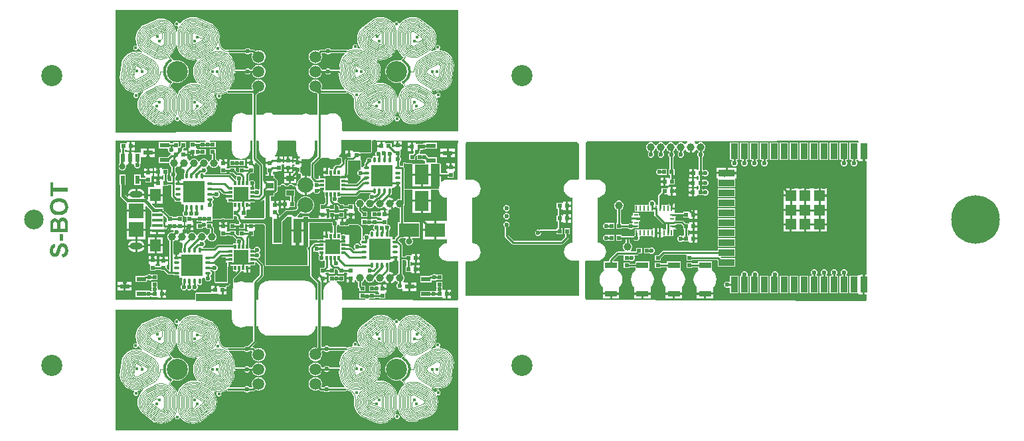
<source format=gtl>
%FSTAX25Y25*%
%MOIN*%
%SFA1B1*%

%IPPOS*%
%ADD10C,0.009843*%
%ADD15C,0.010000*%
%ADD27C,0.031496*%
%ADD36R,0.035433X0.078740*%
%ADD37R,0.078740X0.035433*%
%ADD38R,0.052362X0.052362*%
%ADD41R,0.009843X0.026575*%
%ADD42R,0.022638X0.009843*%
%ADD60O,0.013780X0.031496*%
%ADD61O,0.031496X0.013780*%
%ADD62R,0.106299X0.106299*%
%ADD63R,0.072835X0.072835*%
%ADD64R,0.011811X0.024803*%
%ADD65R,0.024803X0.011811*%
%ADD66R,0.021654X0.019685*%
%ADD67R,0.019685X0.021654*%
%ADD68C,0.039370*%
%ADD69R,0.070866X0.100393*%
%ADD70R,0.039370X0.027559*%
%ADD71R,0.100393X0.070866*%
%ADD72C,0.078740*%
%ADD73R,0.051181X0.023622*%
%ADD74R,0.023622X0.043307*%
%ADD75C,0.059055*%
%ADD76R,0.055118X0.062992*%
%ADD77R,0.074803X0.074803*%
%ADD78R,0.053150X0.015748*%
%ADD79R,0.040157X0.124803*%
%ADD80R,0.062992X0.031496*%
%ADD81C,0.098425*%
%ADD82C,0.244094*%
%ADD83C,0.106299*%
%ADD84O,0.062992X0.035433*%
%ADD85C,0.019685*%
%ADD86C,0.003937*%
%ADD87C,0.003937*%
%ADD88C,0.011811*%
%ADD89C,0.019685*%
%ADD90C,0.013780*%
%ADD91C,0.015748*%
%ADD92C,0.023622*%
%ADD93C,0.015748*%
%LNpcb1-1*%
%LPD*%
G36*
X0602823Y0663534D02*
X0603562Y066215D01*
X0604558Y0660937*
X0605771Y0659942*
X0605836Y0659713*
X0605461Y0659062*
X0605256Y0659022*
X0604931Y0658804*
X0604713Y0658479*
X0604696Y0658396*
X0604201Y0658032*
X0604151Y0658025*
X0603202Y0658279*
X0601699*
X0600247Y065789*
X0598946Y0657138*
X0597883Y0656075*
X0597131Y0654774*
X0596742Y0653322*
Y0651819*
X0597131Y0650367*
X0597883Y0649065*
X0598946Y0648002*
X0600247Y0647251*
X0601699Y0646862*
X0603202*
X0604116Y0647107*
X0604624Y0646725*
X0604644Y0646623*
X0604861Y0646297*
X0605187Y064608*
X0605495Y0646018*
X0606065Y0645031*
X0606173Y0644666*
X0605953Y0644331*
X0605117Y0643645*
X060422Y0642551*
X0603553Y0641305*
X0603143Y0639951*
X0603097Y0639487*
X0602595*
X0602534Y0640105*
X0602078Y0641607*
X0601338Y0642991*
X0600343Y0644204*
X059913Y0645199*
X0598853Y0645348*
X0598843Y0645371*
Y0645372*
X0598691Y0645485*
X0598438Y064562*
X0598425Y0645598*
X059725Y0646225*
X0595748Y0646681*
X0594187Y0646835*
X0592786Y0646697*
X059253Y0647095*
X0592516Y0647156*
X0593075Y0647837*
X0593814Y0649221*
X059427Y0650722*
X0594377Y0651807*
X0594418Y0652222*
X0594434Y0652261*
Y0652261*
X0594429Y065257*
X0594424Y0652857*
X0594403Y065307*
X059427Y0654418*
X0593814Y065592*
X0593075Y0657304*
X0592516Y0657985*
X059253Y0658046*
X0592786Y0658444*
X0594187Y0658306*
X0595748Y065846*
X059725Y0658915*
X059799Y0659311*
X0598138Y065939*
X0598138Y065939*
X0598172Y0659404*
X0598184Y0659385*
X0598438Y065952*
X0598611Y0659634*
X0598845Y0659788*
X0598872Y0659803*
X059913Y0659942*
X0600343Y0660937*
X0601338Y066215*
X0602078Y0663534*
X0602201Y0663937*
X0602701*
X0602823Y0663534*
G37*
G36*
X049207Y0665654D02*
X0492131Y0665035D01*
X0492587Y0663534*
X0493326Y066215*
X0494322Y0660937*
X0495535Y0659942*
X0495812Y0659793*
X0495822Y065977*
X0495822Y0659769*
X0495974Y0659655*
X0496227Y065952*
X049624Y0659543*
X0497415Y0658915*
X0498916Y065846*
X0500478Y0658306*
X0501879Y0658444*
X0502135Y0658046*
X0502149Y0657985*
X050159Y0657304*
X050085Y065592*
X0500395Y0654418*
X0500288Y0653333*
X0500247Y0652919*
X0500231Y065288*
Y065288*
X0500237Y065257*
X0500241Y0652284*
X0500262Y065207*
X0500395Y0650722*
X050085Y0649221*
X050159Y0647837*
X0502149Y0647156*
X0502135Y0647095*
X0501879Y0646697*
X0500478Y0646835*
X0498916Y0646681*
X0497415Y0646225*
X0496675Y064583*
X0496527Y0645751*
X0496527*
X0496493Y0645737*
X0496481Y0645756*
X0496227Y064562*
X0496054Y0645507*
X049582Y0645353*
X0495793Y0645337*
X0495535Y0645199*
X0494322Y0644204*
X0493326Y0642991*
X0492587Y0641607*
X0492464Y0641203*
X0491964*
X0491842Y0641607*
X0491102Y0642991*
X0490107Y0644204*
X0488894Y0645199*
X0488829Y0645428*
X0489204Y0646078*
X0489409Y0646119*
X0489735Y0646337*
X0489952Y0646662*
X0489968Y0646744*
X0490464Y0647109*
X0490513Y0647116*
X0491463Y0646862*
X0492966*
X0494418Y0647251*
X049572Y0648002*
X0496783Y0649065*
X0497534Y0650367*
X0497923Y0651819*
Y0653322*
X0497534Y0654774*
X0496783Y0656075*
X049572Y0657138*
X0494418Y065789*
X0492966Y0658279*
X0491463*
X0490549Y0658034*
X0490042Y0658416*
X0490021Y0658518*
X0489804Y0658844*
X0489478Y0659061*
X048917Y0659122*
X04886Y0660109*
X0488492Y0660474*
X0488712Y066081*
X0489548Y0661496*
X0490445Y0662589*
X0491112Y0663836*
X0491522Y0665189*
X0491568Y0665654*
X049207*
G37*
G36*
X0633307Y0622635D02*
X0575249D01*
X0574896Y0622989*
X0574898Y062702*
X0574898*
X0574898Y062702*
X0574882Y0627059*
X0574732Y0628202*
X0574275Y0629303*
X057355Y0630249*
X0572604Y0630975*
X0571503Y0631431*
X0570321Y0631587*
X0569139Y0631431*
X0568037Y0630975*
X0568014Y0630957*
X0564434*
Y0641541*
X0576643*
X0576992Y0641611*
X057727Y0641796*
X0578064Y0641692*
X057901Y06413*
X0579822Y0640677*
X0580445Y0639865*
X0580837Y063892*
X0580944Y0638105*
X0580932Y0637614*
X0580925Y0637581*
X0580915Y0637122*
X0580903Y063661*
X0580892Y0636124*
X0580893Y0636112*
X0580896Y0636069*
X0581071Y0634297*
X0581588Y0632593*
X0582427Y0631022*
X0583557Y0629646*
X058443Y062893*
X0584523Y0628833*
X0584537Y06288*
X0584568Y0628787*
X058465Y0628702*
X0584734Y0628665*
X0591128Y0625888*
X0591129*
X0591129Y0625888*
X059113*
X0591168Y0625887*
X0591222Y0625859*
X0592778Y0625387*
X0594396Y0625227*
X0596013Y0625387*
X0597569Y0625859*
X0599002Y0626625*
X0600259Y0627656*
X0600948Y0628496*
X0601216Y0628451*
X0601474Y0628349*
X0601628Y0627978*
X060196Y0627646*
X0602394Y0627466*
X0602864*
X0603298Y0627646*
X060363Y0627978*
X060381Y0628412*
Y0628882*
X060363Y0629316*
X0603298Y0629649*
X0602864Y0629828*
X0602394*
X0602333Y0629803*
X0601976Y0630197*
X0602056Y0630346*
X0602528Y0631901*
X0602595Y0632581*
X0603098*
X0603149Y0632056*
X0603576Y0630649*
X0604269Y0629352*
X0605202Y0628215*
X0606338Y0627283*
X0607635Y062659*
X0609042Y0626162*
X0610506Y0626018*
X0611969Y0626162*
X0613376Y062659*
X0613425Y0626616*
X0613472Y0626616*
X0619462Y0629217*
X061977Y0629351*
X0619786Y0629365*
X0619802Y0629366*
X0619881Y062945*
X0619878Y0629454*
X06199Y0629479*
X0620785Y0630205*
X0621816Y0631462*
X0622583Y0632896*
X0623055Y0634451*
X0623214Y0636069*
X0623055Y0637687*
X0622589Y0639221*
X0622626Y0639285*
X0622952Y0639611*
X0623023Y0639582*
X0623493*
X0623927Y0639762*
X0624259Y0640094*
X0624439Y0640528*
Y0640998*
X0624259Y0641432*
X0623927Y0641764*
X0623493Y0641944*
X0623023*
X0622588Y0641764*
X0622257Y0641432*
X0622118Y0641097*
X0621784Y064098*
X0621577Y0640968*
X0620785Y0641932*
X0619916Y0642646*
X0620107Y0643091*
X0621514Y0642664*
X0622977Y064252*
X062444Y0642664*
X0625847Y0643091*
X0627144Y0643784*
X0628281Y0644717*
X0629214Y0645853*
X0629907Y064715*
X0630333Y0648557*
X0630381Y0649034*
X0630438Y0649138*
X0631219Y0655961*
X0631208Y0655998*
X0631223Y0656033*
X0631165Y0656173*
X063111Y0656738*
X0630638Y0658293*
X0629872Y0659727*
X062884Y0660983*
X0627584Y0662014*
X062615Y0662781*
X0624595Y0663253*
X0624043Y0663307*
X0623888Y0663825*
X0624081Y0664017*
X0624261Y0664451*
Y0664921*
X0624081Y0665355*
X0623748Y0665688*
X0623314Y0665867*
X0622844*
X0622411Y0665688*
X0622078Y0665355*
X0621898Y0664921*
Y0664451*
X0622078Y0664017*
X0622252Y0663843*
X0622077Y0663323*
X0621359Y0663253*
X0619804Y0662781*
X0619544Y0663209*
X0620225Y0663768*
X0621159Y0664905*
X0621851Y0666201*
X0622278Y0667609*
X0622422Y0669072*
X0622278Y0670535*
X0621851Y0671942*
X0621159Y0673239*
X0620225Y0674375*
X0619481Y0674987*
X061942Y067509*
X061942Y067509*
X0619418Y067509*
X0619417Y0675092*
X0613899Y0679179*
X0613763Y0679237*
X0613679Y0679282*
X0613303Y0679396*
X0612124Y0679754*
X0610506Y0679913*
X0608888Y0679754*
X0607333Y0679282*
X0605899Y0678516*
X0604642Y0677485*
X0603953Y0676645*
X0603685Y067669*
X0603427Y0676792*
X0603274Y0677162*
X0602941Y0677495*
X0602507Y0677674*
X0602037*
X0601603Y0677495*
X0601271Y0677162*
X0601237Y0677081*
X0600661Y0676995*
X0600259Y0677485*
X0599002Y0678516*
X0597569Y0679282*
X0596013Y0679754*
X0594396Y0679913*
X0592778Y0679754*
X0591607Y0679399*
X0591222Y0679282*
X0591138Y0679237*
X0591002Y0679179*
X0585485Y0675092*
X0585483Y067509*
X0585481Y067509*
X0585481Y067509*
X058542Y0674987*
X0584675Y0674375*
X0583743Y0673239*
X058305Y0671942*
X0582623Y0670535*
X0582479Y0669072*
X0582623Y0667609*
X058305Y0666201*
X0583743Y0664905*
X0584145Y0664415*
X0583854Y0663981*
X0583696Y0664029*
X0582824Y0664114*
X0582583Y0664641*
X0582682Y066488*
Y066535*
X0582502Y0665784*
X058217Y0666116*
X0581736Y0666296*
X0581266*
X0580832Y0666116*
X05805Y0665784*
X058032Y066535*
Y066488*
X0580452Y0664561*
X0580305Y0664174*
X0580204Y0664034*
X0580152Y0664029*
X0579626Y0663869*
X0579524Y0663885*
X0578985Y0663754*
X0578969Y066375*
X0578968*
X0578594Y0663659*
X0578506Y0663632*
Y0663631*
X0578064Y0663449*
X0577507Y0663375*
X0577275Y066353*
X0576927Y06636*
X0569323*
X0568892Y0664031*
X0568313Y0664271*
X0567686*
X0567107Y0664031*
X0566676Y06636*
X0564301*
X0563953Y066353*
X0563657Y0663333*
X0563179Y0662854*
X0562837Y0663051*
X0561986Y0663279*
X0561105*
X0560254Y0663051*
X0559491Y0662611*
X0558868Y0661987*
X0558427Y0661224*
X0558199Y0660373*
Y0659492*
X0558427Y0658641*
X0558868Y0657878*
X0559491Y0657255*
X0560254Y0656814*
X0561105Y0656586*
X0561986*
X0562837Y0656814*
X05636Y0657255*
X0564224Y0657878*
X0564664Y0658641*
X0564892Y0659492*
Y0660373*
X0564664Y0661224*
X0564619Y0661302*
X0564922Y0661777*
X0566691*
X0567107Y0661361*
X0567686Y0661121*
X0568313*
X0568892Y0661361*
X0569308Y0661777*
X057624*
X0576419Y0661277*
X0576061Y0660983*
X057503Y0659727*
X0574264Y0658293*
X0573792Y0656738*
X0573736Y0656173*
X0573678Y0656033*
X0573693Y0655998*
X0573683Y0655961*
X057394Y0653706*
X057348Y0653412*
X0573131Y0653481*
X056932*
X0568889Y0653913*
X0568311Y0654152*
X0567684*
X0567105Y0653913*
X0566674Y0653481*
X0564766*
X0564664Y0653862*
X0564224Y0654625*
X05636Y0655248*
X0562837Y0655689*
X0561986Y0655917*
X0561105*
X0560254Y0655689*
X0559491Y0655248*
X0558868Y0654625*
X0558427Y0653862*
X0558199Y0653011*
Y065213*
X0558427Y0651279*
X0558868Y0650516*
X0559491Y0649892*
X0560254Y0649452*
X0561105Y0649224*
X0561986*
X0562837Y0649452*
X05636Y0649892*
X0564224Y0650516*
X0564664Y0651279*
X0564766Y0651659*
X0566689*
X0567105Y0651243*
X0567684Y0651003*
X0568311*
X0568889Y0651243*
X0569306Y0651659*
X0572917*
X0573149Y0651633*
X0573434Y0651209*
X0573683Y0649035*
X057374Y0648932*
X0573792Y0648403*
X0574264Y0646848*
X057503Y0645414*
X0576061Y0644157*
X0576419Y0643863*
X057624Y0643363*
X0564922*
X0564619Y0643838*
X0564664Y0643916*
X0564892Y0644768*
Y0645649*
X0564664Y06465*
X0564224Y0647263*
X05636Y0647886*
X0562837Y0648327*
X0561986Y0648555*
X0561105*
X0560254Y0648327*
X0559491Y0647886*
X0558868Y0647263*
X0558427Y06465*
X0558199Y0645649*
Y0644768*
X0558427Y0643916*
X0558868Y0643153*
X0559491Y064253*
X0560254Y064209*
X0561105Y0641862*
X0561986*
X0562114Y0641896*
X0562361Y0641649*
X0562627Y0641471*
Y0630957*
X0558631*
X0557835Y0631287*
X0556653Y0631442*
X0555471Y0631287*
X0554675Y0630957*
X054062*
X0540304Y06312*
X0539203Y0631656*
X0538021Y0631812*
X0536838Y0631656*
X0535737Y06312*
X0535421Y0630957*
X0531915*
Y0640767*
X053301Y0641862*
X053356*
X0534411Y064209*
X0535174Y064253*
X0535797Y0643153*
X0536238Y0643916*
X0536466Y0644768*
Y0645649*
X0536238Y06465*
X0535797Y0647263*
X0535174Y0647886*
X0534411Y0648327*
X053356Y0648555*
X0532679*
X0531828Y0648327*
X0531064Y0647886*
X0530442Y0647263*
X0530001Y06465*
X0529773Y0645649*
Y0644768*
X0530001Y0643916*
X0530046Y0643839*
X0529743Y0643363*
X0518425*
X0518246Y0643863*
X0518604Y0644157*
X0519635Y0645414*
X0520401Y0646848*
X0520874Y0648403*
X0520929Y0648968*
X0520987Y0649108*
X0520972Y0649143*
X0520983Y064918*
X0520725Y0651435*
X0521185Y0651729*
X0521534Y0651659*
X0526313*
X0526751Y0651221*
X052733Y0650981*
X0527956*
X0528535Y0651221*
X0528973Y0651659*
X0529899*
X0530001Y0651279*
X0530442Y0650516*
X0531064Y0649892*
X0531828Y0649452*
X0532679Y0649224*
X053356*
X0534411Y0649452*
X0535174Y0649892*
X0535797Y0650516*
X0536238Y0651279*
X0536466Y065213*
Y0653011*
X0536238Y0653862*
X0535797Y0654625*
X0535174Y0655248*
X0534411Y0655689*
X053356Y0655917*
X0532679*
X0531828Y0655689*
X0531064Y0655248*
X0530442Y0654625*
X0530001Y0653862*
X0529899Y0653481*
X0528945*
X0528535Y0653891*
X0527956Y0654131*
X052733*
X0526751Y0653891*
X0526341Y0653481*
X0521748*
X0521516Y0653508*
X0521231Y0653931*
X0520983Y0656106*
X0520925Y0656209*
X0520874Y0656738*
X0520401Y0658293*
X0519635Y0659727*
X0518604Y0660983*
X0518246Y0661277*
X0518425Y0661777*
X0526315*
X0526753Y0661339*
X0527332Y06611*
X0527959*
X0528537Y0661339*
X0528975Y0661777*
X0529743*
X0530046Y0661302*
X0530001Y0661224*
X0529773Y0660373*
Y0659492*
X0530001Y0658641*
X0530442Y0657878*
X0531064Y0657255*
X0531828Y0656814*
X0532679Y0656586*
X053356*
X0534411Y0656814*
X0535174Y0657255*
X0535797Y0657878*
X0536238Y0658641*
X0536466Y0659492*
Y0660373*
X0536238Y0661224*
X0535797Y0661987*
X0535174Y0662611*
X0534411Y0663051*
X053356Y0663279*
X0532679*
X0531828Y0663051*
X0531487Y0662854*
X0531008Y0663333*
X0530712Y066353*
X0530363Y06636*
X0528947*
X0528537Y0664009*
X0527959Y0664249*
X0527332*
X0526753Y0664009*
X0526343Y06636*
X0518022*
X0517674Y066353*
X0517395Y0663344*
X0516601Y0663449*
X0515655Y066384*
X0514843Y0664463*
X051422Y0665275*
X0513829Y0666221*
X0513721Y0667036*
X0513733Y0667527*
X051374Y0667559*
X051375Y0668018*
X0513762Y0668531*
X0513774Y0669017*
X0513772Y0669029*
X0513769Y0669072*
X0513594Y0670844*
X0513077Y0672548*
X0512238Y0674118*
X0511109Y0675494*
X0510235Y0676211*
X0510142Y0676307*
X0510128Y0676341*
X0510097Y0676354*
X0510015Y0676439*
X0509931Y0676475*
X0503537Y0679252*
X0503536Y0679252*
X0503536Y0679253*
X0503535*
X0503497Y0679253*
X0503443Y0679282*
X0501887Y0679754*
X050027Y0679913*
X0498652Y0679754*
X0497096Y0679282*
X0495663Y0678516*
X0494406Y0677485*
X0493717Y0676645*
X0493449Y067669*
X0493191Y0676792*
X0493037Y0677162*
X0492705Y0677495*
X0492271Y0677674*
X0491801*
X0491367Y0677495*
X0491035Y0677162*
X0490855Y0676728*
Y0676259*
X0491035Y0675824*
X0491367Y0675492*
X0491801Y0675312*
X0492271*
X0492332Y0675338*
X0492688Y0674944*
X0492609Y0674795*
X0492137Y0673239*
X049207Y0672559*
X0491568*
X0491516Y0673085*
X0491089Y0674492*
X0490396Y0675789*
X0489463Y0676925*
X0488326Y0677858*
X048703Y0678551*
X0485623Y0678978*
X0484159Y0679122*
X0482696Y0678978*
X0481289Y0678551*
X048124Y0678525*
X0481193Y0678524*
X0475203Y0675924*
X0474894Y0675789*
X0474879Y0675776*
X0474863Y0675775*
X0474783Y0675691*
X0474787Y0675687*
X0474765Y0675661*
X047388Y0674935*
X0472849Y0673679*
X0472083Y0672245*
X0471611Y067069*
X0471451Y0669072*
X0471611Y0667454*
X0472076Y066592*
X0472039Y0665855*
X0471713Y0665529*
X0471642Y0665559*
X0471172*
X0470738Y0665379*
X0470406Y0665046*
X0470226Y0664612*
Y0664142*
X0470406Y0663709*
X0470738Y0663376*
X0471172Y0663196*
X0471642*
X0472076Y0663376*
X0472409Y0663709*
X0472548Y0664044*
X0472881Y0664161*
X0473088Y0664173*
X047388Y0663209*
X047475Y0662495*
X0474559Y066205*
X0473151Y0662477*
X0471688Y0662621*
X0470225Y0662477*
X0468818Y066205*
X0467521Y0661357*
X0466384Y0660424*
X0465451Y0659287*
X0464758Y065799*
X0464331Y0656583*
X0464285Y0656107*
X0464227Y0656003*
X0463446Y064918*
X0463457Y0649143*
X0463442Y0649108*
X04635Y0648968*
X0463555Y0648403*
X0464027Y0646848*
X0464794Y0645414*
X0465825Y0644157*
X0467081Y0643126*
X0468515Y064236*
X047007Y0641888*
X0470622Y0641834*
X0470777Y0641316*
X0470584Y0641124*
X0470405Y0640689*
Y064022*
X0470584Y0639785*
X0470916Y0639453*
X0471351Y0639273*
X0471821*
X0472255Y0639453*
X0472587Y0639785*
X0472767Y064022*
Y0640689*
X0472587Y0641124*
X0472412Y0641298*
X0472588Y0641818*
X0473306Y0641888*
X0474861Y064236*
X047512Y0641932*
X0474439Y0641373*
X0473507Y0640236*
X0472813Y0638939*
X0472387Y0637532*
X0472242Y0636069*
X0472387Y0634605*
X0472813Y0633198*
X0473507Y0631901*
X0474439Y0630765*
X0475184Y0630154*
X0475245Y0630051*
X0475245Y0630051*
X0475247Y063005*
X0475248Y0630049*
X0480766Y0625961*
X0480902Y0625903*
X0480986Y0625859*
X0481362Y0625744*
X0482542Y0625387*
X0484159Y0625227*
X0485777Y0625387*
X0487333Y0625859*
X0488766Y0626625*
X0490023Y0627656*
X0490712Y0628496*
X0490979Y0628451*
X0491238Y0628349*
X0491392Y0627978*
X0491724Y0627646*
X0492158Y0627466*
X0492627*
X0493062Y0627646*
X0493394Y0627978*
X0493428Y062806*
X0494005Y0628146*
X0494406Y0627656*
X0495663Y0626625*
X0497096Y0625859*
X0498652Y0625387*
X050027Y0625227*
X0501887Y0625387*
X0503057Y0625742*
X0503443Y0625859*
X0503527Y0625903*
X0503663Y0625961*
X0509181Y0630049*
X0509181Y063005*
X0509184Y0630051*
X0509184Y0630051*
X0509245Y0630154*
X0509989Y0630765*
X0510922Y0631901*
X0511615Y0633198*
X0512042Y0634605*
X0512186Y0636069*
X0512042Y0637532*
X0511615Y0638939*
X0510922Y0640236*
X051052Y0640725*
X0510811Y064116*
X0510969Y0641112*
X0511841Y0641026*
X0512082Y06405*
X0511983Y0640261*
Y0639791*
X0512163Y0639357*
X0512495Y0639025*
X0512929Y0638845*
X0513399*
X0513833Y0639025*
X0514166Y0639357*
X0514345Y0639791*
Y0640261*
X0514213Y064058*
X051436Y0640966*
X0514461Y0641107*
X0514513Y0641112*
X0515038Y0641272*
X0515141Y0641256*
X051568Y0641387*
X0515696Y0641391*
X0515697*
X051607Y0641482*
X0516159Y0641509*
X0516601Y0641692*
X0517158Y0641765*
X0517389Y0641611*
X0517738Y0641541*
X0529811*
X0530109Y0641141*
Y0630957*
X0526766*
X0526637Y0631055*
X0525536Y0631512*
X0524354Y0631667*
X0523172Y0631512*
X052207Y0631055*
X0521125Y063033*
X0520399Y0629384*
X0519943Y0628283*
X0519792Y0627135*
X0519778Y0627101*
X0519779Y0627098*
X0519775Y0622106*
X0463294Y0621848*
X0461358*
X0461357Y0683413*
X0633307*
Y0622635*
G37*
G36*
X0834165Y0617373D02*
Y0617269D01*
X0834102Y0616795*
X0833665*
X0829771*
Y0608133*
X0830624*
X0830831Y0607633*
X0830601Y0607403*
X0830362Y0606825*
Y0606198*
X0830601Y0605619*
X0831044Y0605176*
X0831623Y0604937*
X083225*
X0832829Y0605176*
X0833272Y0605619*
X0833511Y0606198*
Y0606825*
X0833272Y0607403*
X0833042Y0607633*
X0833249Y0608133*
X0834102*
X0834165Y0607659*
Y0607527*
X0836437*
Y0612464*
X0837437*
Y0607527*
X083837*
Y0550472*
X0837437*
Y0545535*
Y0540598*
X083837*
Y0537691*
X0837922Y0537244*
X0697441Y0537722*
Y0537755*
X0697422Y0537801*
X0697278Y0538523*
X0696985Y0538961*
Y0557007*
X0697339Y0557361*
X0702485Y0557357*
X0702985Y0557357*
X0703019Y055737*
X0704167Y0557522*
X0705269Y0557978*
X0706214Y0558704*
X070694Y055965*
X0707396Y0560751*
X0707552Y0561933*
X0707396Y0563115*
X070694Y0564216*
X0706214Y0565162*
X0705269Y0565888*
X0704167Y0566344*
X0703267Y0566462*
Y0589199*
X0704023Y0589299*
X0705124Y0589755*
X070607Y0590481*
X0706796Y0591426*
X0707252Y0592528*
X0707408Y059371*
X0707252Y0594892*
X0706796Y0595993*
X070607Y0596939*
X0705124Y0597664*
X0704023Y0598121*
X0702875Y0598272*
X0702842Y0598286*
X0697303Y059829*
Y061662*
X069736Y0616902*
X0697968Y0617436*
X0748246Y0617597*
X0748381Y0617098*
X074822Y0617005*
X0747668Y0616452*
X0747501Y0616165*
X0747411Y0616125*
X0746896Y0616116*
X0746381Y0616632*
X0745512Y0616992*
X0744573*
X0743705Y0616632*
X074304Y0615968*
X0742813Y061542*
X0742272*
X0742045Y0615968*
X0741381Y0616632*
X0740512Y0616992*
X0739573*
X0738705Y0616632*
X073804Y0615968*
X0737813Y061542*
X0737272*
X0737046Y0615968*
X0736381Y0616632*
X0735512Y0616992*
X0734573*
X0733705Y0616632*
X073304Y0615968*
X0732813Y061542*
X0732272*
X0732046Y0615968*
X0731381Y0616632*
X0730513Y0616992*
X0729573*
X0728705Y0616632*
X072804Y0615968*
X0727681Y06151*
Y0614159*
X072804Y0613291*
X0728705Y0612627*
X0728841Y061257*
X0728936Y061199*
X0728708Y0611762*
X0728468Y0611183*
Y0610557*
X0728708Y0609978*
X0729151Y0609535*
X0729729Y0609295*
X0730356*
X0730935Y0609535*
X0731378Y0609978*
X0731618Y0610557*
Y0611183*
X0731378Y0611762*
X073115Y061199*
X0731244Y061257*
X0731381Y0612627*
X0732046Y0613291*
X0732272Y0613839*
X0732813*
X073304Y0613291*
X0733705Y0612627*
X0733841Y061257*
X0733936Y061199*
X0733708Y0611762*
X0733468Y0611183*
Y0610557*
X0733708Y0609978*
X0734151Y0609535*
X0734729Y0609295*
X0735356*
X0735935Y0609535*
X0736378Y0609978*
X0736618Y0610557*
Y0611183*
X0736378Y0611762*
X073615Y061199*
X0736244Y061257*
X0736381Y0612627*
X0737046Y0613291*
X0737272Y0613839*
X0737813*
X073804Y0613291*
X0738705Y0612627*
X0739187Y0612427*
X0739252Y0611901*
X073891Y0611559*
X0738671Y0610981*
Y0610354*
X073891Y0609775*
X0739342Y0609344*
Y0603516*
X073907*
Y0600563*
X0739644*
Y0598974*
X0739522Y0598852*
X0739338Y0598786*
X0738891Y0599111*
Y0599227*
X0737407*
Y0597144*
Y0595061*
X0738891*
Y0595373*
X0739269Y0595668*
X0739391*
X0742025*
Y059862*
X0741451*
Y0600563*
X0741826*
Y0603516*
X0741149*
Y0609344*
X0741581Y0609775*
X074182Y0610354*
Y0610981*
X0741581Y0611559*
X0741149Y0611992*
Y0612531*
X0741381Y0612627*
X0742045Y0613291*
X0742272Y0613839*
X0742813*
X074304Y0613291*
X0743705Y0612627*
X0743841Y061257*
X0743936Y061199*
X0743708Y0611762*
X0743468Y0611183*
Y0610557*
X0743708Y0609978*
X0744151Y0609535*
X0744729Y0609295*
X0745356*
X0745935Y0609535*
X0746378Y0609978*
X0746618Y0610557*
Y0611183*
X0746378Y0611762*
X074615Y061199*
X0746244Y061257*
X0746381Y0612627*
X0746896Y0613142*
X0747411Y0613133*
X0747501Y0613094*
X0747668Y0612807*
X074822Y0612254*
X0748897Y0611863*
X0749543Y061169*
Y0614629*
X0750543*
Y061169*
X0751188Y0611863*
X0751866Y0612254*
X0752418Y0612807*
X0752584Y0613094*
X0752675Y0613133*
X0753189Y0613142*
X0753705Y0612627*
X0753902Y0612545*
X0753966Y0612021*
X0753621Y0611675*
X0753381Y0611097*
Y061047*
X0753621Y0609892*
X0754053Y060946*
Y0603329*
X07537Y0602976*
X0753492*
X0753114Y060327*
Y0603582*
X0751629*
Y06015*
Y0599417*
X0753114*
Y0599657*
X0753511Y0599977*
X0753563Y0599966*
X0753948Y0599662*
Y059843*
X0753621Y0598103*
X0753457Y0598083*
X0753077Y0598403*
Y0598683*
X0751592*
Y05966*
Y0594518*
X0753077*
Y0594768*
X075347Y0595088*
X0753511Y0595081*
X075392Y0594766*
Y0593629*
X0753605Y0593314*
X0753442Y0593291*
X0753057Y0593611*
Y0593882*
X0751574*
Y0591799*
Y0589716*
X0753057*
Y0590028*
X0753436Y0590323*
X0753558*
X0756192*
X0756692Y059036*
X075702Y0590224*
X0757646*
X0758225Y0590464*
X0758668Y0590907*
X0758908Y0591486*
Y0592112*
X0758668Y0592691*
X0758225Y0593134*
X0757646Y0593374*
X075702*
X0756692Y0593238*
X0756192Y0593275*
X0755726Y0593359*
Y0595124*
X0756211*
X0756711Y0595202*
X0757137Y0595025*
X0757764*
X0758343Y0595265*
X0758786Y0595708*
X0759025Y0596287*
Y0596914*
X0758786Y0597492*
X0758343Y0597935*
X0757764Y0598175*
X0757137*
X0756711Y0597998*
X0756211Y0598077*
X0755754Y0598183*
Y0600007*
X0756248Y0600023*
X0756748Y0600035*
X0757057Y0599906*
X0757684*
X0758263Y0600146*
X0758706Y0600589*
X0758946Y0601168*
Y0601794*
X0758706Y0602373*
X0758263Y0602816*
X0757684Y0603056*
X0757057*
X0756748Y0602927*
X0756248Y0602976*
X0755859Y0603246*
Y060946*
X0756291Y0609892*
X0756531Y061047*
Y0611097*
X0756291Y0611675*
X0756018Y0611949*
X0756097Y0612509*
X0756381Y0612627*
X0757046Y0613291*
X0757405Y0614159*
Y06151*
X0757046Y0615968*
X0756381Y0616632*
X0755512Y0616992*
X0754573*
X0753705Y0616632*
X0753189Y0616116*
X0752675Y0616125*
X0752584Y0616165*
X0752418Y0616452*
X0751866Y0617005*
X0751687Y0617108*
X075182Y0617609*
X0834096Y0617873*
X0834165Y0617373*
G37*
G36*
X0633307Y0617507D02*
X0633327Y061746D01*
X0633373Y0617227*
X0633355Y0617183*
X0633357Y0616857*
X0633Y06165*
Y05985*
X0632646Y0598147*
X06284Y059815*
X06279Y059815*
Y059815*
X0627867Y0598136*
X0626718Y0597985*
X0625617Y0597528*
X0625024Y0597073*
X0624524Y059732*
Y0599726*
X0628023*
Y0599251*
X0630976*
Y0601885*
Y0602007*
X063127Y0602385*
X0631582*
Y060387*
X06295*
X0627417*
Y0602385*
X0627678*
X0627998Y0601997*
X0627993Y0601967*
X0627669Y0601533*
X0624524*
Y0606*
X0624399Y0606301*
X0624097Y0606425*
X0622688*
Y0609364*
X061806*
X0617866Y0609558*
Y0609813*
X0617626Y0610392*
X0617183Y0610835*
X0616604Y0611074*
X0615977*
X0615746Y0610979*
X0615248Y0610976*
X0614242*
X0613929Y0611476*
X0614057Y0611783*
Y0612304*
X0614139Y0612427*
X0614208Y0612773*
Y061323*
X0615175*
X0615509Y0613453*
X0615716Y0613368*
X0616343*
X0616922Y0613607*
X0617009Y0613694*
X0622688*
Y0616844*
X0616783*
Y0616785*
X0616367Y0616507*
X0616343Y0616517*
X0615716*
X0615138Y0616277*
X0615043Y0616183*
X0612419*
X0612041Y0616477*
Y0616789*
X0610557*
Y0614706*
X0610057*
X0610557*
Y0612624*
X0610764*
X0610907Y061241*
Y0611783*
X0610945Y0611691*
X061023Y0610976*
X0608751*
Y0608023*
X0611507*
Y0609699*
X0611992Y0610183*
X0612492Y0609976*
Y0608023*
X0615248*
X0615746Y060802*
X0615977Y0607925*
X0616332*
X0616783Y0607499*
Y0606214*
X061633Y06061*
X0611062*
X0610757Y0606301*
X0610456Y0606425*
X0607176*
X0606738Y0606864*
X0606664Y0606894*
X0606609Y0606952*
X0606519Y0606954*
X0606437Y0606988*
X0606362Y0606958*
X0606283Y060696*
X0605816Y060678*
X0605759Y0606725*
X0605683Y0606698*
X0605645Y0606616*
X060558Y0606555*
X0605579Y0606475*
X0605544Y0606403*
X0605492Y0605306*
X0605163Y0605048*
X0604382*
X0604208Y0605165*
X0603803Y0605246*
Y0607135*
X0603836Y0607149*
X0604279Y0607592*
X0604519Y0608171*
Y0608797*
X0604279Y0609376*
X0603903Y0609751*
X0603964Y061007*
X0604057Y0610251*
X0604375*
Y0613007*
X060467Y0613385*
X0604982*
Y061487*
X06029*
Y061537*
Y061487*
X0600816*
Y0614562*
X0600355Y0614371*
X0599793Y0614933*
Y0616608*
X0597037*
X0596659Y0616903*
Y0617214*
X0595175*
Y0615131*
X0594675*
Y0614631*
X0592691*
Y0613049*
X0592525Y0612607*
X0592435Y061257*
X0591991Y0612127*
X0591751Y0611548*
Y0610921*
X059194Y0610466*
X059167Y0610156*
X059159Y061009*
X0591187Y061017*
X0590764Y0610086*
X0590406Y0609847*
X0590167Y0609489*
X0590088Y060909*
X0590016Y0609042*
X0589583Y0608888*
X0589429Y0609041*
X0588851Y0609281*
X0588224*
X0587646Y0609041*
X0587203Y0608598*
X0586963Y0608019*
Y0607409*
X0586437Y0606883*
X0586242Y060659*
X0586173Y0606244*
Y0605231*
X0585843Y0605165*
X0585485Y0604926*
X0585246Y0604568*
X0585199Y0604333*
X0584699Y0604383*
Y0607745*
X0584666Y0607824*
Y0607908*
X0584631Y0607993*
X0584572Y0608053*
X0584539Y0608131*
X0584461Y0608164*
X0584456Y0608168*
X0584367Y0608288*
X0584173Y0608664*
Y0610134*
X0582189*
Y0611134*
X0584173*
Y0611403*
X0589371*
X0589415Y0611421*
X0589462Y0611412*
X0589561Y0611481*
X0589672Y0611527*
X0589691Y0611572*
X058973Y0611599*
X0589983Y0611994*
X0590004Y0612112*
X059005Y0612224*
Y061786*
X0633307*
Y0617507*
G37*
G36*
X0589624Y0612224D02*
X0589371Y0611829D01*
X0583567*
Y0612111*
X0580811*
X0580433Y0612405*
Y0612717*
X0578949*
Y0610634*
X0578449*
Y0610134*
X0576464*
Y0608788*
X0576279Y0608511*
X057621Y0608165*
Y0607085*
X0575122*
Y06086*
X0575066Y0608736*
X0575022Y0608875*
X057462Y0609349*
X0574603Y0609358*
X0574596Y0609375*
X0574461Y0609431*
X057433Y0609498*
X0574312Y0609493*
X0574295Y06095*
X057365*
X0573499Y0609788*
X0573453Y061*
X0573525Y0610094*
X0573764Y0610333*
X0573786Y0610386*
X0573832Y0610421*
X0574001Y0610714*
X0574111Y0610857*
X0574181Y0611025*
X057435Y0611319*
X0574358Y0611376*
X0574393Y0611422*
X0574481Y061175*
X057455Y0611916*
X0574573Y0612094*
X0574661Y0612423*
X0574653Y061248*
X0574675Y0612533*
Y0612874*
X0574699Y0613051*
X0574696Y0613055*
X0574699Y0618191*
X0574715Y0618208*
X0589624*
Y0612224*
G37*
G36*
X0530109Y0608856D02*
X0529912Y0608616D01*
X0529794*
Y0606632*
X0529294*
Y0606132*
X0527211*
Y0604648*
X0527472*
X0527792Y060426*
X0527718Y0603795*
X0526175*
Y060427*
X0523223*
Y0601911*
X0522386*
X0521505Y0602791*
Y060427*
X0518553*
Y0603795*
X0517163*
X0516861Y0604098*
X0516835Y060426*
X0517155Y0604648*
X0517416*
Y0606132*
X0515333*
Y0606632*
X0514833*
Y0608616*
X0513251*
Y0607582*
X0512751Y0607482*
X051264Y060775*
X0511975Y0608414*
X051154Y0608594*
Y061072*
X051155*
Y0613476*
X0508597*
Y061072*
X0509734*
Y0608594*
X05093Y0608414*
X0508635Y060775*
X0508408Y0607202*
X0507867*
X050764Y060775*
X0506975Y0608414*
X0506107Y0608774*
X0505168*
X05043Y0608414*
X0503635Y060775*
X0503408Y0607202*
X0502867*
X050264Y060775*
X0501975Y0608414*
X0501107Y0608774*
X0500168*
X04993Y0608414*
X0498784Y0607899*
X049827Y0607907*
X0498179Y0607947*
X0498013Y0608234*
X049746Y0608787*
X0497354Y0608848*
Y0610155*
X049537*
Y0611155*
X0497354*
Y0612737*
X0495307*
X0495246Y0612828*
Y0613455*
X0495217Y0613526*
X0495551Y0614026*
X0496644*
Y0616979*
X0493888*
Y0615303*
X0493403Y0614819*
X0492983Y0614946*
X0492903Y0615005*
Y0616979*
X0490148*
Y0616405*
X0488762*
Y0617077*
X0482857*
Y0613927*
X04874*
X0487735Y0613427*
X048768Y0613296*
Y0612669*
X048792Y061209*
X0488362Y0611648*
X0488922Y0611416*
X0488937Y0611381*
X0488933Y0610908*
X0488885Y0610899*
X0488591Y0610703*
X0487485Y0609597*
X0482857*
Y0606447*
X0488275*
Y0605942*
X0488635Y0605073*
X04893Y0604409*
X04894Y0604367*
Y0602121*
X0488968Y0601689*
X0488728Y060111*
Y0600484*
X0488968Y0599905*
X04894Y0599473*
Y059743*
X0487606*
Y0598003*
X0487202*
Y0600523*
X0487748*
Y0603476*
X0485114*
X0484992*
X0484614Y060377*
Y0604082*
X0483129*
Y0602*
Y0599917*
X0484614*
Y0600082*
X048504Y0600405*
X0485151Y0600372*
X0485396Y060014*
Y0598357*
X0485042Y0598003*
X048485*
X0484472Y0598298*
Y059861*
X0482988*
Y0596527*
X0482488*
Y0596027*
X0480503*
Y0594501*
X0477574*
Y0590851*
X048133*
Y0590351*
Y0590851*
X0485086*
Y0594501*
X0484959*
X0484941Y0594551*
X0484943Y0594574*
X0485298Y0595051*
X0487606*
Y0595624*
X04894*
Y058988*
X0489468Y0589534*
X0489664Y0589241*
X0490817Y0588088*
X0490858Y0587883*
X0491097Y0587525*
X0491455Y0587285*
X0491877Y0587201*
X0493649*
X0493822Y0587236*
X0494322Y0586897*
Y0585829*
X0495391*
X0495729Y0585329*
X0495695Y0585155*
Y0583384*
X0495779Y0582961*
X049571Y058249*
X0495267Y0582047*
X0495027Y0581468*
Y0580841*
X0495267Y0580262*
X049571Y057982*
X0496289Y057958*
X0496884*
Y0577262*
Y057714*
X0496589Y0576762*
X0496277*
Y0575277*
X0500443*
Y0576762*
X0500131*
X0499837Y057714*
Y0577187*
X0500018Y0577687*
X0502002*
Y057714*
X0504356*
X0504563Y057664*
X0504442Y0576518*
X0504298Y0576173*
X0504069*
X0503982Y0576155*
X0502002*
Y05734*
X0504955*
Y0573812*
X050537Y057409*
X0505463Y0574051*
X050609*
X0506458Y0574204*
X0506958Y0573927*
Y05734*
X0508633*
X0508737Y0573296*
Y0571609*
X0508301Y0571429*
X0507637Y0570765*
X0507411Y0570217*
X0506869*
X0506642Y0570765*
X0505978Y0571429*
X050511Y0571789*
X050417*
X0503302Y0571429*
X0502637Y0570765*
X0502411Y0570217*
X0501869*
X0501642Y0570765*
X0500978Y0571429*
X050011Y0571789*
X049917*
X0498301Y0571429*
X0497786Y0570914*
X0497272Y0570923*
X0497181Y0570962*
X0497015Y057125*
X0496462Y0571802*
X0495785Y0572193*
X0495679Y0572222*
X049562Y0572697*
Y0574181*
X0493537*
Y0575181*
X049562*
Y0576666*
X0495309*
X0495014Y0577044*
Y0577166*
Y05798*
X0492061*
Y0579325*
X0490014*
Y05798*
X0488664*
X0488585Y0579918*
X0485879Y0582624*
X0485586Y058282*
X0485372Y0582862*
X0485267Y0582968*
Y0584052*
X0482333*
X0482216Y0584075*
X0481135*
X047947Y058574*
X0479662Y0586202*
X048083*
Y0589851*
X0477574*
Y058829*
X0477112Y0588098*
X0476675Y0588535*
X0476285Y0588796*
X0475824Y0588888*
X0475696*
X0475629Y0589024*
X04755Y0589388*
X0475763Y0590022*
X0475792Y0590245*
X0467577*
X0467606Y0590022*
X0467696Y0589804*
X0467272Y0589521*
X0466005Y0590788*
Y0595555*
X0466375*
Y0600673*
X0463226*
Y0595555*
X0463597*
Y059029*
X0463688Y0589829*
X046395Y0589438*
X0466555Y0586832*
X0466944Y0586572*
Y0582977*
X0471685*
X0476425*
Y0584727*
X0476887Y0584918*
X0479165Y058264*
Y0581993*
Y058169*
Y0581493*
Y0579434*
Y0579131*
Y0578631*
Y0576875*
Y0576572*
Y0576072*
Y0574422*
X0478559*
Y0573135*
X0482216*
X0485874*
Y0574422*
X0485267*
Y0576072*
Y0576375*
Y0576875*
Y0578631*
Y0578934*
Y0579434*
Y0580028*
X0485729Y058022*
X0487046Y0578903*
X0487061Y0578826*
Y0577166*
Y0577044*
X0486766Y0576666*
X0486455*
Y0575181*
X0488537*
Y0574681*
X0489037*
Y0572697*
X049015*
X0490497Y0572229*
Y0572197*
Y0572088*
X049011Y0571789*
X048917*
X0488301Y0571429*
X0487637Y0570765*
X0487277Y0569897*
Y0568957*
X0487637Y0568089*
X0488301Y0567424*
X0488402Y0567383*
Y0552904*
X0487902Y0552697*
X0486894Y0553705*
Y0555062*
Y0555184*
X0487188Y0555562*
X04875*
Y0557046*
X0485417*
X0483335*
Y0555562*
X04835*
X0483823Y0555135*
X048379Y0555025*
X0483558Y055478*
X0481775*
X0481421Y0555134*
Y0555326*
X0481716Y0555704*
X0482027*
Y0557188*
X0479945*
X0477862*
Y0555704*
X0478174*
X0478468Y0555326*
Y0555204*
Y055257*
X0481421*
Y0552974*
X0483941*
Y0552428*
X0485616*
X0487362Y0550682*
X0487656Y0550486*
X0488001Y0550417*
X0490246*
X0490533Y0550225*
X0490955Y0550141*
X0492727*
X04929Y0550176*
X04934Y0549837*
Y0548769*
X0494469*
X0494807Y0548269*
X0494773Y0548096*
Y0546324*
X0494823Y0546072*
Y0545591*
X0494712Y0545546*
X0494269Y0545103*
X0494029Y0544524*
Y0543897*
X0494269Y0543318*
X0494712Y0542875*
X0495291Y0542636*
X0495918*
X0496496Y0542875*
X0496656Y0543035*
X0496982Y0543285*
X0497309Y0543035*
X0497468Y0542875*
X0498047Y0542636*
X0498674*
X0499252Y0542875*
X0499411Y0543035*
X0499738Y0543285*
X0500065Y0543035*
X0500224Y0542875*
X0500803Y0542636*
X0501429*
X0502008Y0542875*
X0502451Y0543318*
X0502691Y0543897*
Y0544524*
X0502451Y0545103*
X0502128Y0545425*
X0502169Y0545547*
X0502722Y054562*
X0502773Y0545543*
X0503131Y0545304*
X0503553Y054522*
X0503976Y0545304*
X0504334Y0545543*
X0504574Y0545901*
X0504657Y0546324*
Y0548096*
X0504623Y0548269*
X0504961Y0548769*
X0505711*
X050603*
X0506173Y0548328*
Y0548253*
X0506413Y0547674*
X0506856Y0547231*
X0507435Y0546992*
X0508061*
X050864Y0547231*
X0509083Y0547674*
X0509323Y0548253*
Y054888*
X0509083Y0549459*
X0508838Y0549704*
X0508864Y0549937*
X0508962Y0550268*
X0509255Y0550464*
X0509495Y0550823*
X0509579Y0551245*
X0509495Y0551668*
X0509255Y0552026*
X0509107Y0552125*
X0509062Y0552697*
X0509066Y0552707*
X0509127Y0552763*
X0509603Y0552896*
X0510046Y0552453*
X0510625Y0552213*
X051101*
Y0546693*
X0511135Y0546392*
X0511436Y0546267*
X0517251*
X0517553Y0546392*
X0517677Y0546693*
Y0549225*
X0517685Y054926*
X0517676Y0549302*
X0517693Y0549343*
Y0554566*
X0518647*
Y0549324*
X051864Y0549289*
X0518648Y0549246*
X0518632Y0549206*
Y0548707*
X0518629Y0548696*
Y0546297*
X0518588Y0546087*
X0518462Y05459*
X0517624Y0545061*
X0517436Y0544936*
X0517215Y0544892*
X0517069*
X0516767Y0544767*
X0516696Y0544594*
X0516462Y054419*
X0513707*
X0513329Y0544485*
Y0544797*
X0511844*
Y0542714*
X0511344*
Y0542214*
X050936*
Y0541368*
X0501583*
X0501281Y0541244*
X0501157Y0540942*
Y0538148*
X0500803Y0537794*
X0461357Y053784*
Y0538*
X0461338Y0538046*
X046127Y0538387*
X0461276Y0538401*
X0461238Y0560212*
X0461358Y0560501*
Y0595006*
X0461176Y0595443*
X0461139Y0616656*
X0461195Y0616739*
X0461338Y061746*
X0461358Y0617507*
Y061786*
X0506392*
X0506593Y061736*
X0506443Y0617216*
X0503641*
Y0616813*
X0501476*
Y0617216*
X0498523*
Y0614582*
Y061446*
X0498229Y0614082*
X0497917*
Y0612598*
X05*
Y0612098*
X05005*
Y0610114*
X0502082*
Y0610148*
X0502475Y0610411*
X0503102*
X0503681Y0610651*
X050375Y061072*
X0506594*
Y0613476*
X0503641*
X0503513Y061339*
X0503102Y0613561*
X0502475*
X0502082Y0613824*
Y0614082*
X050177*
X0501476Y061446*
Y0614507*
X0501657Y0615007*
X0503641*
Y061446*
X0506594*
X0507085Y0614437*
X0507267Y0614362*
X0507893*
X0508102Y0614448*
X0508597Y061446*
X051155*
Y0617216*
X0508717*
X050856Y061736*
X0508755Y061786*
X0519419*
X0519772Y0617507*
X051977Y0613632*
X051977Y0613132*
X0519783Y0613099*
X0519935Y061195*
X0520391Y0610849*
X0521116Y0609903*
X0522062Y0609177*
X0523164Y0608721*
X0524346Y0608566*
X0525527Y0608721*
X0526629Y0609177*
X0527575Y0609903*
X05283Y0610849*
X0528757Y061195*
X0528908Y0613098*
X0528922Y0613132*
X0528925Y061786*
X0530109*
Y0608856*
G37*
G36*
X0574266Y0609052D02*
X0574284Y0609051D01*
X0574298Y0609038*
X0574341Y060902*
X0574641Y0608665*
X0574661Y0608606*
X0574672Y0608592*
Y0608573*
X0574696Y0608515*
Y0606662*
X0573659Y0605625*
X057229*
X0571945Y0605556*
X0571651Y0605361*
X0570766Y0604475*
X057057Y0604182*
X0570507Y0603866*
X0570322Y0603442*
X056896*
Y0604049*
X0567869*
Y0601809*
X0567369*
Y0601309*
X0565779*
Y0600293*
X0563235*
Y0598342*
X0562*
X0560978Y0599363*
Y0605728*
X0564169Y0608919*
X0564554Y0609074*
X0568085*
X0569131Y060864*
X0570312Y0608485*
X0571494Y060864*
X057254Y0609074*
X0574224*
X0574266Y0609052*
G37*
G36*
X0562627Y0611362D02*
Y0609931D01*
X0559437Y0606741*
X0559241Y0606448*
X0559172Y0606102*
Y0600067*
X0558739Y0599817*
X055855Y0599926*
X0557294Y0600263*
X0557144*
Y0595325*
Y0590389*
X0557294*
X055855Y0590725*
X0559676Y0591375*
X0560335Y0592034*
X0560925Y0591917*
X056101Y0591712*
X0561453Y0591269*
X0562031Y0591029*
X0562658*
X0563237Y0591269*
X056368Y0591712*
X056392Y0592291*
Y0592401*
X0564738*
X0564825Y0592419*
X056568*
Y0591714*
X0566385*
Y0589269*
X0566466*
Y0586601*
X056557Y0585706*
X0563895*
Y058295*
X05636Y0582572*
X0563288*
Y0581088*
X0567454*
Y0582572*
X0567193*
X0566873Y0582961*
X0566947Y0583425*
X056849*
Y058295*
X0571442*
Y0585309*
X0572279*
X0573159Y0584428*
Y058295*
X0576112*
Y0583425*
X0577502*
X0577804Y0583122*
X057783Y0582961*
X057751Y0582572*
X0577249*
Y0581088*
X0581414*
Y0582572*
X0581103*
X0580808Y058295*
Y0583072*
Y0585706*
X0577855*
Y0585231*
X0576112*
Y0585706*
X0574437*
X0573292Y0586851*
X0572999Y0587046*
X0572919Y0587062*
X0572823Y0587211*
X0572685Y0587585*
X0572687Y0587601*
X0572881Y058807*
Y0588697*
X0572816Y0588853*
X0573094Y0589269*
X0574259*
Y0589901*
X0582099*
X0582444Y058997*
X0582737Y0590166*
X0584101Y0591529*
X0589342*
X0589441Y0591029*
X058917Y0590917*
X0588727Y0590474*
X0588487Y0589895*
Y0589269*
X058864Y0588901*
X0588409Y0588431*
X0588403Y0588425*
X0588354Y0588385*
X0587526Y0588042*
X0586861Y0587377*
X0586635Y0586829*
X0586093*
X0585866Y0587377*
X0585202Y0588042*
X0584334Y0588401*
X0583394*
X0582526Y0588042*
X0581861Y0587377*
X0581502Y0586509*
Y0585569*
X0581861Y0584701*
X0582526Y0584037*
X0582961Y0583856*
Y0582957*
X0583029Y0582611*
X0583225Y0582318*
X0584755Y0580789*
Y057931*
X0587707*
Y0582066*
X0586032*
X0584767Y0583331*
Y0583856*
X0585202Y0584037*
X0585866Y0584701*
X0586093Y0585248*
X0586635*
X0586861Y0584701*
X0587526Y0584037*
X0588394Y0583677*
X0589334*
X0590202Y0584037*
X0590866Y0584701*
X0591093Y0585248*
X0591635*
X0591861Y0584701*
X0592526Y0584037*
X0593394Y0583677*
X0594334*
X0595202Y0584037*
X0595717Y0584552*
X0596232Y0584543*
X0596322Y0584503*
X0596488Y0584216*
X0597041Y0583664*
X0597718Y0583273*
X0598092Y0583172*
X0598026Y0582672*
X0596805*
Y0581188*
X0598387*
Y0582593*
X0598407Y0582705*
X0598634Y058307*
X0599255*
X060001Y0583273*
X0600687Y0583664*
X0601239Y0584216*
X0601405Y0584503*
X0601496Y0584543*
X0602011Y0584552*
X0602526Y0584037*
X0603394Y0583677*
X0604122*
Y0576775*
X060309*
Y0570311*
X0601744Y0568966*
X0601549Y0568673*
X060148Y0568327*
Y0568017*
X0600809*
X0600635Y0567983*
X0600135Y0568321*
Y0569389*
X0599067*
X0598728Y0569889*
X0598762Y0570062*
Y0571834*
X0598679Y0572257*
X0598677Y0572259*
Y0572682*
X0599101Y0573106*
X059934Y0573685*
Y0574311*
X0599101Y057489*
X0598658Y0575333*
X0598079Y0575573*
X0597781*
Y0578204*
Y0578326*
X0598076Y0578704*
X0598387*
Y0580188*
X0596305*
Y0580688*
X0595805*
Y0582672*
X0594222*
Y0582399*
X0593961Y0582224*
X0593334*
X0593132Y0582141*
X0592663Y0582066*
X058971*
Y057931*
X0592663*
X0593105Y057917*
X0593334Y0579075*
X0593961*
X0594222Y05789*
Y0578704*
X0594534*
X0594828Y0578326*
Y0578279*
X0594647Y0577779*
X0592663*
Y0578326*
X058971*
X058921Y0578168*
X0588885Y0578303*
X0588258*
X0587939Y0578171*
X0587707Y0578326*
X0584755*
Y057557*
X0587503*
X0587679Y0575394*
X0588258Y0575154*
X0588885*
X0589463Y0575394*
X0589534Y0575464*
X058971Y057557*
X0590891*
X0591098Y057507*
X0590966Y0574938*
X0590726Y057436*
Y0573733*
X0590966Y0573154*
X0591388Y0572733*
X0591385Y0572682*
X0591348Y0572638*
X0590762Y0572615*
X0590404Y0572854*
X0589982Y0572938*
X0589559Y0572854*
X0589201Y0572615*
X0588962Y0572257*
X0588878Y0571834*
Y0570698*
X0588378Y0570491*
X0588235Y0570634*
X0587656Y0570874*
X0587029*
X0586451Y0570634*
X0586008Y057019*
X0585768Y0569612*
Y0568985*
X0585962Y0568517*
X0585806Y0568159*
X058569Y0568017*
X0585138*
Y0573739*
X0585106Y0573818*
Y0573902*
X0585046Y0574047*
X0584986Y0574107*
X0584953Y0574185*
X058447Y0574668*
X0584464Y0574683*
X0584132Y0575015*
X0584117Y0575022*
X058356Y0575579*
X05835Y0575639*
X0583421Y0575672*
X0583361Y0575731*
X0583217Y0575791*
X0583132*
X0583054Y0575824*
X0578741*
X0578663Y0575791*
X0578578*
X0578518Y0575731*
X057844Y0575699*
X0578417Y0575644*
X0578034Y0575261*
X0577612Y0575086*
X0577155*
X0577086Y0575114*
X0577045*
Y0575735*
X0575061*
Y0576235*
X0574561*
Y0578317*
X0573076*
Y0578005*
X0572698Y0577711*
X057187*
X0571861Y0577724*
X057174Y0577844*
X0571667Y0578214*
X0571406Y0578605*
X0571249Y057871*
X0571401Y057921*
X0571442*
Y0579685*
X0573159*
Y057921*
X0576112*
Y0581966*
X0573159*
Y0581491*
X0571442*
Y0581966*
X056849*
Y057921*
X0568094Y0578957*
X0567454*
Y0580088*
X0563288*
Y0578957*
X0562307*
X0562088Y0578914*
X0558543*
Y0579353*
X0558511Y0579432*
Y0579517*
X0558451Y0579577*
X0558418Y0579655*
X05584Y0579662*
X0558341Y0579722*
X0558333Y057974*
X0558255Y0579772*
X0558195Y0579832*
X0558179*
X0558167Y0579842*
X0558167Y0579843*
X0558145Y0579841*
X0558097Y0579838*
X0558032Y0579864*
X0555592*
X0555514Y0579832*
X0555429*
X0555428Y0579831*
X0555379Y0579782*
X0555354Y0579772*
X0555345Y0579762*
X0555291Y057974*
X0555283Y0579721*
X0555259Y0579697*
X0555216Y0579679*
X0555216*
Y0579679*
X0555206Y057967*
Y0579669*
X0555175Y0579594*
X0555125Y0579546*
Y0579546*
Y0579543*
X0555124Y0579541*
X0555102Y0579502*
X0554837Y0579231*
X0554663Y0579133*
X0552739*
X0552572Y0579633*
X0553008Y0580069*
X0553266Y0580694*
X0554269Y0581696*
X0554973Y058129*
X0556074Y0580995*
X0557214*
X0558316Y058129*
X0559303Y058186*
X056011Y0582666*
X056068Y0583654*
X0560975Y0584755*
Y0585896*
X056068Y0586997*
X056011Y0587985*
X0559303Y0588791*
X0558316Y0589361*
X0557214Y0589657*
X0556074*
X0554973Y0589361*
X0553985Y0588791*
X0553179Y0587985*
X0552609Y0586997*
X0552314Y0585896*
Y0584755*
X0552534Y0583935*
X0551746Y0583146*
X0551731Y0583153*
X0550948*
X0550224Y0582853*
X0550171Y05828*
X0547163*
X0546625Y0582693*
X0546169Y0582388*
X0543864Y0580084*
X0543403Y0580275*
Y0580826*
Y0580826*
X0543334Y0581172*
X0543138Y0581465*
X0542834Y0581768*
Y0583125*
Y0583247*
X0543129Y0583625*
X054344*
Y0585109*
X0541358*
Y0585609*
X0540858*
Y0587594*
X0539275*
X0539181Y0588055*
Y058969*
X0541024*
Y0591269*
X0541292Y0591322*
X0541618Y059154*
X0542325Y0592247*
X0542542Y0592572*
X0542618Y0592957*
Y0594776*
X0543866*
X0543945Y0594809*
X054403*
X054409Y0594868*
X0544168Y0594901*
X05442Y0594979*
X054426Y0595039*
X0544301Y0595138*
X0544625Y0595462*
X0545047Y0595637*
X0545504*
X0545926Y0595462*
X0546249Y0595138*
X054629Y0595039*
X054635Y0594979*
X0546383Y0594901*
X0546461Y0594868*
X0546521Y0594809*
X0546606*
X0546684Y0594776*
X0547803*
X0547882Y0594809*
X0547967*
X0548027Y0594868*
X0548105Y0594901*
X0548137Y0594979*
X0548197Y0595039*
X0548238Y0595138*
X0548562Y0595462*
X0548984Y0595637*
X0549441*
X0549863Y0595462*
X0550186Y0595138*
X0550227Y0595039*
X0550287Y0594979*
X055032Y0594901*
X0550398Y0594868*
X0550458Y0594809*
X0550543*
X0550621Y0594776*
X0551707*
Y0594676*
X0552044Y059342*
X0552694Y0592294*
X0553613Y0591375*
X0554739Y0590725*
X0555994Y0590389*
X0556144*
Y0595325*
Y0600263*
X0555994*
X0555219Y0600055*
X0554822Y0600359*
Y0601108*
X0554697Y0601409*
X0554507Y0601488*
X0554101Y0601714*
Y060447*
X0554395Y0604848*
X0554707*
Y0606332*
X0552624*
Y0606832*
X0552124*
Y0608816*
X0550542*
Y0606373*
X0550026*
Y0607243*
X0547943*
X0545861*
Y0606373*
X0545277*
Y0607316*
X0543194*
Y0607816*
X0542694*
Y0609801*
X0541683*
X0541436Y0610301*
X0541967Y0610993*
X0542424Y0612094*
X0542575Y0613242*
X0542588Y0613276*
X0542592Y061786*
X0551718*
X0552071Y0617507*
X0552068Y0613407*
X0552068Y0612907*
X0552068*
X0552082Y0612874*
X0552233Y0611725*
X055269Y0610624*
X0553415Y0609678*
X0553887Y0609316*
X0553717Y0608816*
X0553124*
Y0607332*
X0554707*
Y0608359*
X0555123Y0608637*
X0555462Y0608496*
X0556644Y060834*
X0557826Y0608496*
X0558928Y0608952*
X0559874Y0609678*
X0560599Y0610624*
X0561055Y0611725*
X0561207Y0612873*
X0561221Y0612907*
X0561224Y061786*
X0562627*
Y0611362*
G37*
G36*
X055112Y0605621D02*
X055114Y0605457D01*
X0550821Y0605076*
X0550542*
Y0603592*
X0552624*
Y0603092*
X0553124*
Y0601108*
X0554396*
Y0599028*
X0553985Y0598791*
X0553179Y0597985*
X0552609Y0596997*
X0552314Y0595896*
Y0595369*
X0552146Y0595202*
X0550621*
X0550548Y059538*
X0550105Y0595823*
X0549525Y0596063*
X0548899*
X054832Y0595823*
X0547877Y059538*
X0547803Y0595202*
X0546684*
X0546611Y059538*
X0546168Y0595823*
X0545588Y0596063*
X0544962*
X0544383Y0595823*
X054394Y059538*
X0543866Y0595202*
X0542618*
Y0597448*
X0542542Y0597832*
X0542325Y0598157*
X0541618Y0598864*
X0541292Y0599082*
X0541024Y0599135*
Y0600714*
X0540434*
Y0602289*
X0544966Y06026*
X0544671Y0602895*
Y0605454*
X054469Y0605946*
X0545861*
Y0604503*
X0547943*
Y0604003*
Y0604503*
X0550026*
Y0605946*
X0550794*
X055112Y0605621*
G37*
G36*
X0508635Y0605073D02*
X05093Y0604409D01*
X0510168Y0604049*
X0511107*
X0511975Y0604409*
X051264Y0605073*
X0512751Y060534*
X0513251Y0605241*
Y0604648*
X0513562*
X0513857Y060427*
Y0604148*
Y0601514*
X051681*
Y0601989*
X0518553*
Y0601514*
X0520228*
X0521373Y060037*
X0521666Y0600174*
X0521746Y0600158*
X0521842Y0600009*
X0521979Y0599635*
X0521979Y0599619*
X0521784Y059915*
Y0598557*
X0521693Y0598477*
X0521337Y0598298*
X0518978Y0600656*
X0518685Y0600852*
X0518339Y0600921*
X0506321*
X0506221Y0601421*
X0506492Y0601533*
X0506935Y0601976*
X0507175Y0602555*
Y0603181*
X0506935Y060376*
X0506872Y0603824*
X0506975Y0604409*
X050764Y0605073*
X0507867Y0605621*
X0508408*
X0508635Y0605073*
G37*
G36*
X0693545Y0616545D02*
D01*
X0693566Y0616512*
X069357Y0616494*
X0693841Y0616088*
Y0598646*
X0693487Y0598292*
X0691341Y0598294*
X0690841*
X0690808Y059828*
X0689659Y0598129*
X0688558Y0597673*
X0687612Y0596947*
X0686886Y0596001*
X068643Y05949*
X0686274Y0593718*
X068643Y0592536*
X0686886Y0591435*
X0687612Y0590489*
X0688558Y0589763*
X0689659Y0589307*
X0690559Y0589188*
Y0566451*
X0689803Y0566352*
X0688702Y0565896*
X0687756Y056517*
X0687031Y0564224*
X0686574Y0563123*
X0686419Y0561941*
X0686574Y0560759*
X0687031Y0559658*
X0687756Y0558712*
X0688702Y0557986*
X0689803Y055753*
X0690951Y0557379*
X0690985Y0557365*
X0693985Y0557363*
Y0539958*
X0637044*
Y0556861*
X0637398Y0557214*
X0639544Y0557212*
X0640044Y0557212*
Y0557212*
X0640078Y0557226*
X0641226Y0557377*
X0642328Y0557834*
X0643274Y0558559*
X0643999Y0559505*
X0644455Y0560607*
X0644611Y0561788*
X0644455Y056297*
X0643999Y0564072*
X0643274Y0565018*
X0642328Y0565743*
X0641226Y05662*
X0640326Y0566318*
Y0589055*
X0641082Y0589154*
X0642183Y0589611*
X0643129Y0590337*
X0643855Y0591282*
X0644311Y0592383*
X0644467Y0593565*
X0644311Y0594747*
X0643855Y0595849*
X0643129Y0596794*
X0642183Y059752*
X0641082Y0597976*
X0639935Y0598127*
X0639901Y0598142*
X06369Y0598144*
Y0616322*
X0637179Y0616739*
X0637231Y0617*
X069309*
X0693545Y0616545*
G37*
G36*
X0493005Y0604915D02*
X0493096Y0604876D01*
X0493262Y0604588*
X0493815Y0604036*
X0494492Y0603645*
X0495247Y0603443*
X0495714*
X0495981Y0602943*
X0495964Y0602918*
X0495896Y0602573*
Y0601501*
X0495779Y0601326*
X0495695Y0600903*
Y0599132*
X0495729Y0598959*
X0495391Y0598459*
X0494322*
Y059808*
X0493822Y059767*
X0493649Y0597704*
X0493263*
Y0595982*
X0492263*
Y0597704*
X0491877*
X0491706Y059767*
X0491206Y0598081*
Y0599473*
X0491638Y0599905*
X0491877Y0600484*
Y060111*
X0491638Y0601689*
X0491206Y0602121*
Y060409*
X0491975Y0604409*
X0492491Y0604924*
X0493005Y0604915*
G37*
G36*
X0533439Y0617507D02*
X0533437Y0613776D01*
X0533436Y0613276*
X0533437*
X053345Y0613243*
X0533601Y0612094*
X0534058Y0610993*
X0534783Y0610047*
X0535729Y0609322*
X0536532Y0608989*
X0536579Y0608509*
Y0607024*
X0538662*
Y0606024*
X0536579*
Y060454*
X0536891*
X0537186Y0604162*
Y0601406*
X0537759*
Y0600714*
X05363*
Y0597934*
X0535946Y059758*
X0535694*
X0535333Y0597916*
Y0605438*
X0535264Y0605783*
X0535068Y0606076*
X0531915Y060923*
Y061786*
X0533086*
X0533439Y0617507*
G37*
G36*
X0584238Y060783D02*
D01*
X0584273Y0607745*
Y0603182*
X0583987*
X0583409Y0602942*
X0582965Y0602499*
X0582725Y060192*
Y0601294*
X0582965Y0600715*
X0583409Y0600272*
X0583987Y0600033*
X0584273*
Y0598617*
X058193Y0596275*
X0578015*
Y059684*
X0575775*
Y059784*
X0578015*
Y0598931*
X0577704*
X0577425Y0599407*
Y0600509*
X0577752Y0600835*
X0577948Y0601128*
X0578016Y0601474*
Y0607791*
X0578055Y060783*
X0584238*
G37*
G36*
X0603399Y0594746D02*
X0603785D01*
X0603957Y059478*
X0604457Y059437*
Y0588483*
X0604334Y0588401*
X0603394*
X0602526Y0588042*
X0602011Y0587526*
X0601496Y0587535*
X0601405Y0587574*
X0601239Y0587862*
X0600687Y0588414*
X060001Y0588805*
X0599255Y0589007*
X0598817*
X059861Y0589507*
X0599427Y0590325*
X0599623Y0590618*
X0599656Y0590783*
X0599884Y0591124*
X0599968Y0591547*
Y0593318*
X0599933Y0593492*
X0600272Y0593992*
X060134*
Y059437*
X060184Y0594781*
X0602013Y0594746*
X06024*
Y0596468*
X0603399*
Y0594746*
G37*
G36*
X0607Y0606D02*
X0610456D01*
Y0601187*
X0619543*
Y0606*
X0624097*
Y0595761*
X0624027Y0595592*
X0623862Y0595306*
X0623855Y0595249*
X062382Y0595203*
X0623735Y0594885*
X0623662Y0594709*
X0623637Y0594521*
X0623551Y0594202*
X0623559Y0594145*
X0623537Y0594092*
Y0593762*
X0623512Y0593574*
X0606263*
Y0603948*
X0606194Y0604294*
X0605999Y0604587*
X060589Y0604696*
X060597Y0606382*
X0606437Y0606562*
X0607Y0606*
G37*
G36*
X0533527Y0605064D02*
Y0593518D01*
X0533027Y0593259*
X0532629Y0593423*
X0532003*
X0531846Y0593358*
X053143Y0593636*
Y0594801*
X0531195*
X0530988Y0595301*
X0531131Y0595444*
X0531371Y0596023*
Y059665*
X0531131Y0597229*
X0530688Y0597672*
X0530109Y0597911*
X0529483*
X0528904Y0597672*
X052878Y0597548*
X052828Y0597755*
Y0597951*
X0528199*
Y0600618*
X0529095Y0601514*
X053077*
Y060427*
X0531065Y0604648*
X0531377*
Y0606561*
X0531838Y0606752*
X0533527Y0605064*
G37*
G36*
X051499Y059121D02*
X0515283Y0591014D01*
X0515629Y0590945*
X051665*
Y059038*
X051889*
Y058938*
X051665*
Y0588289*
X0517257*
Y0586927*
X0519914*
X0520357Y0586485*
Y0582886*
X0520351*
Y0579933*
X0520357*
Y05785*
X0516361*
X0516225Y0578635*
X0515647Y0578874*
X051502*
X0514441Y0578635*
X0514307Y05785*
X0509911*
Y0579896*
X0509869*
Y0584447*
X0510081Y0584659*
X0510321Y0585238*
Y0585864*
X0510081Y0586443*
X0509869Y0586655*
Y0587318*
X0510178Y0587525*
X0510417Y0587883*
X0510501Y0588305*
X0510417Y0588727*
X0510178Y0589086*
X0509869Y0589292*
Y0589877*
X0509926Y0589915*
X0510587*
X0510601Y0589881*
X0511044Y0589438*
X0511623Y0589198*
X0512249*
X0512828Y0589438*
X0513271Y0589881*
X0513511Y0590459*
Y0591086*
X0513271Y0591664*
X0512916Y059202*
X0513018Y0592433*
X0513069Y059252*
X051368*
X051499Y059121*
G37*
G36*
X0623489Y0592392D02*
X0623945Y059129D01*
X0624671Y0590344*
X0625617Y0589619*
X0626718Y0589162*
X0627567Y0589051*
Y0577381*
X0622192*
Y0572838*
Y0568294*
X0627567*
Y05663*
X0626862Y0566208*
X0625761Y0565751*
X0624815Y0565025*
X062409Y056408*
X0623633Y0562979*
X0623478Y0561797*
X0623633Y0560615*
X062409Y0559513*
X0624815Y0558568*
X0625761Y0557842*
X0626862Y0557386*
X062801Y0557235*
X0628044Y055722*
X0633159Y0557217*
Y0538139*
X0632748Y053764*
X058882Y0537691*
X058862Y0538191*
X0588774Y0538338*
X0591581*
Y053874*
X0593747*
Y0538338*
X05967*
Y0540972*
Y0541094*
X0596994Y0541472*
X0597306*
Y0542956*
X0595223*
Y0543456*
X0594723*
Y054544*
X059314*
Y0545405*
X0592747Y0545143*
X0592121*
X0591542Y0544903*
X0591473Y0544834*
X0588629*
Y0542078*
X0591581*
X0591709Y0542164*
X0592121Y0541993*
X0592747*
X059314Y054173*
Y0541472*
X0593452*
X0593747Y0541094*
Y0541047*
X0593565Y0540547*
X0591581*
Y0541094*
X0588629*
X0588138Y0541117*
X0587956Y0541192*
X0587329*
X0587121Y0541106*
X0586626Y0541094*
X0583673*
Y0538338*
X0586507*
X0586664Y0538194*
X0586469Y0537694*
X0574892Y0537707*
X0574895Y0541874*
X0574896Y0542374*
X0574895*
X0574881Y0542408*
X057473Y0543556*
X0574274Y0544658*
X0573548Y0545603*
X0572603Y0546329*
X0572146Y0546518*
X0572246Y0547018*
X05726*
X0573069Y0547212*
X0573075Y0547208*
X0576028*
Y0549964*
X0573092*
X05726Y0550168*
X0571973*
X0571826Y0550107*
X0571358Y0549964*
X0568405*
Y0547208*
X0568851*
X056895Y0546708*
X0568036Y0546329*
X056709Y0545603*
X0566364Y0544658*
X0565908Y0543556*
X0565757Y0542409*
X0565743Y0542375*
X056574Y0538072*
X0565386Y0537718*
X0564573Y053772*
Y0546362*
X0564769Y0546601*
X0564787*
Y0548586*
X0565287*
Y0549086*
X056737*
Y055057*
X0567109*
X0566789Y0550959*
X0566863Y0551423*
X0568405*
Y0550948*
X0571358*
Y0553307*
X0572195*
X0573075Y0552427*
Y0550948*
X0576028*
Y0551423*
X0577418*
X057772Y055112*
X0577746Y0550959*
X0577426Y055057*
X0577165*
Y0549086*
X0579248*
Y0548586*
X0579748*
Y0546601*
X058133*
Y0547637*
X058183Y0547736*
X0581941Y0547468*
X0582605Y0546804*
X058304Y0546624*
Y0544563*
X0583109Y0544218*
X0583305Y0543925*
X0583673Y0543557*
Y0542078*
X0586626*
Y0544834*
X058495*
X0584847Y0544937*
Y0546624*
X0585282Y0546804*
X0585946Y0547468*
X0586173Y0548016*
X0586714*
X0586941Y0547468*
X0587605Y0546804*
X0588474Y0546444*
X0589414*
X0590282Y0546804*
X0590946Y0547468*
X0591173Y0548016*
X0591714*
X0591941Y0547468*
X0592605Y0546804*
X0593474Y0546444*
X0594414*
X0595282Y0546804*
X0595797Y054732*
X0596311Y0547311*
X0596402Y0547272*
X0596568Y0546984*
X0597121Y0546431*
X0597798Y054604*
X0598444Y0545868*
Y0548807*
X0599444*
Y0545868*
X0600089Y054604*
X0600766Y0546431*
X0601319Y0546984*
X0601485Y0547272*
X0601576Y0547311*
X060209Y054732*
X0602605Y0546804*
X0602979Y054665*
X0603027Y0546162*
X0602609Y0545743*
X0602369Y0545164*
Y0544538*
X0602609Y0543959*
X0603051Y0543516*
X060363Y0543276*
X0604257*
X0604755Y0543483*
X0605255Y0543282*
Y0542277*
X0608314*
Y0544459*
Y054664*
X0605824*
X0605618Y054714*
X0605946Y0547468*
X0606306Y0548337*
Y0549277*
X0605946Y0550145*
X0605282Y0550809*
X0605181Y0550851*
Y0557788*
X0606975*
Y0557214*
X0607379*
Y0554695*
X0606833*
Y0551742*
X0609467*
X0609589*
X0609967Y0551448*
Y0551136*
X0611452*
Y0553218*
Y0555301*
X0609967*
Y0555136*
X060954Y0554813*
X060943Y0554846*
X0609185Y0555078*
Y0556861*
X0609539Y0557214*
X0609731*
X0610109Y055692*
Y0556608*
X0611593*
Y0558691*
Y0560774*
X0610109*
Y0560462*
X0609731Y0560167*
X0609609*
X0606975*
Y0559594*
X0605181*
Y0565338*
X0605112Y0565684*
X0604917Y0565977*
X060361Y0567283*
X06036Y0567335*
X0603361Y0567694*
X0603504Y0568171*
X0604216Y0568883*
X0605452*
X060554Y0568901*
X0606818*
X0607025Y0568401*
X0606835Y056821*
X0606535Y0567487*
Y0566703*
X0606835Y056598*
X0607388Y0565426*
X0608112Y0565126*
X0608895*
X0609618Y0565426*
X0610172Y056598*
X0610472Y0566703*
Y0567487*
X0610172Y056821*
X0609982Y0568401*
X0610189Y0568901*
X0613917*
Y0576775*
X0605928*
Y0584851*
X0606226Y0585569*
Y0586187*
X0606263Y0586374*
Y0593148*
X0610456*
Y0587998*
X0619543*
Y0593148*
X062339*
X0623489Y0592392*
G37*
G36*
X0535901Y057905D02*
X0535564Y0578712D01*
X052584*
Y0579933*
X0526848*
Y0582886*
X0527229Y0583171*
X0528887*
Y0584911*
X0527296*
Y0585911*
X0528887*
Y0586927*
X053143*
Y0587008*
X0533569*
X0533915Y0587077*
X0534208Y0587273*
X0534847Y0587911*
X0535901*
Y057905*
G37*
G36*
X0522456Y0579308D02*
Y05785D01*
X0522525Y0578154*
X052272Y0577861*
X0523167Y0577414*
X0523146Y0577307*
X0523253Y057677*
X0523262Y0576756*
X0523223Y0576256*
X0523162Y0575781*
X0521505*
Y0576256*
X0518553*
Y05735*
X0521505*
Y0573975*
X0523223*
Y05735*
X0526175*
Y0575903*
X0527211*
Y0575378*
X0529294*
X0531377*
Y0575903*
X0535564*
X0536296Y0575171*
Y0555193*
X0536328Y0555115*
Y055503*
X0536388Y055497*
X053642Y0554892*
X0536439Y0554884*
X0536498Y0554825*
X0536505Y0554807*
X0536584Y0554775*
X0536644Y0554715*
X053666*
X0536672Y0554705*
X0536672Y0554704*
X0536694Y0554706*
X0536742Y0554709*
X0536807Y0554682*
X0557692*
X055777Y0554715*
X0557855*
X0557914Y0554775*
X0557993Y0554807*
X0558001Y0554825*
X0558059Y0554884*
X0558078Y0554892*
X055811Y055497*
X055817Y055503*
Y0555046*
X055818Y0555058*
X0558181Y0555059*
X0558179Y055508*
X0558175Y0555128*
X0558203Y0555193*
Y0562579*
X0558181Y0562631*
X0558189Y056267*
X0558147Y0562733*
X0558131Y0562816*
X0558125Y0562824*
X0558092Y0562846*
X0558078Y0562881*
X0558037Y0562897*
X0558008Y0562941*
X0557856Y0563043*
X0557785Y056309*
X0557738Y0563161*
X0557718Y0563652*
X0557731Y0563671*
X0557809Y0563788*
X0558358Y0564337*
X055839Y0564416*
X0558451Y0564476*
X0558511Y056462*
Y0564705*
X0558543Y0564783*
Y0567322*
X0558679Y0567784*
X0562545*
Y056634*
X0561409*
X0561064Y0566271*
X056077Y0566075*
X0559202Y0564507*
X0559007Y0564214*
X0558938Y0563868*
Y055009*
X0559007Y0549745*
X0559202Y0549452*
X0562566Y0546088*
Y053809*
X0562205Y0537738*
X0561727Y053776*
X056173Y054173*
X056173Y054223*
X0561723Y0542248*
X0561552Y0543543*
X0561046Y0544766*
X0560239Y0545817*
X0559189Y0546623*
X0557965Y054713*
X0556671Y05473*
X0556653Y0547308*
X0538037*
X0538019Y05473*
X0536725Y0547129*
X0535501Y0546623*
X0534451Y0545817*
X0533644Y0544766*
X0533138Y0543543*
X0532968Y054225*
X053296Y0542231*
X0532957Y053811*
X0532603Y0537757*
X0532038Y0537758*
Y0546258*
X0535229Y0549449*
X0535424Y0549742*
X0535493Y0550087*
Y0555261*
X0535424Y0555607*
X0535229Y05559*
X053299Y0558138*
X0533107Y0558728*
X053321Y055877*
X0533653Y0559213*
X0533893Y0559792*
Y0560419*
X0533653Y0560998*
X0533495Y0561156*
X0533244Y0561485*
X0533495Y0561809*
X0533655Y0561969*
X0533895Y0562548*
Y0563175*
X0533655Y0563753*
X0533212Y0564196*
X0532634Y0564436*
X0532007*
X0531428Y0564196*
X0530985Y0563753*
X0530746Y0563175*
Y0563064*
X0529927*
X052984Y0563047*
X0528985*
Y0563752*
X052828*
Y0566197*
X0528199*
Y0568864*
X0529095Y056976*
X053077*
Y0572516*
X0531065Y0572894*
X0531377*
Y0574378*
X0529294*
X0527211*
Y0572894*
X0527472*
X0527792Y0572505*
X0527718Y0572041*
X0526175*
Y0572516*
X0523223*
Y0570157*
X0522386*
X0521505Y0571037*
Y0572516*
X0518553*
Y0572041*
X0517163*
X0516861Y0572344*
X0516835Y0572505*
X0517155Y0572894*
X0517416*
Y0574378*
X0515333*
X0513251*
Y0572894*
X0513562*
X0513857Y0572516*
Y0572394*
Y056976*
X051681*
Y0570235*
X0518553*
Y056976*
X0520228*
X0521373Y0568615*
X0521666Y056842*
X0521746Y0568403*
X0521842Y0568255*
X0521979Y0567881*
X0521978Y0567864*
X0521784Y0567396*
Y0566769*
X0521849Y0566612*
X0521572Y0566197*
X0520406*
Y0565564*
X0512566*
X0512221Y0565496*
X0511927Y05653*
X0510564Y0563936*
X0505323*
X0505224Y0564436*
X0505495Y0564549*
X0505938Y0564992*
X0506177Y056557*
Y0566197*
X0505938Y0566776*
X0505874Y056684*
X0505978Y0567424*
X0506642Y0568089*
X0506869Y0568636*
X0507411*
X0507637Y0568089*
X0508301Y0567424*
X050917Y0567064*
X051011*
X0510978Y0567424*
X0511642Y0568089*
X0512002Y0568957*
Y0569897*
X0511642Y0570765*
X0510978Y0571429*
X0510543Y0571609*
Y057367*
X0510474Y0574016*
X0510278Y0574309*
X0509911Y0574677*
Y0576155*
X0507262*
X0507112Y0576518*
X050699Y057664*
X0507197Y057714*
X0509911*
Y0578074*
X0514307*
X0514608Y0578198*
X0514683Y0578273*
X0515105Y0578448*
X0515562*
X0515984Y0578273*
X0516059Y0578198*
X0516361Y0578074*
X0520357*
X0520658Y0578198*
X0520783Y05785*
Y0579933*
X052183*
X0522456Y0579308*
G37*
G36*
X0558032Y0579438D02*
X055804Y057942D01*
X0558099Y0579361*
X0558117Y0579353*
Y0567692*
Y0564783*
X0558057Y0564639*
X0557508Y056409*
X0557491Y056405*
X0557455Y0564025*
X0557329Y0563838*
X0557313Y0563755*
X0557266Y0563684*
X055723Y0563505*
X0557247Y0563422*
X055723Y0563338*
X0557266Y0563159*
X0557313Y0563088*
X0557329Y0563005*
X0557431Y0562853*
X0557501Y0562806*
X0557549Y0562736*
X0557771Y0562587*
X0557776Y0562579*
Y0555193*
X0557758Y0555186*
X0557699Y0555127*
X0557692Y0555109*
X0536807*
X0536799Y0555127*
X053674Y0555186*
X0536722Y0555193*
Y0575171*
Y0579438*
X0539724*
X0540098Y0579133*
Y0565866*
X0544901*
Y0577146*
X0547193Y0579438*
X0549492*
Y0573*
X05525*
X0555507*
Y0579368*
X0555517Y0579378*
X055556Y0579396*
X0555585Y057942*
X0555592Y0579438*
X0558032*
G37*
G36*
X0569942Y0574758D02*
X0570319D01*
Y0571907*
X0570238Y057144*
X0568875*
Y0572047*
X0567785*
Y0569807*
X0567285*
Y0569307*
X0565694*
Y0568291*
X0563151*
Y056821*
X0558679*
Y0576505*
X0562263*
X0562482Y0576549*
X0569942*
Y0574758*
G37*
G36*
X0573683Y0575398D02*
Y0574758D01*
X0576438*
X0576923Y0574721*
X057707Y057466*
X0577697*
X0577775Y0574692*
X0578275Y05749*
X0578718Y0575342*
X0578741Y0575398*
X0583054*
X0583198Y0575338*
X0583258Y0575278*
X0584652Y0573884*
X0584712Y0573739*
Y0567948*
X0584638Y0567933*
X058428Y0567694*
X058404Y0567335*
X0583957Y0566913*
X058404Y056649*
X058428Y0566133*
X0584638Y0565893*
X0584712Y0565878*
Y0565388*
X0584638Y0565374*
X0584532Y0565303*
X0583994*
X058398Y0565338*
X0583537Y0565781*
X0582959Y056602*
X0582332*
X0581753Y0565781*
X058131Y0565338*
X058107Y0564759*
Y0564132*
X058131Y0563553*
X0581666Y0563198*
X0581563Y0562785*
X0581512Y0562698*
X0580901*
X0579591Y0564008*
X0579298Y0564204*
X0578952Y0564273*
X0578604*
Y0570555*
X057662*
X0576079Y0570779*
X0575452*
X057491Y0570555*
X0574175*
Y057144*
X0572403*
Y0574758*
X0572698*
Y0575398*
X0573683*
G37*
G36*
X0492007Y0567931D02*
X0492098Y0567892D01*
X0492264Y0567604*
X0492817Y0567051*
X0493494Y0566661*
X0494249Y0566458*
X0494716*
X0494983Y0565958*
X0494967Y0565934*
X0494898Y0565588*
Y0564328*
X0494857Y0564266*
X0494773Y0563844*
Y0562072*
X0494807Y0561899*
X0494469Y0561399*
X04934*
Y056102*
X04929Y056061*
X0492727Y0560644*
X0492341*
Y0558922*
X0491341*
Y0560644*
X0490955*
X0490708Y0560595*
X0490208Y0561006*
Y0567105*
X0490978Y0567424*
X0491493Y056794*
X0492007Y0567931*
G37*
G36*
X0602194Y0557514D02*
X060258D01*
X0602875Y0557572*
X0603375Y055718*
Y0551128*
X0602605Y0550809*
X060209Y0550294*
X0601576Y0550303*
X0601485Y0550342*
X0601319Y0550629*
X0600766Y0551182*
X0600089Y0551573*
X0599335Y0551775*
X0598868*
X05986Y0552275*
X0598617Y05523*
X0598685Y0552645*
Y0553926*
X0598762Y0554314*
Y0556086*
X0598728Y0556259*
X0599067Y0556759*
X0600135*
Y0557138*
X0600635Y0557548*
X0600809Y0557514*
X0601194*
Y0559236*
X0602194*
Y0557514*
G37*
G36*
X0533687Y0554887D02*
Y0550462D01*
X0530496Y0547271*
X05303Y0546978*
X053027Y0546826*
X0530111Y0546392*
X0526661*
X0526637Y054641*
X0525536Y0546866*
X0524354Y0547022*
X0523172Y0546866*
X052207Y054641*
X0522047Y0546392*
X0520685*
Y0548487*
X0520745Y0548631*
X0523152Y0551038*
X0523509Y0551388*
X0523897Y0551894*
X0524343Y0552024*
X0525705*
Y0551417*
X0526796*
Y0553657*
X0527296*
Y0554157*
X0528887*
Y0555173*
X053143*
Y0556437*
X053193Y0556644*
X0533687Y0554887*
G37*
G36*
X0561373Y0562035D02*
X0561952Y0561795D01*
X0562579*
X0562735Y056186*
X0563151Y0561582*
Y0560417*
X0563386*
X0563593Y0559917*
X056345Y0559774*
X056321Y0559195*
Y0558568*
X056345Y0557989*
X0563893Y0557546*
X0564472Y0557307*
X0565098*
X0565677Y0557546*
X0565801Y055767*
X0566301Y0557463*
Y0557267*
X0566382*
Y05546*
X0565486Y0553704*
X0563811*
Y0550948*
X0563516Y055057*
X0563205*
Y0548658*
X0562742Y0548466*
X0560744Y0550465*
Y0561957*
X0561244Y0562164*
X0561373Y0562035*
G37*
G36*
X051665Y0558625D02*
X051889D01*
Y0557625*
X051665*
Y0556535*
X0517257*
Y0555173*
X0517266*
Y0549343*
X0517251Y0549267*
Y0546693*
X0511436*
Y055229*
X051183Y0552453*
X0512273Y0552896*
X0512513Y0553475*
Y0554101*
X0512273Y055468*
X051183Y0555123*
X0511436Y0555287*
Y0555981*
X0514547Y0559092*
X051665*
Y0558625*
G37*
G36*
X0520406Y0552024D02*
X0521768D01*
Y0551417*
X0522221*
X0522428Y0550917*
X0520384Y0548873*
X0520259Y0548571*
Y0548145*
X0520247Y0548133*
Y0543985*
X0520188Y0543766*
X0520116Y054359*
X052009Y0543402*
X0520005Y0543083*
X0520013Y0543026*
X0519991Y0542973*
Y0542643*
X0519966Y0542455*
X051997Y0542451*
X0519966Y0537212*
X0501583*
Y0540942*
X05131*
Y0540631*
X0514585*
Y0542714*
X0515085*
Y0543214*
X0517069*
Y0544465*
X0517257*
X0517602Y0544534*
X0517895Y054473*
X0518793Y0545628*
X0518989Y0545921*
X0519058Y0546266*
Y0549206*
X0519073Y0549282*
Y0554819*
X0520406*
Y0552024*
G37*
G36*
X0633307Y0472093D02*
X0461357D01*
Y0532871*
X0519418*
X0519772Y0532518*
X051977Y0528987*
Y0528487*
X0519783Y0528453*
X0519935Y0527305*
X0520391Y0526203*
X0521116Y0525257*
X0522062Y0524532*
X0523164Y0524075*
X0524346Y052392*
X0525527Y0524075*
X0526629Y0524532*
X0526652Y052455*
X0530231*
Y0517196*
X0527624Y0514588*
X0527013*
X0526435Y0514349*
X0526011Y0513925*
X0518022*
X0517674Y0513855*
X0517395Y0513669*
X0516601Y0513774*
X0515655Y0514165*
X0514843Y0514788*
X051422Y05156*
X0513829Y0516546*
X0513721Y0517361*
X0513733Y0517851*
X051374Y0517884*
X051375Y0518344*
X0513762Y0518855*
X0513774Y0519342*
X0513772Y0519354*
X0513769Y0519397*
X0513594Y0521169*
X0513077Y0522873*
X0512238Y0524443*
X0511109Y052582*
X0510235Y0526536*
X0510142Y0526633*
X0510128Y0526666*
X0510097Y0526679*
X0510015Y0526764*
X0509931Y0526801*
X0503537Y0529577*
X0503536*
X0503536Y0529577*
X0503535Y0529578*
X0503497Y0529578*
X0503443Y0529607*
X0501887Y0530079*
X050027Y0530238*
X0498652Y0530079*
X0497096Y0529607*
X0495663Y0528841*
X0494406Y052781*
X0493717Y052697*
X0493449Y0527015*
X0493191Y0527117*
X0493037Y0527487*
X0492705Y052782*
X0492271Y0528*
X0491801*
X0491367Y052782*
X0491035Y0527487*
X0490855Y0527053*
Y0526583*
X0491035Y0526149*
X0491367Y0525817*
X0491801Y0525637*
X0492271*
X0492332Y0525662*
X0492688Y0525269*
X0492609Y052512*
X0492137Y0523564*
X049207Y0522885*
X0491568*
X0491516Y052341*
X0491089Y0524817*
X0490396Y0526114*
X0489463Y052725*
X0488326Y0528183*
X048703Y0528876*
X0485623Y0529303*
X0484159Y0529447*
X0482696Y0529303*
X0481289Y0528876*
X048124Y052885*
X0481193Y052885*
X0475203Y0526248*
X0474894Y0526114*
X0474879Y0526101*
X0474863Y05261*
X0474783Y0526016*
X0474787Y0526012*
X0474765Y0525986*
X047388Y052526*
X0472849Y0524003*
X0472083Y052257*
X0471611Y0521014*
X0471451Y0519397*
X0471611Y0517779*
X0472076Y0516245*
X0472039Y051618*
X0471713Y0515854*
X0471642Y0515883*
X0471172*
X0470738Y0515704*
X0470406Y0515372*
X0470226Y0514937*
Y0514468*
X0470406Y0514033*
X0470738Y0513701*
X0471172Y0513521*
X0471642*
X0472076Y0513701*
X0472409Y0514033*
X0472548Y0514369*
X0472881Y0514485*
X0473088Y0514498*
X047388Y0513534*
X0474749Y051282*
X0474559Y0512375*
X0473151Y0512801*
X0471688Y0512946*
X0470225Y0512801*
X0468818Y0512375*
X0467521Y0511682*
X0466384Y0510749*
X0465451Y0509612*
X0464758Y0508315*
X0464331Y0506908*
X0464285Y0506431*
X0464227Y0506327*
X0463446Y0499505*
X0463457Y0499468*
X0463442Y0499433*
X04635Y0499293*
X0463555Y0498728*
X0464027Y0497173*
X0464794Y0495739*
X0465825Y0494483*
X0467081Y0493451*
X0468515Y0492685*
X047007Y0492213*
X0470622Y0492159*
X0470777Y0491641*
X0470584Y0491448*
X0470405Y0491014*
Y0490544*
X0470584Y0490111*
X0470916Y0489778*
X0471351Y0489598*
X0471821*
X0472255Y0489778*
X0472587Y0490111*
X0472767Y0490544*
Y0491014*
X0472587Y0491448*
X0472412Y0491623*
X0472588Y0492142*
X0473306Y0492213*
X0474861Y0492685*
X047512Y0492257*
X0474439Y0491698*
X0473507Y0490561*
X0472813Y0489264*
X0472387Y0487857*
X0472242Y0486394*
X0472387Y0484931*
X0472813Y0483524*
X0473507Y0482227*
X0474439Y048109*
X0475184Y0480479*
X0475245Y0480376*
X0475245Y0480376*
X0475247Y0480375*
X0475248Y0480374*
X0480766Y0476287*
X0480902Y0476228*
X0480986Y0476183*
X0481362Y047607*
X0482542Y0475712*
X0484159Y0475552*
X0485777Y0475712*
X0487333Y0476183*
X0488766Y047695*
X0490023Y0477981*
X0490712Y0478821*
X0490979Y0478776*
X0491238Y0478674*
X0491392Y0478303*
X0491724Y0477971*
X0492158Y0477791*
X0492627*
X0493062Y0477971*
X0493394Y0478303*
X0493428Y0478385*
X0494005Y047847*
X0494406Y0477981*
X0495663Y047695*
X0497096Y0476183*
X0498652Y0475712*
X050027Y0475552*
X0501887Y0475712*
X0503057Y0476067*
X0503443Y0476183*
X0503527Y0476228*
X0503663Y0476287*
X0509181Y0480374*
X0509181Y0480375*
X0509184Y0480376*
X0509184Y0480376*
X0509245Y0480479*
X0509989Y048109*
X0510922Y0482227*
X0511615Y0483524*
X0512042Y0484931*
X0512186Y0486394*
X0512042Y0487857*
X0511615Y0489264*
X0510922Y0490561*
X051052Y0491051*
X0510811Y0491485*
X0510969Y0491437*
X0511841Y0491351*
X0512082Y0490825*
X0511983Y0490586*
Y0490116*
X0512163Y0489682*
X0512495Y048935*
X0512929Y048917*
X0513399*
X0513833Y048935*
X0514166Y0489682*
X0514345Y0490116*
Y0490586*
X0514213Y0490905*
X051436Y0491292*
X0514461Y0491432*
X0514513Y0491437*
X0515038Y0491597*
X0515141Y0491581*
X051568Y0491712*
X0515696Y0491716*
X0515697Y0491716*
X051607Y0491807*
X0516159Y0491834*
X0516601Y0492017*
X0517158Y049209*
X0517389Y0491935*
X0517738Y0491866*
X0525997*
X0526435Y0491428*
X0527013Y0491188*
X052764*
X0528218Y0491428*
X0528657Y0491866*
X0530363*
X0530712Y0491935*
X0531008Y0492133*
X0531487Y0492612*
X0531828Y0492415*
X0532679Y0492187*
X053356*
X0534411Y0492415*
X0535174Y0492855*
X0535797Y0493478*
X0536238Y0494242*
X0536466Y0495092*
Y0495974*
X0536238Y0496825*
X0535797Y0497588*
X0535174Y0498211*
X0534411Y0498651*
X053356Y0498879*
X0532679*
X0531828Y0498651*
X0531064Y0498211*
X0530442Y0497588*
X0530001Y0496825*
X0529773Y0495974*
Y0495092*
X0530001Y0494242*
X0530046Y0494164*
X0529743Y0493688*
X0528628*
X0528218Y0494098*
X052764Y0494338*
X0527013*
X0526435Y0494098*
X0526025Y0493688*
X0518425*
X0518246Y0494188*
X0518604Y0494483*
X0519635Y0495739*
X0520401Y0497173*
X0520874Y0498728*
X0520929Y0499293*
X0520987Y0499433*
X0520972Y0499468*
X0520983Y0499505*
X0520725Y050176*
X0521185Y0502053*
X0521534Y0501984*
X0525997*
X0526435Y0501546*
X0527013Y0501307*
X052764*
X0528218Y0501546*
X0528657Y0501984*
X0529899*
X0530001Y0501604*
X0530442Y050084*
X0531064Y0500218*
X0531828Y0499777*
X0532679Y0499549*
X053356*
X0534411Y0499777*
X0535174Y0500218*
X0535797Y050084*
X0536238Y0501604*
X0536466Y0502455*
Y0503336*
X0536238Y0504187*
X0535797Y050495*
X0535174Y0505573*
X0534411Y0506014*
X053356Y0506242*
X0532679*
X0531828Y0506014*
X0531064Y0505573*
X0530442Y050495*
X0530001Y0504187*
X0529899Y0503807*
X0528628*
X0528218Y0504216*
X052764Y0504456*
X0527013*
X0526435Y0504216*
X0526025Y0503807*
X0521748*
X0521516Y0503833*
X0521231Y0504256*
X0520983Y0506431*
X0520925Y0506534*
X0520874Y0507062*
X0520401Y0508618*
X0519635Y0510052*
X0518604Y0511308*
X0518246Y0511602*
X0518425Y0512102*
X0526011*
X0526435Y0511678*
X0527013Y0511438*
X052764*
X0528218Y0511678*
X0528642Y0512102*
X0529743*
X0530046Y0511627*
X0530001Y0511549*
X0529773Y0510698*
Y0509817*
X0530001Y0508966*
X0530442Y0508203*
X0531064Y050758*
X0531828Y0507139*
X0532679Y0506911*
X053356*
X0534411Y0507139*
X0535174Y050758*
X0535797Y0508203*
X0536238Y0508966*
X0536466Y0509817*
Y0510698*
X0536238Y0511549*
X0535797Y0512312*
X0535174Y0512935*
X0534411Y0513376*
X053356Y0513604*
X0532679*
X0531828Y0513376*
X0531487Y0513179*
X0531008Y0513658*
X0530712Y0513855*
X0530363Y0513925*
X0530168*
X0529977Y0514387*
X0531773Y0516183*
X0531969Y0516476*
X0532038Y0516822*
Y052455*
X0532988*
X0533125Y0523505*
X0533632Y0522281*
X0534438Y0521231*
X0535489Y0520425*
X0536712Y0519918*
X0538006Y0519748*
X0538025Y051974*
X055664*
X0556659Y0519748*
X0557953Y0519918*
X0559176Y0520425*
X0560227Y0521231*
X0561033Y0522281*
X056154Y0523505*
X0561677Y052455*
X0562566*
Y0514083*
X0562109Y0513626*
X0561986Y0513659*
X0561105*
X0560254Y0513431*
X0559491Y051299*
X0558868Y0512367*
X0558427Y0511604*
X0558199Y0510753*
Y0509872*
X0558427Y0509021*
X0558868Y0508257*
X0559491Y0507635*
X0560254Y0507194*
X0561105Y0506966*
X0561986*
X0562837Y0507194*
X05636Y0507635*
X0564224Y0508257*
X0564664Y0509021*
X0564892Y0509872*
Y0510753*
X0564664Y0511604*
X0564619Y0511682*
X0564922Y0512157*
X0566119*
X0566446Y051183*
X0567025Y051159*
X0567652*
X0568231Y051183*
X0568558Y0512157*
X057624*
X0576419Y0511657*
X0576061Y0511363*
X057503Y0510107*
X0574264Y0508673*
X0573792Y0507117*
X0573736Y0506552*
X0573678Y0506413*
X0573693Y0506377*
X0573683Y050634*
X057394Y0504086*
X057348Y0503792*
X0573131Y0503861*
X0568706*
X0568674Y0503939*
X0568231Y0504382*
X0567652Y0504622*
X0567025*
X0566446Y0504382*
X0566003Y0503939*
X0565971Y0503861*
X0564766*
X0564664Y0504242*
X0564224Y0505005*
X05636Y0505628*
X0562837Y0506068*
X0561986Y0506296*
X0561105*
X0560254Y0506068*
X0559491Y0505628*
X0558868Y0505005*
X0558427Y0504242*
X0558199Y0503391*
Y0502509*
X0558427Y0501659*
X0558868Y0500895*
X0559491Y0500272*
X0560254Y0499832*
X0561105Y0499603*
X0561986*
X0562837Y0499832*
X05636Y0500272*
X0564224Y0500895*
X0564664Y0501659*
X0564766Y0502039*
X0566119*
X0566446Y0501712*
X0567025Y0501472*
X0567652*
X0568231Y0501712*
X0568558Y0502039*
X0572917*
X0573149Y0502012*
X0573434Y0501589*
X0573683Y0499415*
X057374Y0499312*
X0573792Y0498783*
X0574264Y0497227*
X057503Y0495794*
X0576061Y0494537*
X0576419Y0494243*
X057624Y0493743*
X05687*
X0568674Y0493807*
X0568231Y049425*
X0567652Y0494489*
X0567025*
X0566446Y049425*
X0566003Y0493807*
X0565977Y0493743*
X0564922*
X0564619Y0494218*
X0564664Y0494296*
X0564892Y0495147*
Y0496028*
X0564664Y0496879*
X0564224Y0497643*
X05636Y0498266*
X0562837Y0498706*
X0561986Y0498934*
X0561105*
X0560254Y0498706*
X0559491Y0498266*
X0558868Y0497643*
X0558427Y0496879*
X0558199Y0496028*
Y0495147*
X0558427Y0494296*
X0558868Y0493533*
X0559491Y049291*
X0560254Y049247*
X0561105Y0492241*
X0561986*
X0562837Y049247*
X0563179Y0492666*
X0563657Y0492188*
X0563953Y049199*
X0564301Y0491921*
X0566105*
X0566446Y049158*
X0567025Y049134*
X0567652*
X0568231Y049158*
X0568572Y0491921*
X0576643*
X0576992Y049199*
X057727Y0492176*
X0578064Y0492072*
X057901Y049168*
X0579822Y0491057*
X0580445Y0490245*
X0580837Y04893*
X0580944Y0488484*
X0580932Y0487994*
X0580925Y0487961*
X0580915Y0487502*
X0580903Y048699*
X0580892Y0486503*
X0580893Y0486492*
X0580896Y0486449*
X0581071Y0484677*
X0581588Y0482973*
X0582427Y0481402*
X0583557Y0480026*
X058443Y0479309*
X0584523Y0479213*
X0584537Y0479179*
X0584568Y0479166*
X058465Y0479081*
X0584734Y0479045*
X0591128Y0476268*
X0591129*
X0591129Y0476268*
X059113Y0476268*
X0591168Y0476267*
X0591222Y0476238*
X0592778Y0475766*
X0594396Y0475607*
X0596013Y0475766*
X0597569Y0476238*
X0599002Y0477005*
X0600259Y0478036*
X0600948Y0478875*
X0601216Y0478831*
X0601474Y0478729*
X0601628Y0478358*
X060196Y0478026*
X0602394Y0477846*
X0602864*
X0603298Y0478026*
X060363Y0478358*
X060381Y0478792*
Y0479262*
X060363Y0479696*
X0603298Y0480028*
X0602864Y0480208*
X0602394*
X0602333Y0480183*
X0601976Y0480576*
X0602056Y0480726*
X0602528Y0482281*
X0602595Y0482961*
X0603098*
X0603149Y0482436*
X0603576Y0481029*
X0604269Y0479732*
X0605202Y0478595*
X0606338Y0477662*
X0607635Y0476969*
X0609042Y0476542*
X0610506Y0476398*
X0611969Y0476542*
X0613376Y0476969*
X0613425Y0476995*
X0613472Y0476996*
X0619462Y0479597*
X061977Y0479731*
X0619786Y0479744*
X0619802Y0479746*
X0619881Y0479829*
X0619878Y0479834*
X06199Y0479859*
X0620785Y0480585*
X0621816Y0481842*
X0622583Y0483275*
X0623054Y0484831*
X0623214Y0486449*
X0623054Y0488066*
X0622589Y04896*
X0622626Y0489665*
X0622952Y0489991*
X0623023Y0489962*
X0623493*
X0623927Y0490142*
X0624259Y0490474*
X0624439Y0490908*
Y0491378*
X0624259Y0491812*
X0623927Y0492144*
X0623493Y0492324*
X0623023*
X0622588Y0492144*
X0622257Y0491812*
X0622118Y0491477*
X0621784Y049136*
X0621577Y0491348*
X0620785Y0492312*
X0619916Y0493025*
X0620107Y0493471*
X0621514Y0493044*
X0622977Y04929*
X062444Y0493044*
X0625847Y0493471*
X0627144Y0494164*
X0628281Y0495097*
X0629214Y0496233*
X0629907Y049753*
X0630333Y0498937*
X0630381Y0499414*
X0630438Y0499518*
X0631219Y050634*
X0631208Y0506377*
X0631223Y0506413*
X0631165Y0506552*
X063111Y0507117*
X0630638Y0508673*
X0629872Y0510107*
X062884Y0511363*
X0627584Y0512394*
X062615Y0513161*
X0624595Y0513632*
X0624043Y0513687*
X0623888Y0514204*
X0624081Y0514397*
X0624261Y0514831*
Y0515301*
X0624081Y0515735*
X0623748Y0516067*
X0623314Y0516247*
X0622844*
X0622411Y0516067*
X0622078Y0515735*
X0621898Y0515301*
Y0514831*
X0622078Y0514397*
X0622252Y0514223*
X0622077Y0513703*
X0621359Y0513632*
X0619804Y0513161*
X0619544Y0513589*
X0620225Y0514148*
X0621159Y0515285*
X0621851Y0516581*
X0622278Y0517988*
X0622422Y0519451*
X0622278Y0520915*
X0621851Y0522322*
X0621159Y0523619*
X0620225Y0524755*
X0619481Y0525366*
X061942Y0525469*
X061942Y052547*
X0619418Y052547*
X0619417Y0525472*
X0613899Y0529559*
X0613763Y0529617*
X0613679Y0529662*
X0613303Y0529776*
X0612124Y0530134*
X0610506Y0530293*
X0608888Y0530134*
X0607333Y0529662*
X0605899Y0528896*
X0604642Y0527864*
X0603953Y0527025*
X0603685Y052707*
X0603427Y0527172*
X0603274Y0527542*
X0602941Y0527874*
X0602507Y0528054*
X0602037*
X0601603Y0527874*
X0601271Y0527542*
X0601237Y0527461*
X0600661Y0527375*
X0600259Y0527864*
X0599002Y0528896*
X0597569Y0529662*
X0596013Y0530134*
X0594396Y0530293*
X0592778Y0530134*
X0591607Y0529779*
X0591222Y0529662*
X0591138Y0529617*
X0591002Y0529559*
X0585485Y0525472*
X0585483Y052547*
X0585481Y052547*
X0585481Y0525469*
X058542Y0525366*
X0584675Y0524755*
X0583743Y0523619*
X058305Y0522322*
X0582623Y0520915*
X0582479Y0519451*
X0582623Y0517988*
X058305Y0516581*
X0583743Y0515285*
X0584145Y0514795*
X0583854Y051436*
X0583696Y0514408*
X0582824Y0514494*
X0582583Y051502*
X0582682Y051526*
Y0515729*
X0582502Y0516164*
X058217Y0516496*
X0581736Y0516675*
X0581266*
X0580832Y0516496*
X05805Y0516164*
X058032Y0515729*
Y051526*
X0580452Y051494*
X0580305Y0514554*
X0580204Y0514413*
X0580152Y0514408*
X0579626Y0514249*
X0579524Y0514265*
X0578985Y0514134*
X0578969Y051413*
X0578968Y0514129*
X0578594Y0514038*
X0578506Y0514011*
X0578064Y0513828*
X0577507Y0513755*
X0577275Y051391*
X0576927Y0513979*
X0568706*
X0568674Y0514057*
X0568231Y05145*
X0567652Y051474*
X0567025*
X0566446Y05145*
X0566003Y0514057*
X0565971Y0513979*
X0564573*
Y052455*
X05679*
X0568028Y0524451*
X0569129Y0523995*
X0570311Y0523839*
X0571493Y0523995*
X0572594Y0524451*
X057354Y0525177*
X0574266Y0526122*
X0574722Y0527224*
X0574873Y0528372*
X0574887Y0528406*
X0574886Y0528409*
X057489Y0533659*
X0633307*
Y0472093*
G37*
G36*
X0602823Y0513913D02*
X0603562Y051253D01*
X0604558Y0511317*
X0605771Y0510321*
X0605836Y0510092*
X0605461Y0509442*
X0605256Y0509401*
X0604931Y0509184*
X0604713Y0508858*
X0604696Y0508776*
X0604201Y0508411*
X0604151Y0508404*
X0603202Y0508659*
X0601699*
X0600247Y050827*
X0598946Y0507518*
X0597883Y0506455*
X0597131Y0505153*
X0596742Y0503701*
Y0502198*
X0597131Y0500747*
X0597883Y0499445*
X0598946Y0498382*
X0600247Y0497631*
X0601699Y0497241*
X0603202*
X0604116Y0497486*
X0604624Y0497105*
X0604644Y0497003*
X0604861Y0496677*
X0605187Y0496459*
X0605495Y0496398*
X0606065Y0495411*
X0606173Y0495046*
X0605953Y049471*
X0605117Y0494024*
X060422Y0492931*
X0603553Y0491684*
X0603143Y0490331*
X0603097Y0489866*
X0602595*
X0602534Y0490485*
X0602078Y0491987*
X0601338Y049337*
X0600343Y0494583*
X059913Y0495579*
X0598853Y0495727*
X0598843Y0495751*
X0598691Y0495865*
X0598438Y0496*
X0598425Y0495977*
X059725Y0496605*
X0595748Y0497061*
X0594187Y0497214*
X0592786Y0497076*
X059253Y0497474*
X0592516Y0497536*
X0593075Y0498216*
X0593814Y04996*
X059427Y0501102*
X0594377Y0502187*
X0594418Y0502601*
X0594434Y050264*
X0594428Y050295*
X0594424Y0503237*
X0594403Y050345*
X059427Y0504798*
X0593814Y05063*
X0593075Y0507683*
X0592516Y0508364*
X059253Y0508426*
X0592786Y0508824*
X0594187Y0508686*
X0595748Y050884*
X059725Y0509295*
X059799Y050969*
X0598138Y050977*
X0598138*
X0598172Y0509784*
X0598184Y0509764*
X0598438Y05099*
X0598611Y0510014*
X0598845Y0510167*
X0598872Y0510183*
X059913Y0510321*
X0600343Y0511317*
X0601338Y051253*
X0602078Y0513913*
X0602201Y0514317*
X0602701*
X0602823Y0513913*
G37*
G36*
X049207Y0515979D02*
X0492131Y051536D01*
X0492587Y0513859*
X0493326Y0512475*
X0494322Y0511262*
X0495535Y0510267*
X0495812Y0510118*
X0495822Y0510094*
X0495822*
X0495974Y0509981*
X0496227Y0509845*
X049624Y0509868*
X0497415Y050924*
X0498916Y0508785*
X0500478Y0508631*
X0501879Y0508769*
X0502135Y0508371*
X0502149Y050831*
X050159Y0507629*
X050085Y0506245*
X0500395Y0504744*
X0500288Y0503658*
X0500247Y0503244*
X0500231Y0503205*
X0500237Y0502895*
X0500241Y0502609*
X0500262Y0502395*
X0500395Y0501047*
X050085Y0499546*
X050159Y0498162*
X0502149Y0497481*
X0502135Y049742*
X0501879Y0497022*
X0500478Y049716*
X0498916Y0497006*
X0497415Y049655*
X0496675Y0496155*
X0496527Y0496076*
X0496527Y0496075*
X0496493Y0496062*
X0496481Y0496081*
X0496227Y0495946*
X0496054Y0495832*
X049582Y0495678*
X0495793Y0495662*
X0495535Y0495524*
X0494322Y0494529*
X0493326Y0493316*
X0492587Y0491932*
X0492464Y0491529*
X0491964*
X0491842Y0491932*
X0491102Y0493316*
X0490107Y0494529*
X0488894Y0495524*
X0488829Y0495753*
X0489204Y0496403*
X0489409Y0496444*
X0489735Y0496662*
X0489952Y0496987*
X0489968Y049707*
X0490464Y0497434*
X0490513Y0497441*
X0491463Y0497187*
X0492966*
X0494418Y0497576*
X049572Y0498327*
X0496783Y049939*
X0497534Y0500692*
X0497923Y0502144*
Y0503647*
X0497534Y0505099*
X0496783Y0506401*
X049572Y0507463*
X0494418Y0508215*
X0492966Y0508604*
X0491463*
X0490549Y0508359*
X0490042Y0508741*
X0490021Y0508843*
X0489804Y0509168*
X0489478Y0509386*
X048917Y0509447*
X04886Y0510435*
X0488492Y0510799*
X0488712Y0511135*
X0489548Y0511821*
X0490445Y0512914*
X0491112Y0514161*
X0491522Y0515514*
X0491568Y0515979*
X049207*
G37*
G36*
X0430003Y0594062D02*
X0437334D01*
Y0592277*
X0430003*
Y0589663*
X0428511*
Y0596663*
X0430003*
Y0594062*
G37*
G36*
X0433139Y0588873D02*
X0433292D01*
X043347Y0588847*
X0433674Y0588822*
X0433917Y0588783*
X0434159Y0588745*
X0434427Y0588681*
X0434707Y0588605*
X0434988Y0588503*
X0435268Y0588388*
X0435536Y0588261*
X0435804Y0588095*
X0436059Y0587916*
X0436301Y0587712*
X0436314Y05877*
X0436352Y0587661*
X0436416Y0587598*
X0436492Y0587496*
X0436581Y0587381*
X0436683Y0587241*
X0436785Y0587075*
X04369Y0586896*
X0437015Y058668*
X0437117Y058645*
X0437219Y0586195*
X0437308Y0585915*
X0437385Y0585622*
X0437448Y0585303*
X0437487Y0584971*
X04375Y0584614*
Y0584525*
X0437487Y0584423*
X0437474Y0584296*
X0437461Y058413*
X0437436Y0583938*
X0437398Y0583722*
X0437346Y0583492*
X0437283Y0583237*
X0437206Y0582995*
X0437104Y0582727*
X043699Y0582472*
X0436862Y0582205*
X0436696Y0581962*
X0436518Y058172*
X0436301Y058149*
X0436288Y0581478*
X043625Y058144*
X0436174Y0581388*
X0436084Y0581312*
X0435957Y0581223*
X0435804Y0581121*
X0435638Y0581019*
X0435434Y0580917*
X0435217Y0580802*
X0434962Y05807*
X0434694Y0580598*
X0434401Y0580509*
X0434083Y0580432*
X0433738Y0580381*
X0433368Y0580343*
X0432986Y058033*
X0432973*
X0432922*
X0432859*
X0432757Y0580343*
X0432642*
X0432514Y0580356*
X0432361Y0580368*
X0432196Y0580381*
X0431838Y0580432*
X0431456Y0580496*
X0431074Y0580598*
X0430716Y0580725*
X0430704*
X0430691Y0580738*
X0430653Y0580764*
X0430602Y0580777*
X0430474Y0580853*
X0430309Y0580942*
X0430117Y0581057*
X0429926Y0581197*
X0429709Y0581363*
X0429505Y0581542*
X0429492Y0581554*
X042948Y0581567*
X0429416Y0581631*
X0429314Y0581746*
X0429199Y0581886*
X0429072Y0582051*
X0428931Y0582243*
X0428804Y0582459*
X0428702Y0582689*
Y0582702*
X0428689Y0582727*
X0428664Y0582778*
X0428651Y0582842*
X0428613Y0582918*
X0428587Y0583008*
X0428562Y0583122*
X0428524Y0583237*
X042846Y0583518*
X0428396Y0583837*
X0428358Y0584206*
X0428345Y0584589*
Y0584678*
X0428358Y058478*
Y0584907*
X0428383Y0585073*
X0428409Y0585264*
X0428447Y0585481*
X0428498Y0585711*
X0428562Y0585953*
X0428638Y0586208*
X042874Y0586463*
X0428855Y0586731*
X0428995Y0586986*
X0429161Y0587241*
X0429352Y0587483*
X0429569Y0587712*
X0429582Y0587725*
X042962Y0587764*
X0429696Y0587827*
X0429786Y0587891*
X0429913Y058798*
X0430066Y0588082*
X0430245Y0588184*
X0430449Y0588299*
X0430666Y0588414*
X043092Y0588516*
X0431201Y0588618*
X0431494Y0588707*
X0431826Y0588783*
X043217Y0588835*
X043254Y0588873*
X0432935Y0588885*
X0432961*
X0433024*
X0433139Y0588873*
G37*
G36*
X0435Y057917D02*
X0435153Y0579144D01*
X0435332Y0579119*
X0435536Y0579068*
X043574Y0578992*
X0435957Y0578902*
X0435982Y057889*
X0436046Y0578851*
X0436148Y0578787*
X0436275Y0578698*
X0436429Y0578596*
X0436569Y0578456*
X0436722Y0578316*
X0436862Y0578137*
X0436875Y0578112*
X0436913Y0578048*
X0436977Y0577946*
X043704Y0577806*
X0437117Y0577627*
X0437181Y0577423*
X0437244Y0577194*
X0437283Y0576939*
Y0576888*
X0437296Y0576837*
Y0576709*
X0437308Y057662*
Y0576378*
X0437321Y0576225*
Y0575842*
X0437334Y0575625*
Y0571801*
X0428511*
Y0575677*
X0428524Y0575906*
X0428536Y0576161*
X0428549Y0576416*
X0428574Y0576658*
X04286Y0576875*
Y0576901*
X0428613Y0576964*
X0428638Y0577053*
X0428676Y0577181*
X0428727Y0577321*
X0428791Y0577474*
X0428868Y057764*
X042897Y0577793*
X0428983Y0577806*
X0429021Y0577857*
X0429085Y0577933*
X0429161Y0578035*
X0429276Y0578137*
X0429403Y0578252*
X0429544Y0578367*
X0429709Y0578469*
X0429735Y0578481*
X0429786Y0578507*
X0429888Y0578558*
X0430015Y0578609*
X0430168Y057866*
X0430334Y0578711*
X0430538Y0578737*
X0430742Y0578749*
X0430755*
X0430768*
X0430844*
X0430959Y0578737*
X0431112Y0578711*
X043129Y057866*
X0431481Y0578609*
X0431673Y057852*
X0431877Y0578405*
X0431902Y0578392*
X0431966Y0578341*
X0432055Y0578265*
X043217Y0578175*
X0432285Y0578048*
X0432425Y0577895*
X043254Y0577716*
X0432655Y0577512*
Y0577525*
X0432667Y0577551*
X043268Y0577589*
X0432693Y057764*
X0432757Y0577793*
X0432846Y0577972*
X0432948Y0578163*
X0433088Y0578379*
X0433254Y0578571*
X0433458Y0578749*
X0433483Y0578762*
X043356Y0578813*
X0433674Y057889*
X0433827Y0578966*
X0434031Y0579042*
X0434248Y0579119*
X0434503Y057917*
X0434784Y0579183*
X0434796*
X0434809*
X0434886*
X0435Y057917*
G37*
G36*
X0434975Y0567478D02*
X0433279D01*
Y0570806*
X0434975*
Y0567478*
G37*
G36*
X0434962Y0566165D02*
X0435051Y0566152D01*
X043523Y0566127*
X0435459Y0566076*
X0435702Y0565999*
X0435944Y0565885*
X0436199Y0565744*
X0436212*
X0436224Y0565719*
X0436301Y0565668*
X0436429Y0565566*
X0436569Y0565438*
X0436735Y0565272*
X0436888Y0565056*
X043704Y0564826*
X0437181Y0564546*
Y0564533*
X0437194Y0564507*
X0437206Y0564469*
X0437232Y0564405*
X0437257Y0564329*
X0437283Y056424*
X0437308Y0564138*
X0437334Y0564023*
X0437372Y0563883*
X0437398Y0563742*
X0437448Y0563411*
X0437487Y0563041*
X04375Y0562633*
Y0562468*
X0437487Y0562353*
X0437474Y0562212*
X0437461Y0562059*
X0437436Y0561881*
X0437398Y056169*
X0437308Y0561269*
X0437244Y0561052*
X0437181Y0560848*
X0437092Y0560631*
X043699Y0560427*
X0436875Y0560236*
X0436735Y0560058*
X0436722Y0560045*
X0436696Y056002*
X0436658Y0559968*
X0436594Y0559918*
X0436505Y0559841*
X0436403Y0559764*
X0436288Y0559675*
X0436161Y0559586*
X0436008Y0559497*
X0435842Y0559407*
X0435651Y0559318*
X0435447Y0559229*
X043523Y0559165*
X0434988Y0559089*
X0434733Y0559038*
X0434465Y0559*
X0434299Y0560733*
X0434312*
X0434338Y0560746*
X0434388*
X0434439Y0560759*
X0434592Y056081*
X0434784Y0560874*
X0435Y056095*
X0435217Y0561065*
X0435409Y0561192*
X0435587Y0561358*
X04356Y0561384*
X0435651Y0561448*
X0435714Y056155*
X0435791Y0561703*
X0435868Y0561894*
X0435931Y0562111*
X0435982Y0562366*
X0435995Y0562659*
Y0562799*
X043597Y0562952*
X0435944Y0563143*
X0435906Y0563347*
X0435842Y0563564*
X0435753Y0563768*
X0435638Y0563946*
X0435625Y0563972*
X0435574Y0564023*
X0435498Y0564087*
X0435396Y0564176*
X0435268Y0564253*
X0435115Y0564329*
X0434962Y056438*
X0434784Y0564393*
X0434771*
X0434733*
X0434669Y056438*
X0434592Y0564367*
X0434516Y0564342*
X0434427Y0564316*
X0434338Y0564265*
X0434248Y0564201*
X0434235Y0564189*
X043421Y0564163*
X0434172Y0564125*
X0434121Y0564061*
X0434057Y0563972*
X0433993Y0563857*
X0433929Y056373*
X0433866Y0563564*
Y0563551*
X043384Y05635*
X0433815Y0563411*
X0433789Y0563347*
X0433777Y0563271*
X0433751Y0563181*
X0433713Y0563079*
X0433687Y0562965*
X0433649Y0562837*
X0433611Y0562684*
X0433572Y0562518*
X0433522Y056234*
X043347Y0562136*
Y0562123*
X0433458Y0562072*
X0433432Y0561996*
X0433407Y0561907*
X0433368Y0561792*
X043333Y0561651*
X0433279Y0561511*
X0433228Y0561346*
X0433101Y0561014*
X0432948Y0560695*
X0432871Y0560529*
X0432782Y0560389*
X0432693Y0560249*
X0432603Y0560134*
X0432591Y0560122*
X0432565Y0560096*
X0432527Y0560058*
X0432476Y0560007*
X04324Y0559943*
X043231Y0559879*
X0432221Y0559803*
X0432106Y0559739*
X0431838Y0559586*
X0431533Y0559459*
X0431367Y0559407*
X0431201Y0559369*
X043101Y0559344*
X0430818Y0559331*
X0430806*
X0430793*
X0430755*
X0430704*
X0430576Y0559357*
X0430411Y0559382*
X0430219Y055942*
X0430003Y0559484*
X0429773Y0559573*
X0429556Y0559701*
X0429544*
X0429531Y0559714*
X0429454Y0559777*
X0429352Y0559854*
X0429225Y0559981*
X0429085Y0560134*
X0428931Y0560325*
X0428791Y0560542*
X0428664Y0560797*
Y056081*
X0428651Y0560835*
X0428638Y0560874*
X0428613Y0560925*
X0428587Y0561001*
X0428562Y0561078*
X0428536Y056118*
X0428498Y0561294*
X0428447Y056155*
X0428396Y0561843*
X0428358Y0562174*
X0428345Y0562544*
Y0562697*
X0428358Y0562812*
X042837Y0562952*
X0428383Y0563118*
X0428409Y0563283*
X0428434Y0563475*
X0428524Y0563883*
X0428587Y0564087*
X0428651Y0564291*
X042874Y0564495*
X0428842Y0564686*
X0428957Y0564864*
X0429085Y056503*
X0429097Y0565043*
X0429123Y0565068*
X0429161Y0565107*
X0429212Y0565158*
X0429288Y0565222*
X0429378Y0565298*
X042948Y0565375*
X0429594Y0565464*
X0429735Y056554*
X0429875Y0565617*
X0430041Y0565693*
X0430219Y0565757*
X0430398Y0565821*
X0430602Y0565872*
X0430806Y056591*
X0431035Y0565923*
X0431099Y0564138*
X0431086*
X0431074*
X0430984Y0564112*
X043087Y0564087*
X0430729Y0564036*
X0430564Y0563972*
X0430411Y0563883*
X0430257Y0563768*
X043013Y056364*
X0430117Y0563628*
X0430079Y0563577*
X0430028Y0563487*
X0429977Y056336*
X0429926Y0563207*
X0429875Y0563016*
X0429837Y0562786*
X0429824Y0562518*
Y0562391*
X0429837Y0562251*
X0429862Y0562085*
X04299Y0561894*
X0429964Y056169*
X0430041Y0561498*
X0430155Y056132*
X0430168Y0561307*
X0430194Y0561282*
X0430232Y0561231*
X0430296Y056118*
X0430372Y0561129*
X0430474Y0561078*
X0430576Y0561052*
X0430704Y056104*
X0430716*
X0430755*
X0430818Y0561052*
X0430882Y0561078*
X0430972Y0561103*
X0431061Y0561142*
X043115Y0561205*
X0431239Y0561294*
X0431252Y0561307*
X043129Y0561371*
X0431316Y0561409*
X0431341Y0561473*
X0431379Y0561537*
X0431418Y0561626*
X0431456Y0561728*
X0431507Y0561843*
X0431558Y0561983*
X0431609Y0562123*
X043166Y0562302*
X0431711Y0562493*
X0431762Y0562697*
X0431826Y0562927*
Y0562939*
X0431838Y056299*
X0431851Y0563054*
X0431877Y0563143*
X0431902Y0563245*
X043194Y0563373*
X0431979Y0563513*
X0432017Y0563653*
X0432119Y0563959*
X0432221Y0564278*
X0432336Y0564584*
X04324Y0564711*
X0432463Y0564839*
Y0564852*
X0432476Y0564864*
X0432527Y0564941*
X0432603Y0565056*
X0432705Y0565196*
X0432833Y0565349*
X0432986Y0565515*
X0433164Y0565681*
X0433368Y0565821*
X0433394Y0565833*
X043347Y0565872*
X0433585Y0565935*
X0433751Y0565999*
X0433955Y0566063*
X0434197Y0566127*
X0434465Y0566165*
X0434771Y0566178*
X0434784*
X0434809*
X0434848*
X0434898*
X0434962Y0566165*
G37*
%LNpcb1-2*%
%LPC*%
G36*
X0824102Y0616795D02*
X0819771D01*
Y0608133*
X0824102*
Y0616795*
G37*
G36*
X0819102D02*
X0814771D01*
Y0608133*
X0819102*
Y0616795*
G37*
G36*
X0814102D02*
X0809771D01*
Y0608133*
X0814102*
Y0616795*
G37*
G36*
X0809102D02*
X0804771D01*
Y0608133*
X0809102*
Y0616795*
G37*
G36*
X0804102D02*
X0799771D01*
Y0608133*
X0804102*
Y0616795*
G37*
G36*
X0799102D02*
X0794771D01*
Y0608133*
X0799102*
Y0616795*
G37*
G36*
X0794102D02*
X0789771D01*
Y0608133*
X0794102*
Y0616795*
G37*
G36*
X0829102D02*
X0824771D01*
Y0608133*
X0825624*
X0825831Y0607633*
X0825601Y0607403*
X0825362Y0606825*
Y0606198*
X0825601Y0605619*
X0826044Y0605176*
X0826623Y0604937*
X082725*
X0827829Y0605176*
X0828272Y0605619*
X0828511Y0606198*
Y0606825*
X0828272Y0607403*
X0828042Y0607633*
X0828249Y0608133*
X0829102*
Y0616795*
G37*
G36*
X0789102D02*
X0784771D01*
Y0608133*
X0785624*
X0785831Y0607633*
X0785601Y0607403*
X0785362Y0606825*
Y0606198*
X0785601Y0605619*
X0786044Y0605176*
X0786623Y0604937*
X078725*
X0787829Y0605176*
X0788272Y0605619*
X0788511Y0606198*
Y0606825*
X0788272Y0607403*
X0788042Y0607633*
X0788249Y0608133*
X0789102*
Y0616795*
G37*
G36*
X0784102D02*
X0779771D01*
Y0608133*
X0780624*
X0780831Y0607633*
X0780601Y0607403*
X0780362Y0606825*
Y0606198*
X0780601Y0605619*
X0781044Y0605176*
X0781623Y0604937*
X078225*
X0782829Y0605176*
X0783272Y0605619*
X0783511Y0606198*
Y0606825*
X0783272Y0607403*
X0783042Y0607633*
X0783249Y0608133*
X0784102*
Y0616795*
G37*
G36*
X0779102D02*
X0774771D01*
Y0608133*
X0775624*
X0775831Y0607633*
X0775601Y0607403*
X0775362Y0606825*
Y0606198*
X0775601Y0605619*
X0776044Y0605176*
X0776623Y0604937*
X077725*
X0777829Y0605176*
X0778272Y0605619*
X0778511Y0606198*
Y0606825*
X0778272Y0607403*
X0778042Y0607633*
X0778249Y0608133*
X0779102*
Y0616795*
G37*
G36*
X0774102D02*
X0769771D01*
Y0608133*
X0770624*
X0770831Y0607633*
X0770601Y0607403*
X0770362Y0606825*
Y0606198*
X0770601Y0605619*
X0771044Y0605176*
X0771623Y0604937*
X077225*
X0772829Y0605176*
X0773272Y0605619*
X0773511Y0606198*
Y0606825*
X0773272Y0607403*
X0773042Y0607633*
X0773249Y0608133*
X0774102*
Y0616795*
G37*
G36*
X0772937Y0604271D02*
X07685D01*
Y0602*
X0772937*
Y0604271*
G37*
G36*
X0750629Y0603582D02*
X0749145D01*
Y0602*
X0750629*
Y0603582*
G37*
G36*
X07675Y0604271D02*
X0763062D01*
Y0602*
X07675*
Y0604271*
G37*
G36*
X0734501Y0603614D02*
X0733875D01*
X0733296Y0603374*
X0732853Y0602931*
X0732613Y0602352*
Y0601726*
X0732853Y0601147*
X0733296Y0600704*
X0733875Y0600464*
X0734501*
X073483Y06006*
X073533Y0600563*
X0738086*
Y0603516*
X073533*
X073483Y0603478*
X0734501Y0603614*
G37*
G36*
X0750629Y0601D02*
X0749145D01*
Y0599417*
X0750629*
Y0601*
G37*
G36*
X0736407Y0599227D02*
X0734923D01*
Y0597644*
X0736407*
Y0599227*
G37*
G36*
X0750592Y0598683D02*
X0749108D01*
Y05971*
X0750592*
Y0598683*
G37*
G36*
X0736407Y0596644D02*
X0734923D01*
Y0595061*
X0736407*
Y0596644*
G37*
G36*
X0750592Y05961D02*
X0749108D01*
Y0594518*
X0750592*
Y05961*
G37*
G36*
X0772937Y0601D02*
X0768D01*
X0763062*
Y0598728*
X0763195*
X0763669Y0598665*
Y0598228*
Y0594334*
X077233*
Y0598665*
X0772804Y0598728*
X0772937*
Y0601*
G37*
G36*
X0742525Y0594472D02*
X074104D01*
Y0592889*
X0742525*
Y0594472*
G37*
G36*
X0750574Y0593882D02*
X0749089D01*
Y0592299*
X0750574*
Y0593882*
G37*
G36*
X0799685Y0593779D02*
X0796566D01*
Y0590661*
X0799685*
Y0593779*
G37*
G36*
X0818251D02*
X0815133D01*
Y0590661*
X0818251*
Y0593779*
G37*
G36*
X0742525Y0591889D02*
X074104D01*
Y0590307*
X0742525*
Y0591889*
G37*
G36*
X074004Y0594472D02*
X0738556D01*
Y059416*
X0738178Y0593866*
X0738056Y0593865*
X0735422*
Y059219*
X073389Y0590657*
X0733694Y0590364*
X0733625Y0590019*
Y0585918*
X0733446Y0585493*
X0733125*
X0732416*
X0732138Y0585909*
X0732166Y0585977*
Y0586603*
X0731926Y0587182*
X0731483Y0587625*
X0730905Y0587865*
X0730278*
X0729699Y0587625*
X0729256Y0587182*
X0729016Y0586603*
Y0585977*
X0729045Y0585909*
X0728767Y0585493*
X0727737*
X0727237*
X0725768*
X0725268*
X07238*
X07233*
X0721831*
Y0582048*
X07233*
X0723603*
X0724103*
X0725572*
X0726072*
X072754*
X072804*
X0729509*
X0729705*
X0730009*
X0731477*
X0731657Y0581622*
Y0580572*
X0731725Y0580226*
X0731921Y0579933*
X0735858Y0575996*
X0736151Y05758*
X0736497Y0575731*
X0737562*
Y0573615*
X0737383Y057319*
X0737062*
X073602*
Y0573796*
X0735028*
Y0571467*
Y0569138*
X073602*
Y0569391*
X0736374Y0569745*
X0737383*
X0737883*
X0739048*
X0739351*
X0739548*
X074132*
Y0573174*
X0742812*
Y0574166*
X074068*
Y0575166*
X0742812*
Y0575795*
X0745223*
X0746251Y0574766*
Y057319*
X0746726*
Y0570101*
X0746251Y057004*
X0745751Y0569863*
X0745325Y057004*
X0744698*
X0744119Y05698*
X0743676Y0569357*
X0743437Y0568778*
Y0568152*
X0743676Y0567573*
X0744119Y056713*
X0744698Y056689*
X0745325*
X0745759Y056707*
X0746251Y0567087*
X0748885*
X0749007*
X0749385Y0566792*
Y0566481*
X075087*
Y0568564*
Y0570646*
X0749385*
Y0570385*
X0748997Y0570065*
X0748967Y057007*
X0748533Y0570394*
Y0572836*
X0748835Y0573138*
X0748997Y0573164*
X0749385Y0572844*
Y0572583*
X075087*
Y0574666*
Y0576749*
X0749385*
Y0576437*
X0749007Y0576142*
X0748885*
X074743*
X0746236Y0577337*
X0745943Y0577533*
X0745598Y0577601*
X0742657*
X0742205Y0577717*
Y0578101*
Y0579489*
X0742631Y0579668*
X0746251*
Y0579095*
X0748885*
X0749007*
X0749385Y05788*
Y0578489*
X075087*
Y0580572*
Y0582654*
X0749385*
Y0582342*
X0749007Y0582048*
X0748885*
X0746251*
Y0581475*
X0741926*
Y058327*
X0740434*
Y058377*
X0739934*
Y0586099*
X0738942*
Y0585846*
X0738588Y0585493*
X0737579*
X0737079*
X0735611*
X0735431Y0585918*
Y0589645*
X07367Y0590913*
X0738056*
X0738178*
X0738556Y0590618*
Y0590307*
X074004*
Y0592389*
Y0594472*
G37*
G36*
X0814133Y0593779D02*
X0807909D01*
Y0590161*
X0806909*
Y0593779*
X0800685*
Y0590161*
X0800185*
Y0589661*
X0796566*
Y0586543*
Y0583437*
X0800185*
Y0582437*
X0796566*
Y0579318*
Y0576212*
X0800185*
Y0575712*
X0800685*
Y0572094*
X0806909*
Y0575712*
X0807909*
Y0572094*
X0814133*
Y0575712*
X0814633*
Y0576212*
X0818251*
Y0579318*
Y0582437*
X0814633*
Y0583437*
X0818251*
Y0586543*
Y0589661*
X0814633*
Y0590161*
X0814133*
Y0593779*
G37*
G36*
X0750574Y0591299D02*
X0749089D01*
Y0589716*
X0750574*
Y0591299*
G37*
G36*
X077233Y0593665D02*
X0763669D01*
Y0589334*
X077233*
Y0593665*
G37*
G36*
Y0588665D02*
X0763669D01*
Y0584334*
X077233*
Y0588665*
G37*
G36*
X0741926Y0586099D02*
X0740934D01*
Y058427*
X0741926*
Y0586099*
G37*
G36*
X0753354Y0582654D02*
X075187D01*
Y0581072*
X0753354*
Y0582654*
G37*
G36*
X077233Y0583665D02*
X0763669D01*
Y0579334*
X077233*
Y0583665*
G37*
G36*
X0723997Y0581457D02*
X0720946D01*
Y0580095*
X0720339*
Y0579103*
X0722471*
X0724603*
Y0580095*
X0723997*
Y0581457*
G37*
G36*
X0753354Y0580072D02*
X075187D01*
Y0578489*
X0753354*
Y0580072*
G37*
G36*
Y0576749D02*
X075187D01*
Y0575166*
X0753354*
Y0576749*
G37*
G36*
X077233Y0578665D02*
X0763669D01*
Y0574334*
X077233*
Y0578665*
G37*
G36*
X0707833Y0576522D02*
X0707206D01*
X0706627Y0576283*
X0706184Y057584*
X0705944Y0575261*
Y0574634*
X0706184Y0574055*
X0706627Y0573612*
X0707206Y0573373*
X0707833*
X0708259Y057355*
X0708759Y0573471*
X0711515*
Y0576424*
X0708759*
X0708259Y0576346*
X0707833Y0576522*
G37*
G36*
X073206Y0573796D02*
X0731068D01*
Y0573543*
X0730714Y057319*
X0729705*
X0729205*
X0727737*
X0727237*
X0725768*
X0725268*
X07238*
X0723603*
X07233*
X0721831*
Y0571554*
X0721814Y0571467*
Y0570271*
X0721393Y0569851*
X0715255*
Y0570424*
X07125*
Y0567471*
X0715255*
Y0568044*
X0717451*
Y0566641*
X0717089Y0566491*
X0716424Y0565827*
X0716065Y0564958*
Y0564018*
X0716424Y056315*
X071705Y0562525*
X071703Y0562345*
X0716897Y0562025*
X0713274*
X0712928Y0561956*
X0712635Y056176*
X0709333Y0558459*
X0709138Y0558165*
X0709069Y055782*
Y0557055*
X0706429*
Y0553118*
X0706443*
X0706613Y0552618*
X07059Y0552071*
X0704985Y0550879*
X070441Y054949*
X0704214Y0548*
X070441Y0546509*
X0704985Y054512*
X0705855Y0543988*
X0705822Y0543488*
Y0541413*
X0709972*
X0714122*
Y0543488*
X0714089Y0543988*
X0714959Y054512*
X0715534Y0546509*
X071573Y0548*
X0715534Y054949*
X0714959Y0550879*
X0714044Y0552071*
X0713331Y0552618*
X0713501Y0553118*
X0713515*
Y0557055*
X0711138*
X0710984Y0557555*
X0713648Y0560218*
X0715884*
X0716357Y0560153*
Y0557397*
X0719309*
X0719774Y055731*
X0720039Y05572*
X0720666*
X0721245Y055744*
X0721688Y0557883*
X0721927Y0558461*
Y0559088*
X0721688Y0559666*
X0721636Y0559718*
X0721843Y0560218*
X0722871*
X0723216Y0560287*
X0723509Y0560483*
X0724001Y0560975*
X072548*
Y0563927*
X0722724*
Y0562252*
X0722497Y0562025*
X0719957*
X0719824Y0562345*
X0719804Y0562525*
X0720429Y056315*
X0720789Y0564018*
Y0564958*
X0720429Y0565827*
X0719765Y0566491*
X0719257Y0566701*
Y0568044*
X0721393*
X0721825Y0567612*
X0722404Y0567373*
X0723031*
X0723609Y0567612*
X0724052Y0568055*
X0724292Y0568634*
Y0569261*
X0724264Y0569329*
X0724542Y0569745*
X0725572*
X0726072*
X072754*
X072804*
X0729509*
X0730009*
X0731068*
Y0569138*
X073206*
Y0571467*
Y0573796*
G37*
G36*
X0714488Y0587658D02*
X0713548D01*
X071268Y0587298*
X0712016Y0586634*
X0711656Y0585766*
Y0584826*
X0712016Y0583958*
X071268Y0583293*
X0713045Y0583142*
Y0576424*
X07125*
Y0573471*
X0715255*
Y0573903*
X0718563*
X0718616Y0573774*
X0719059Y0573331*
X0719638Y0573091*
X0720265*
X0720844Y0573331*
X0721275Y0573763*
X0722471*
X0722559Y057378*
X0723997*
Y0575249*
Y0575552*
Y0575749*
Y0577111*
X0724603*
Y0578103*
X0722471*
X0720339*
Y0577111*
X0720946*
Y05765*
X0720446Y0576166*
X0720265Y0576241*
X0719638*
X0719059Y0576001*
X0718768Y057571*
X0715255*
Y0576424*
X0714851*
Y0583084*
X0715357Y0583293*
X0716021Y0583958*
X0716381Y0584826*
Y0585766*
X0716021Y0586634*
X0715357Y0587298*
X0714488Y0587658*
G37*
G36*
X0753354Y0574166D02*
X075187D01*
Y0572583*
X0753354*
Y0574166*
G37*
G36*
X0818251Y0575212D02*
X0815133D01*
Y0572094*
X0818251*
Y0575212*
G37*
G36*
X0799685D02*
X0796566D01*
Y0572094*
X0799685*
Y0575212*
G37*
G36*
X077233Y0573665D02*
X0763669D01*
Y0569334*
X077233*
Y0573665*
G37*
G36*
X0734028Y0573796D02*
X073306D01*
Y0571467*
Y0569138*
X0734028*
Y0571467*
Y0573796*
G37*
G36*
X0753354Y0570646D02*
X075187D01*
Y0569064*
X0753354*
Y0570646*
G37*
G36*
X0707833Y0570522D02*
X0707206D01*
X0706627Y0570283*
X0706184Y056984*
X0705944Y0569261*
Y0568634*
X0706184Y0568055*
X0706627Y0567612*
X0707206Y0567373*
X0707833*
X0708259Y056755*
X0708759Y0567471*
X0711515*
Y0570424*
X0708759*
X0708259Y0570346*
X0707833Y0570522*
G37*
G36*
X0753354Y0568064D02*
X075187D01*
Y0566481*
X0753354*
Y0568064*
G37*
G36*
X077233Y0568665D02*
X0763669D01*
Y0564334*
X077233*
Y0568665*
G37*
G36*
X0730675Y0564026D02*
X0730049D01*
X072972Y056389*
X072922Y0563927*
X0726464*
Y0560975*
X072922*
X072972Y0561012*
X0730049Y0560876*
X0730675*
X0731254Y0561116*
X0731697Y0561559*
X0731937Y0562138*
Y0562764*
X0731697Y0563343*
X0731254Y0563786*
X0730675Y0564026*
G37*
G36*
X0745011Y0557055D02*
X0737925D01*
Y0556033*
X0734976*
Y0556507*
X0732023*
Y0553751*
X0734976*
Y0554226*
X0737925*
Y0553118*
X0737939*
X0738109Y0552618*
X0737396Y0552071*
X0736481Y0550879*
X0735906Y054949*
X073571Y0548*
X0735906Y0546509*
X0736481Y054512*
X0737351Y0543988*
X0737318Y0543488*
Y0541413*
X0741468*
X0745618*
Y0543488*
X0745585Y0543988*
X0746455Y054512*
X074703Y0546509*
X0747226Y0548*
X074703Y054949*
X0746455Y0550879*
X074554Y0552071*
X0744827Y0552618*
X0744997Y0553118*
X0745011*
Y0557055*
G37*
G36*
X0760759D02*
X0753673D01*
Y0556024*
X075078*
Y0556498*
X0747827*
Y0553742*
X075078*
Y0554217*
X0753673*
Y0553118*
X0753687*
X0753857Y0552618*
X0753144Y0552071*
X0752229Y0550879*
X0751654Y054949*
X0751458Y0548*
X0751654Y0546509*
X0752229Y054512*
X0753099Y0543988*
X0753066Y0543488*
Y0541413*
X0757216*
X0761366*
Y0543488*
X0761333Y0543988*
X0762203Y054512*
X0762778Y0546509*
X0762974Y0548*
X0762778Y054949*
X0762203Y0550879*
X0761288Y0552071*
X0760575Y0552618*
X0760745Y0553118*
X0760759*
Y0557055*
G37*
G36*
X0729263D02*
X0722177D01*
Y0555938*
X0719309*
Y0556412*
X0716357*
Y0553656*
X0719309*
Y0554131*
X0722177*
Y0553118*
X0722191*
X0722361Y0552618*
X0721648Y0552071*
X0720733Y0550879*
X0720158Y054949*
X0719962Y0548*
X0720158Y0546509*
X0720733Y054512*
X0721603Y0543988*
X072157Y0543488*
Y0541413*
X072572*
X072987*
Y0543488*
X0729837Y0543988*
X0730707Y054512*
X0731282Y0546509*
X0731478Y0548*
X0731282Y054949*
X0730707Y0550879*
X0729792Y0552071*
X0729079Y0552618*
X0729249Y0553118*
X0729263*
Y0557055*
G37*
G36*
X077233Y0563665D02*
X0763669D01*
Y0562403*
X0736228*
X0735882Y0562334*
X0735589Y0562138*
X0733699Y0560248*
X0732023*
Y0557492*
X0734976*
Y055897*
X0736602Y0560596*
X0747485*
X0747827Y0560238*
Y0557483*
X075078*
Y0557957*
X0763099*
X0763669Y0557388*
Y0554334*
X077233*
Y0558665*
X0765185*
X0765058Y0558834*
X0765308Y0559334*
X077233*
Y0563665*
G37*
G36*
X0774102Y0549866D02*
X0769771D01*
Y0546783*
X0769271Y0546576*
X0769155Y0546693*
X0768575Y0546933*
X0767949*
X076737Y0546693*
X0766927Y054625*
X0766688Y0545671*
Y0545044*
X0766927Y0544466*
X076737Y0544023*
X0767949Y0543783*
X0768575*
X0769155Y0544023*
X0769271Y0544139*
X0769771Y0543932*
Y0541204*
X0774102*
Y0549866*
G37*
G36*
X082725Y0553062D02*
X0826623D01*
X0826044Y0552823*
X0825601Y055238*
X0825362Y0551801*
Y0551174*
X0825601Y0550596*
X0825831Y0550366*
X0825624Y0549866*
X0824771*
Y0541204*
X0829102*
Y0549866*
X0828249*
X0828042Y0550366*
X0828272Y0550596*
X0828511Y0551174*
Y0551801*
X0828272Y055238*
X0827829Y0552823*
X082725Y0553062*
G37*
G36*
X082225D02*
X0821623D01*
X0821044Y0552823*
X0820601Y055238*
X0820362Y0551801*
Y0551174*
X0820601Y0550596*
X0820831Y0550366*
X0820624Y0549866*
X0819771*
Y0541204*
X0824102*
Y0549866*
X0823249*
X0823042Y0550366*
X0823272Y0550596*
X0823511Y0551174*
Y0551801*
X0823272Y055238*
X0822829Y0552823*
X082225Y0553062*
G37*
G36*
X081725D02*
X0816623D01*
X0816044Y0552823*
X0815601Y055238*
X0815362Y0551801*
Y0551174*
X0815601Y0550596*
X0815831Y0550366*
X0815624Y0549866*
X0814771*
Y0541204*
X0819102*
Y0549866*
X0818249*
X0818042Y0550366*
X0818272Y0550596*
X0818511Y0551174*
Y0551801*
X0818272Y055238*
X0817829Y0552823*
X081725Y0553062*
G37*
G36*
X081225D02*
X0811623D01*
X0811044Y0552823*
X0810601Y055238*
X0810362Y0551801*
Y0551174*
X0810601Y0550596*
X0810831Y0550366*
X0810624Y0549866*
X0809771*
Y0541204*
X0814102*
Y0549866*
X0813249*
X0813042Y0550366*
X0813272Y0550596*
X0813511Y0551174*
Y0551801*
X0813272Y055238*
X0812829Y0552823*
X081225Y0553062*
G37*
G36*
X0809102Y0549866D02*
X0804771D01*
Y0541204*
X0809102*
Y0549866*
G37*
G36*
X0804102D02*
X0799771D01*
Y0541204*
X0804102*
Y0549866*
G37*
G36*
X0799102D02*
X0794771D01*
Y0541204*
X0799102*
Y0549866*
G37*
G36*
X0792557Y0552043D02*
X0791931D01*
X0791352Y0551803*
X0790909Y055136*
X0790669Y0550781*
Y0550155*
X0790476Y0549866*
X0789771*
Y0541204*
X0794102*
Y0549866*
X0794012*
X0793819Y0550155*
Y0550781*
X0793579Y055136*
X0793136Y0551803*
X0792557Y0552043*
G37*
G36*
X0789102Y0549866D02*
X0784771D01*
Y0541204*
X0789102*
Y0549866*
G37*
G36*
X0782557Y0552043D02*
X0781931D01*
X0781352Y0551803*
X0780909Y055136*
X0780669Y0550781*
Y0550155*
X0780476Y0549866*
X0779771*
Y0541204*
X0784102*
Y0549866*
X0784012*
X0783819Y0550155*
Y0550781*
X0783579Y055136*
X0783136Y0551803*
X0782557Y0552043*
G37*
G36*
X077725D02*
X0776623D01*
X0776044Y0551803*
X0775601Y055136*
X0775362Y0550781*
Y0550155*
X0775168Y0549866*
X0774771*
Y0541204*
X0779102*
Y0549866*
X0778705*
X0778511Y0550155*
Y0550781*
X0778272Y055136*
X0777829Y0551803*
X077725Y0552043*
G37*
G36*
X0836437Y0550472D02*
X0834165D01*
Y055034*
X0834102Y0549866*
X0833665*
X0829771*
Y0541204*
X0834102*
X0834165Y054073*
Y0540598*
X0836437*
Y0545535*
Y0550472*
G37*
G36*
X0761366Y0540413D02*
X0757716D01*
Y0538338*
X0761366*
Y0540413*
G37*
G36*
X0756716D02*
X0753066D01*
Y0538338*
X0756716*
Y0540413*
G37*
G36*
X0745618D02*
X0741968D01*
Y0538338*
X0745618*
Y0540413*
G37*
G36*
X0740968D02*
X0737318D01*
Y0538338*
X0740968*
Y0540413*
G37*
G36*
X072987D02*
X072622D01*
Y0538338*
X072987*
Y0540413*
G37*
G36*
X072522D02*
X072157D01*
Y0538338*
X072522*
Y0540413*
G37*
G36*
X0714122D02*
X0710472D01*
Y0538338*
X0714122*
Y0540413*
G37*
G36*
X0709472D02*
X0705822D01*
Y0538338*
X0709472*
Y0540413*
G37*
G36*
X0604982Y0617354D02*
X0603399D01*
Y061587*
X0604982*
Y0617354*
G37*
G36*
X06024D02*
X0600816D01*
Y061587*
X06024*
Y0617354*
G37*
G36*
X0594175Y0617214D02*
X0592691D01*
Y0615631*
X0594175*
Y0617214*
G37*
G36*
X0609557Y0616789D02*
X0608072D01*
Y0615206*
X0609557*
Y0616789*
G37*
G36*
Y0614206D02*
X0608072D01*
Y0612624*
X0609557*
Y0614206*
G37*
G36*
X0631562Y061371D02*
X0628503D01*
Y0612029*
X0631562*
Y061371*
G37*
G36*
X0627503D02*
X0624444D01*
Y0612029*
X0627503*
Y061371*
G37*
G36*
X0631562Y0611029D02*
X0628503D01*
Y0609348*
X0631562*
Y0611029*
G37*
G36*
X0627503D02*
X0624444D01*
Y0609348*
X0627503*
Y0611029*
G37*
G36*
X0631582Y0606354D02*
X063D01*
Y060487*
X0631582*
Y0606354*
G37*
G36*
X0629D02*
X0627417D01*
Y060487*
X0629*
Y0606354*
G37*
G36*
X0577949Y0612717D02*
X0576464D01*
Y0611134*
X0577949*
Y0612717*
G37*
G36*
X0470854Y0617082D02*
X046937D01*
Y06155*
X0470854*
Y0617082*
G37*
G36*
Y06145D02*
X046937D01*
Y0612917*
X0470854*
Y06145*
G37*
G36*
X046837Y0617082D02*
X0466885D01*
Y061677*
X0466507Y0616476*
X0466385*
X0463751*
Y0613523*
X0464062*
Y0611696*
X0463226*
Y0606578*
X0463226*
X0463226*
X0463192Y0606092*
X0463109Y060601*
X0462809Y0605287*
Y0604503*
X0463109Y060378*
X0463663Y0603226*
X0464387Y0602927*
X046517*
X0465893Y0603226*
X0466447Y060378*
X0466746Y0604503*
Y0605287*
X0466635Y0605556*
X0466912Y0605972*
X0468041*
Y0609137*
Y0612303*
X046636*
X0465868Y0612323*
Y061317*
X0466222Y0613523*
X0466507*
X0466885Y0613229*
Y0612917*
X046837*
Y0615*
Y0617082*
G37*
G36*
X0481101Y0613943D02*
X0478042D01*
Y0612262*
X0481101*
Y0613943*
G37*
G36*
X0477042D02*
X0473983D01*
Y0612144*
X0473856Y0611696*
X0473483*
X0470722*
Y0612303*
X0469041*
Y0609137*
Y0605972*
X0470507*
X0470594Y0605843*
Y0605216*
X0470833Y0604638*
X0471276Y0604195*
X0471855Y0603955*
X0472481*
X047306Y0604195*
X0473503Y0604638*
X0473743Y0605216*
Y0605843*
X0473646Y0606078*
X0473856Y0606578*
Y0609134*
X0473983Y0609581*
X0474356*
X0477042*
Y0611762*
Y0613943*
G37*
G36*
X04995Y0611598D02*
X0497917D01*
Y0610114*
X04995*
Y0611598*
G37*
G36*
X0481101Y0611262D02*
X0478042D01*
Y0609581*
X0481101*
Y0611262*
G37*
G36*
X0522608Y06082D02*
X0521982D01*
X0521512Y0608005*
X0521505Y060801*
X0518553*
Y0605254*
X0521489*
X0521982Y060505*
X0522608*
X0522755Y0605111*
X0523223Y0605254*
X0526175*
Y060801*
X0523223*
X0522757Y0608138*
X0522608Y06082*
G37*
G36*
X0517416Y0608616D02*
X0515833D01*
Y0607132*
X0517416*
Y0608616*
G37*
G36*
X0528794D02*
X0527211D01*
Y0607132*
X0528794*
Y0608616*
G37*
G36*
X0482129Y0604082D02*
X0480645D01*
Y06025*
X0482129*
Y0604082*
G37*
G36*
X0479848Y0603944D02*
X0478266D01*
Y0602459*
X0479848*
Y0603944*
G37*
G36*
X0477265D02*
X0475683D01*
Y0602459*
X0477265*
Y0603944*
G37*
G36*
X0482129Y06015D02*
X0480645D01*
Y0599917*
X0482129*
Y06015*
G37*
G36*
X0479848Y0601459D02*
X0475683D01*
Y0599975*
X0475944*
X0476264Y0599587*
X0476259Y0599557*
X0475935Y0599122*
X0473856*
Y0600673*
X0470706*
Y0595555*
X0473856*
Y0597316*
X0476289*
Y0596841*
X0479242*
Y0599475*
Y0599597*
X0479537Y0599975*
X0479848*
Y0601459*
G37*
G36*
X0481988Y059861D02*
X0480503D01*
Y0597027*
X0481988*
Y059861*
G37*
G36*
X0473062Y0593541D02*
X0472185D01*
Y0591245*
X0475792*
X0475763Y0591469*
X0475483Y0592143*
X0475039Y0592722*
X047446Y0593166*
X0473786Y0593446*
X0473062Y0593541*
G37*
G36*
X0471185D02*
X0470307D01*
X0469583Y0593446*
X0468909Y0593166*
X046833Y0592722*
X0467886Y0592143*
X0467606Y0591469*
X0467577Y0591245*
X0471185*
Y0593541*
G37*
G36*
X0485086Y0589851D02*
X048183D01*
Y0586202*
X0485086*
Y0589851*
G37*
G36*
X0476425Y0581977D02*
X0471685D01*
X0466944*
Y0577737*
Y0573529*
X0471685*
X0476425*
Y0577737*
Y0581977*
G37*
G36*
X0500443Y0574277D02*
X049886D01*
Y0572793*
X0500443*
Y0574277*
G37*
G36*
X049786D02*
X0496277D01*
Y0572793*
X049786*
Y0574277*
G37*
G36*
X0488037Y0574181D02*
X0486455D01*
Y0572697*
X0488037*
Y0574181*
G37*
G36*
X0485874Y0572135D02*
X0482716D01*
Y0570848*
X0485874*
Y0572135*
G37*
G36*
X0481716D02*
X0478559D01*
Y0570848*
X0481716*
Y0572135*
G37*
G36*
X0476425Y0572529D02*
X0472185D01*
Y0568288*
X0476425*
Y0572529*
G37*
G36*
X0471185D02*
X0466944D01*
Y0568288*
X0471185*
Y0572529*
G37*
G36*
X0485086Y0569304D02*
X048183D01*
Y0565655*
X0485086*
Y0569304*
G37*
G36*
X048083D02*
X0477574D01*
Y0565655*
X048083*
Y0569304*
G37*
G36*
X0473062Y0567557D02*
X0472185D01*
Y0565261*
X0475792*
X0475763Y0565485*
X0475483Y0566159*
X0475039Y0566738*
X047446Y0567182*
X0473786Y0567461*
X0473062Y0567557*
G37*
G36*
X0471185D02*
X0470307D01*
X0469583Y0567461*
X0468909Y0567182*
X046833Y0566738*
X0467886Y0566159*
X0467606Y0565485*
X0467577Y0565261*
X0471185*
Y0567557*
G37*
G36*
X0475792Y0564261D02*
X0472185D01*
Y0561966*
X0473062*
X0473786Y0562061*
X047446Y056234*
X0475039Y0562784*
X0475483Y0563363*
X0475763Y0564038*
X0475792Y0564261*
G37*
G36*
X0471185D02*
X0467577D01*
X0467606Y0564038*
X0467886Y0563363*
X046833Y0562784*
X0468909Y056234*
X0469583Y0562061*
X0470307Y0561966*
X0471185*
Y0564261*
G37*
G36*
X0485086Y0564655D02*
X048183D01*
Y0561005*
X0485086*
Y0564655*
G37*
G36*
X048083D02*
X0477574D01*
Y0561005*
X048083*
Y0564655*
G37*
G36*
X0482027Y0559672D02*
X0480445D01*
Y0558188*
X0482027*
Y0559672*
G37*
G36*
X0479445D02*
X0477862D01*
Y0558188*
X0479445*
Y0559672*
G37*
G36*
X04875Y0559531D02*
X0485917D01*
Y0558046*
X04875*
Y0559531*
G37*
G36*
X0484917D02*
X0483335D01*
Y0558046*
X0484917*
Y0559531*
G37*
G36*
X047876Y05507D02*
X0478134D01*
X0477555Y0550461*
X0477123Y0550029*
X0476397*
X0476051Y054996*
X0475834Y0549814*
X0471181*
Y0546665*
X0477086*
Y0547552*
X0477555Y054779*
X0478134Y0547551*
X047876*
X0478916Y0547615*
X0479392Y0547748*
X0482345*
Y0550503*
X0479392*
X0478926Y0550631*
X047876Y05507*
G37*
G36*
X0469425Y0546681D02*
X0466366D01*
Y0545*
X0469425*
Y0546681*
G37*
G36*
X0465366D02*
X0462307D01*
Y0545*
X0465366*
Y0546681*
G37*
G36*
X0510844Y0544797D02*
X050936D01*
Y0543214*
X0510844*
Y0544797*
G37*
G36*
X0469425Y0544D02*
X0466366D01*
Y0542318*
X0469425*
Y0544*
G37*
G36*
X0465366D02*
X0462307D01*
Y0542318*
X0465366*
Y0544*
G37*
G36*
X0482345Y0546763D02*
X0479392D01*
Y0544007*
X0479511Y054383*
X0479357Y054346*
Y0542834*
X0479411Y0542703*
X047949Y0542236*
X0479064Y0542058*
X047899Y0542027*
X0478923Y0542094*
X0478344Y0542334*
X0477718*
X0477586Y054228*
X0477086Y0542334*
X0471181*
Y0539185*
X0477086*
X0477586Y0539239*
X0477718Y0539185*
X0478344*
X0478923Y0539424*
X047899Y0539492*
X047949Y0539285*
Y0539283*
X0482124*
X0482246*
X0482624Y0538988*
Y0538677*
X0484109*
Y0540759*
Y0542842*
X0483007*
X0482624*
X0482507Y0543294*
Y054346*
X0482305Y0543948*
X0482345Y0544007*
Y0546763*
G37*
G36*
X0485109Y0542842D02*
Y0541259D01*
X0486593*
Y0542842*
X0485109*
G37*
G36*
X0486593Y0540259D02*
X0485109D01*
Y0538677*
X0486593*
Y0540259*
G37*
G36*
X0566869Y0604049D02*
X0565779D01*
Y0602309*
X0566869*
Y0604049*
G37*
G36*
X0545277Y0609801D02*
X0543694D01*
Y0608316*
X0545277*
Y0609801*
G37*
G36*
X0550026Y0609727D02*
X0548443D01*
Y0608243*
X0550026*
Y0609727*
G37*
G36*
X0547443D02*
X0545861D01*
Y0608243*
X0547443*
Y0609727*
G37*
G36*
X0551261Y0593234D02*
X0546536D01*
Y058969*
X0548997*
Y0587641*
X0548694Y0587338*
X0548533Y0587313*
X0548144Y0587633*
Y0587894*
X054666*
Y0585811*
Y0583728*
X0548144*
Y058404*
X0548522Y0584335*
X0548644*
X0551278*
Y0587287*
X0550803*
Y058969*
X0551261*
Y0593234*
G37*
G36*
X054566Y0587894D02*
X0544175D01*
Y0586311*
X054566*
Y0587894*
G37*
G36*
X0541858Y0587594D02*
Y0586109D01*
X054344*
Y0587594*
X0541858*
G37*
G36*
X054566Y0585311D02*
X0544175D01*
Y0583728*
X054566*
Y0585311*
G37*
G36*
X0581414Y0580088D02*
X0579832D01*
Y0578603*
X0581414*
Y0580088*
G37*
G36*
X0578832D02*
X0577249D01*
Y0578733*
X0577148Y0578528*
X0576868Y0578317*
X0575561*
Y0576735*
X0577045*
Y0578188*
X0577146Y0578392*
X0577426Y0578603*
X0578832*
Y0580088*
G37*
G36*
X0550026Y0603503D02*
X0548443D01*
Y0602019*
X0550026*
Y0603503*
G37*
G36*
X0547443D02*
X0545861D01*
Y0602019*
X0547443*
Y0603503*
G37*
G36*
X0552124Y0602592D02*
X0550542D01*
Y060132*
X0549398*
Y0599442*
X0551867*
Y0601108*
X0552124*
Y0602592*
G37*
G36*
X0548398Y060132D02*
X054593D01*
Y0599442*
X0548398*
Y060132*
G37*
G36*
X0551867Y0598442D02*
X0549398D01*
Y0596564*
X0551867*
Y0598442*
G37*
G36*
X0548398D02*
X054593D01*
Y0596564*
X0548398*
Y0598442*
G37*
G36*
X0689854Y0587082D02*
X068837D01*
Y05855*
X0689854*
Y0587082*
G37*
G36*
Y05845D02*
X068837D01*
Y0582917*
X0689854*
Y05845*
G37*
G36*
X068737Y0587082D02*
X0685885D01*
Y058677*
X0685507Y0586476*
X0685385*
X0682751*
Y0583523*
X0683226*
Y0580127*
X0682751*
Y0577175*
X0683226*
Y0573779*
X0682751*
Y0573206*
X0674657*
X0674311Y0573137*
X0674018Y0572941*
X0673952Y0572875*
X0673699Y057298*
X0673073*
X0672494Y057274*
X0672051Y0572297*
X0671811Y0571718*
Y0571092*
X0672051Y0570513*
X0672494Y057007*
X0673073Y056983*
X0673699*
X0674278Y057007*
X0674721Y0570513*
X0674961Y0571092*
Y0571329*
X0675031Y05714*
X0682751*
Y0570826*
X0685507*
Y0573779*
X0685033*
Y0576821*
X0685335Y0577124*
X0685497Y057715*
X0685885Y0576829*
Y0576568*
X068737*
Y0578651*
Y0580734*
X0685885*
Y0580473*
X0685497Y0580153*
X0685467Y0580158*
X0685033Y0580481*
Y058317*
X0685335Y0583472*
X0685497Y0583498*
X0685885Y0583178*
Y0582917*
X068737*
Y0585*
Y0587082*
G37*
G36*
X0657813Y0585444D02*
X0657186D01*
X0656607Y0585205*
X0656164Y0584761*
X0655925Y0584183*
Y0583556*
X0656164Y0582977*
X0656607Y0582535*
X0657186Y0582295*
X0657813*
X0658392Y0582535*
X0658835Y0582977*
X0659074Y0583556*
Y0584183*
X0658835Y0584761*
X0658392Y0585205*
X0657813Y0585444*
G37*
G36*
X0689854Y0580734D02*
X068837D01*
Y0579151*
X0689854*
Y0580734*
G37*
G36*
X0657813Y0581444D02*
X0657186D01*
X0656607Y0581205*
X0656164Y0580761*
X0655925Y0580183*
Y0579556*
X0656164Y0578977*
X0656607Y0578534*
X0657186Y0578294*
X0657813*
X0658392Y0578534*
X0658835Y0578977*
X0659074Y0579556*
Y0580183*
X0658835Y0580761*
X0658392Y0581205*
X0657813Y0581444*
G37*
G36*
X0689854Y0578151D02*
X068837D01*
Y0576568*
X0689854*
Y0578151*
G37*
G36*
X0657813Y0577212D02*
X0657186D01*
X0656607Y0576972*
X0656164Y0576529*
X0655925Y057595*
Y0575324*
X0656164Y0574745*
X0656596Y0574313*
Y0569915*
X0656665Y056957*
X0656861Y0569277*
X0660277Y0565861*
X066057Y0565665*
X0660915Y0565596*
X068537*
X0685715Y0565665*
X0686008Y0565861*
X0688508Y0568361*
X0688704Y0568654*
X0688773Y0569*
Y0570826*
X0689248*
Y0573779*
X0686492*
Y0570826*
X0686966*
Y0569374*
X0684996Y0567403*
X0661289*
X0658403Y0570289*
Y0574313*
X0658835Y0574745*
X0659074Y0575324*
Y057595*
X0658835Y0576529*
X0658392Y0576972*
X0657813Y0577212*
G37*
G36*
X0619543Y0600187D02*
X06155D01*
Y0594667*
X0619543*
Y0600187*
G37*
G36*
X06145D02*
X0610456D01*
Y0594667*
X06145*
Y0600187*
G37*
G36*
X0619543Y0586998D02*
X06155D01*
Y0581478*
X0619543*
Y0586998*
G37*
G36*
X06145D02*
X0610456D01*
Y0581478*
X06145*
Y0586998*
G37*
G36*
X0621192Y0577381D02*
X0615673D01*
Y0573338*
X0621192*
Y0577381*
G37*
G36*
Y0572338D02*
X0615673D01*
Y0568294*
X0621192*
Y0572338*
G37*
G36*
X0614077Y0560774D02*
X0612593D01*
Y0559191*
X0614077*
Y0560774*
G37*
G36*
Y0558191D02*
X0612593D01*
Y0556608*
X0614077*
Y0558191*
G37*
G36*
X0613936Y0555301D02*
X0612452D01*
Y0553718*
X0613936*
Y0555301*
G37*
G36*
Y0552718D02*
X0612452D01*
Y0551136*
X0613936*
Y0552718*
G37*
G36*
X0621709Y0550659D02*
X0621082D01*
X0620503Y055042*
X0620071Y0549988*
X0619345*
X0619Y0549919*
X0618782Y0549774*
X0614129*
Y0546624*
X0620034*
Y0547511*
X0620503Y054775*
X0621082Y054751*
X0621709*
X0621864Y0547574*
X062234Y0547707*
X0625293*
Y0550462*
X062234*
X0621874Y0550591*
X0621709Y0550659*
G37*
G36*
X0578748Y0548086D02*
X0577165D01*
Y0546601*
X0578748*
Y0548086*
G37*
G36*
X056737D02*
X0565787D01*
Y0546601*
X056737*
Y0548086*
G37*
G36*
X0612373Y054664D02*
X0609314D01*
Y0544959*
X0612373*
Y054664*
G37*
G36*
X0597306Y054544D02*
X0595723D01*
Y0543956*
X0597306*
Y054544*
G37*
G36*
X0612373Y0543959D02*
X0609314D01*
Y0542277*
X0612373*
Y0543959*
G37*
G36*
X0625293Y0546722D02*
X062234D01*
Y0543966*
X0622459Y0543789*
X0622305Y0543419*
Y0542793*
X062236Y0542662*
X0622438Y0542195*
X0622012Y0542017*
X0621938Y0541987*
X0621871Y0542053*
X0621292Y0542293*
X0620666*
X0620534Y0542239*
X0620034Y0542293*
X0614129*
Y0539144*
X0620034*
X0620534Y0539198*
X0620666Y0539144*
X0621292*
X0621871Y0539383*
X0621938Y0539451*
X0622438Y0539244*
Y0539242*
X0625072*
X0625194*
X0625572Y0538948*
Y0538636*
X0627057*
Y0540718*
Y0542801*
X0625955*
X0625572*
X0625455Y0543253*
Y0543419*
X0625253Y0543907*
X0625293Y0543966*
Y0546722*
G37*
G36*
X0628057Y0542801D02*
Y0541218D01*
X0629541*
Y0542801*
X0628057*
G37*
G36*
X0629541Y0540218D02*
X0628057D01*
Y0538636*
X0629541*
Y0540218*
G37*
G36*
X0517416Y0576862D02*
X0515833D01*
Y0575378*
X0517416*
Y0576862*
G37*
G36*
X0514833D02*
X0513251D01*
Y0575378*
X0514833*
Y0576862*
G37*
G36*
X0555507Y0572D02*
X0553D01*
Y0565259*
X0555507*
Y0572*
G37*
G36*
X0552D02*
X0549492D01*
Y0565259*
X0552*
Y0572*
G37*
G36*
X0566785Y0572047D02*
X0565694D01*
Y0570307*
X0566785*
Y0572047*
G37*
G36*
X0528887Y0553157D02*
X0527796D01*
Y0551417*
X0528887*
Y0553157*
G37*
G36*
X0517069Y0542214D02*
X0515585D01*
Y0540631*
X0517069*
Y0542214*
G37*
G36*
X0432897Y058705D02*
X0432884D01*
X0432833*
X0432757*
X0432642Y0587037*
X0432514Y0587024*
X0432374Y0587011*
X0432208Y0586998*
X0432042Y058696*
X0431673Y0586884*
X043129Y0586769*
X0431099Y0586692*
X0430933Y0586603*
X0430768Y0586488*
X0430614Y0586374*
X0430602Y0586361*
X0430576Y0586348*
X0430551Y058631*
X04305Y0586259*
X0430436Y0586183*
X0430372Y0586106*
X0430309Y0586017*
X0430232Y0585902*
X0430168Y0585787*
X0430105Y0585647*
X0429977Y0585354*
X0429926Y0585188*
X04299Y0585009*
X0429875Y0584818*
X0429862Y0584614*
Y0584512*
X0429875Y0584436*
X0429888Y0584334*
X04299Y0584232*
X0429951Y0583977*
X0430053Y0583696*
X0430105Y0583543*
X0430181Y058339*
X043027Y058325*
X0430372Y0583097*
X0430487Y0582957*
X0430627Y0582829*
X043064Y0582816*
X0430666Y0582804*
X0430704Y0582766*
X0430768Y0582727*
X0430857Y0582676*
X0430946Y0582625*
X0431061Y0582561*
X0431201Y0582498*
X0431354Y0582434*
X043152Y058237*
X0431711Y0582319*
X0431915Y0582268*
X0432144Y058223*
X0432387Y0582192*
X0432642Y0582179*
X0432922Y0582166*
X0432935*
X0432986*
X0433062*
X0433164Y0582179*
X0433292Y0582192*
X0433445Y0582205*
X0433598Y058223*
X0433777Y0582255*
X0434146Y0582332*
X0434516Y0582459*
X0434707Y0582536*
X0434886Y0582625*
X0435051Y058274*
X0435205Y0582855*
X0435217Y0582868*
X0435243Y0582893*
X0435281Y0582931*
X0435319Y0582982*
X0435383Y0583046*
X0435447Y0583135*
X0435523Y0583224*
X0435587Y0583339*
X043574Y0583581*
X0435855Y0583888*
X0435906Y0584053*
X0435944Y0584232*
X043597Y0584423*
X0435982Y0584614*
Y0584716*
X043597Y0584793*
X0435957Y0584882*
X0435944Y0584984*
X043588Y0585226*
X0435791Y0585507*
X0435727Y0585647*
X0435664Y05858*
X0435574Y058594*
X0435472Y0586093*
X0435357Y0586233*
X0435217Y0586361*
X0435205Y0586374*
X0435179Y0586387*
X0435141Y0586425*
X0435077Y0586463*
X0434988Y0586527*
X0434886Y0586578*
X0434771Y0586642*
X0434631Y0586705*
X0434478Y0586769*
X0434312Y0586833*
X0434121Y0586896*
X0433904Y0586948*
X0433687Y0586986*
X0433445Y0587024*
X0433177Y0587037*
X0432897Y058705*
G37*
G36*
X0434694Y0577347D02*
X0434682D01*
X0434631*
X0434554Y0577334*
X0434465Y0577321*
X043435Y0577296*
X0434248Y0577257*
X0434133Y0577207*
X0434019Y0577143*
X0434006Y057713*
X0433968Y0577105*
X0433917Y0577066*
X0433866Y0577003*
X0433789Y0576926*
X0433725Y0576824*
X0433662Y0576709*
X0433611Y0576582*
Y0576569*
X0433585Y0576505*
X0433572Y0576403*
X043356Y057634*
X0433547Y057625*
X0433534Y0576161*
X0433522Y0576046*
X0433509Y0575919*
Y0575766*
X0433496Y0575613*
X0433483Y0575434*
Y0573585*
X0435842*
Y0575549*
X0435829Y057574*
Y0575944*
X0435816Y0576148*
X0435804Y0576314*
Y057639*
X0435791Y0576442*
Y0576454*
X0435778Y0576505*
X0435753Y0576582*
X0435727Y0576671*
X0435676Y0576773*
X0435612Y0576888*
X0435536Y057699*
X0435447Y0577092*
X0435434Y0577105*
X0435396Y057713*
X0435332Y0577168*
X0435243Y0577219*
X0435141Y057727*
X0435013Y0577309*
X043486Y0577334*
X0434694Y0577347*
G37*
G36*
X0430984Y0577015D02*
X0430972D01*
X043092*
X0430844Y0577003*
X0430742Y057699*
X043064Y0576964*
X0430538Y0576913*
X0430423Y0576862*
X0430321Y0576786*
X0430309Y0576773*
X0430283Y0576748*
X0430232Y0576684*
X0430181Y057662*
X043013Y0576518*
X0430079Y0576403*
X0430041Y0576263*
X0430015Y057611*
Y0576097*
X0430003Y0576046*
Y0575906*
X042999Y0575829*
Y0575498*
X0429977Y0575358*
Y0573585*
X0432017*
Y0575294*
X0432004Y0575511*
Y0575906*
X0431992Y0575983*
Y0576059*
X0431979Y057611*
X0431966Y0576187*
X0431928Y0576301*
X043189Y0576416*
X0431838Y0576531*
X0431775Y0576646*
X0431685Y0576748*
X0431673Y057676*
X0431635Y0576786*
X0431583Y0576837*
X0431494Y0576888*
X0431392Y0576926*
X0431277Y0576977*
X0431137Y0577003*
X0430984Y0577015*
G37*
%LNpcb1-3*%
%LPD*%
G54D10*
X0522867Y055203D02*
D01*
X0522947Y0552116*
X0523021Y0552207*
X0523088Y0552303*
X0523148Y0552404*
X0523202Y0552508*
X0523247Y0552616*
X0523286Y0552727*
X0523316Y055284*
X0523338Y0552956*
X0523353Y0553072*
X0523359Y0553189*
X0523359Y0553218*
X0520029Y0606632D02*
X0524699D01*
X0519775Y0606625D02*
X0522295D01*
X0792244Y0548251D02*
Y0550468D01*
X0776937Y0548251D02*
Y0550468D01*
X0782244Y0548251D02*
Y0550468D01*
X0496602Y0581155D02*
X0496724Y0581276D01*
Y0584194*
X0490996Y0574681D02*
X0493537D01*
X0503478Y057859D02*
X050594D01*
X0508434*
X0498432D02*
X0503478D01*
X0575765Y0567307D02*
Y0569204D01*
X0750043Y0610079D02*
Y0612599D01*
X0836937Y05985D02*
Y0612464D01*
X0828598Y0590161D02*
X0836937Y05985D01*
X0788846Y06015D02*
X0800185Y0590161D01*
X0814633D02*
X0828598D01*
X074054Y0592488D02*
X074306D01*
X0602801Y0615468D02*
X0605321D01*
X0594675Y0615131D02*
X0594774D01*
X0592254D02*
X0594675D01*
X0627205Y0604468D02*
X06295D01*
X06029Y0590074D02*
Y0596468D01*
X0598864Y0586039D02*
X06029Y0590074D01*
X0814633Y0575712D02*
X0828287D01*
X0836937Y0567062*
Y0545535D02*
Y0567062D01*
X0741468Y0540913D02*
X0757216D01*
X0709972D02*
X072572D01*
X0741468*
X0601818Y0551681D02*
Y0559236D01*
X0580441Y0608788D02*
X0582287Y0610634D01*
X0541459Y058571D02*
X0546059D01*
X0488537Y0574681D02*
X0490996D01*
X0503669Y057487D02*
X0504069Y057527D01*
X0505047D02*
X0505404Y0575626D01*
X0503669Y0574666D02*
Y057487D01*
X0504069Y057527D02*
X0505047D01*
X0505404Y0575626D02*
X0505777D01*
X0536595Y0596679D02*
X0538072Y0595202D01*
X0535808Y0597198D02*
X0536327Y0596679D01*
X0538072Y0595202D02*
X0538662D01*
X0536327Y0596679D02*
X0536595D01*
X0535808Y0597198D02*
Y0601406D01*
X0561732Y0567307D02*
D01*
X0564785*
X0559841Y055009D02*
Y0563868D01*
X0561409Y0565437*
X0559841Y055009D02*
X0563569Y0546362D01*
X0496724Y0584194D02*
X0496799Y058427D01*
X0523359Y0596317D02*
Y0598837D01*
X0586231Y0576876D02*
X0587912D01*
X0596229Y0608811D02*
Y0611331D01*
X0593326Y0610862D02*
Y0611235D01*
X0596229Y0608811D02*
X0596305Y0608736D01*
X059367Y0608822D02*
X0593746Y0608747D01*
X059367Y0608822D02*
Y0610518D01*
X059607Y061149D02*
X0596229Y0611331D01*
X0593326Y0610862D02*
X059367Y0610518D01*
X0563438Y0581578D02*
X0563936Y058108D01*
X0564879*
X0563064Y0581578D02*
X0563438D01*
X0593628Y0580669D02*
X0593647Y058065D01*
X0591266Y0580669D02*
X0593628D01*
X0591246Y058065D02*
X0591266Y0580669D01*
X0472168Y060553D02*
Y060805D01*
X0529553Y0575138D02*
X0531341D01*
X0494911Y0570862D02*
X0496079Y057203D01*
Y0572079*
X0529294Y0574878D02*
X0529553Y0575138D01*
X0531341D02*
X05316Y0575398D01*
X0770782Y0545358D02*
X0771Y0545575D01*
X0768262Y0545358D02*
X0770782D01*
X0588571Y0576876D02*
X0596475D01*
X0572286Y0548593D02*
X0574806D01*
X0569882Y0548586D02*
X0574552D01*
X0564785Y0558881D02*
Y0561401D01*
X0598939Y0608811D02*
Y0611134D01*
X0599061Y0611255*
X0598864Y0608736D02*
X0598939Y0608811D01*
X0571585Y055654D02*
X0571849Y0556277D01*
X0571585Y055654D02*
Y0556983D01*
X057132Y0557247D02*
X0571585Y0556983D01*
X057132Y0557247D02*
Y0558248D01*
X0571222Y0558346D02*
X057132Y0558248D01*
X057047Y055421D02*
X057257D01*
X0574453Y0552326*
X0569155Y0555525D02*
X057047Y055421D01*
X0574453Y0552326D02*
X0574552D01*
X0579248*
X0597766Y0573998D02*
X0597774Y057399D01*
Y0571512D02*
Y057399D01*
Y0571512D02*
X0597782Y0571503D01*
X059503Y0573663D02*
X0595148Y0573546D01*
Y0571579D02*
Y0573546D01*
Y0571579D02*
X0595223Y0571503D01*
X0592301Y0573674D02*
X0592589Y0573386D01*
Y057159D02*
Y0573386D01*
X0592301Y0573674D02*
Y0574046D01*
X0754851Y0601481D02*
X0757371D01*
X0754956Y0610783D02*
Y0614543D01*
Y0601586D02*
Y0610783D01*
X0740246Y0610668D02*
Y0614427D01*
Y0602242D02*
Y0610668D01*
X0754956Y0610783D02*
Y0613303D01*
X0745043Y061087D02*
Y061339D01*
X0740246Y0610668D02*
Y0613187D01*
X0735043Y061087D02*
Y061339D01*
X0730043Y061087D02*
Y061339D01*
X058607Y0566913D02*
X0586849D01*
X0587031Y0568614D02*
X0587343Y0568925D01*
X0586849Y0566913D02*
X0587031Y0567095D01*
X0587343Y0568925D02*
Y0569299D01*
X0587031Y0567095D02*
Y0568614D01*
X0754833Y05966D02*
X0754851Y0596619D01*
X0754823Y0596591D02*
X0754833Y05966D01*
X0754814Y0591799D02*
X0754823Y0591809D01*
Y0596591*
X0748357Y0591799D02*
X0750877D01*
X0754814D02*
X0757333D01*
X0754931Y05966D02*
X0757451D01*
X075487Y06015D02*
X0754956Y0601586D01*
Y0614543D02*
X0755043Y0614629D01*
X0754851Y0596619D02*
Y0601481D01*
X075487Y06015*
X0734188Y0602039D02*
X0736708D01*
X0740043Y0614629D02*
X0740246Y0614427D01*
Y0602242D02*
X0740448Y0602039D01*
X0740548Y060194*
Y0597244D02*
X0740647Y0597144D01*
X0740548Y0597244D02*
Y060194D01*
X0621258Y0599998D02*
X0621418D01*
X0622049Y0600629D02*
X06295D01*
X0621418Y0599998D02*
X0622049Y0600629D01*
X0628111Y0611529D02*
X06288Y061084D01*
X0628003Y0611529D02*
X0628111D01*
X06288Y0608545D02*
Y061084D01*
X05425Y0576732D02*
Y0580826D01*
Y0574616D02*
Y0576732D01*
X0541358Y0581869D02*
X0541456D01*
X05425Y0580826*
X0541358Y0585609D02*
X0541459Y058571D01*
X0546059D02*
X054616Y0585811D01*
X0548898Y0591462D02*
X0549014D01*
X05499Y0585811D02*
Y0590576D01*
X0549014Y0591462D02*
X05499Y0590576D01*
X0529796Y0587911D02*
X0533569D01*
X0529894Y0589781D02*
X0533172D01*
X0529796Y058988D02*
X0529894Y0589781D01*
X0535808Y059015D02*
Y0593261D01*
X0533172Y0589781D02*
X053443Y059104D01*
X0533569Y0587911D02*
X0535808Y059015D01*
X053443Y059104D02*
Y0605438D01*
X0527296Y0587911D02*
X0529796D01*
Y0591848D02*
X0532316D01*
X0524111Y0569254D02*
X0525426Y0567938D01*
Y0564661D02*
Y0567938D01*
X0523359Y0564562D02*
Y0567082D01*
X0522012Y0569254D02*
X0524111D01*
X0508012Y0553834D02*
X0510892D01*
X0520127Y0571138D02*
X0522012Y0569254D01*
X0507996Y055385D02*
X0508012Y0553834D01*
X0520029Y0571138D02*
X0520127D01*
X0510892Y0553834D02*
X0510938Y0553788D01*
X0507589Y0548725D02*
Y0551245D01*
X0564879Y058108D02*
X0565371Y0580588D01*
X0508587Y058571D02*
Y058823D01*
X0590326Y0589846D02*
X0591685D01*
X0590062Y0589582D02*
X0590326Y0589846D01*
X0591685D02*
X0592111Y0590271D01*
X0587076Y0606244D02*
X0588538Y0607706D01*
X0587076Y060422D02*
Y0606244D01*
X074068Y0574666D02*
X0743164D01*
X0741672Y0576698D02*
X0745598D01*
X0741608Y0576635D02*
X0741672Y0576698D01*
X0745598D02*
X0747039Y0575257D01*
X0743164Y0574666D02*
X07432Y0574631D01*
X0738588Y0576635D02*
X0741608D01*
X0747629Y0574666D02*
Y0574764D01*
Y0568564D02*
Y0574666D01*
X073256Y0568564D02*
Y0571467D01*
X0714018Y0574807D02*
X0719811D01*
X0719951Y0574666*
X0722471Y0578603D02*
X0730591D01*
X0786937Y0606511D02*
Y0611D01*
X0781937Y0606511D02*
Y0611D01*
X0776937Y0606511D02*
Y0611D01*
X0771937Y0606511D02*
Y0611D01*
X0571222Y0569807D02*
Y0577086D01*
X06029Y0604145D02*
Y0611629D01*
X0602407Y0612122D02*
X06029Y0611629D01*
X0598415Y0615033D02*
Y0615131D01*
Y0615033D02*
X0601327Y0612122D01*
X0602407*
X0529801Y05601D02*
X0532312D01*
X0529796Y0560094D02*
X0529801Y05601D01*
X0532312D02*
X0532318Y0560105D01*
X0529857Y056209D02*
X0529927Y0562161D01*
X0531247D02*
X0531948Y0562861D01*
X0529927Y0562161D02*
X0531247D01*
X0531948Y0562861D02*
X053232D01*
X0519533Y0548696D02*
X0522867Y055203D01*
X0613305Y0612773D02*
Y0614214D01*
X0610129Y06095D02*
Y0609598D01*
X0613305Y0612773*
Y0614214D02*
X0613797Y0614706D01*
X0618358Y0607789D02*
X0619736D01*
X061387Y06095D02*
X0616647D01*
X0618358Y0607789*
X0614078Y0614988D02*
X0619454D01*
X0613797Y0614706D02*
X0614078Y0614988D01*
X0619454D02*
X0619736Y0615269D01*
X05525Y05725D02*
Y0576194D01*
X0549489Y0598942D02*
X0550375Y0599828D01*
X0552033Y0601959D02*
Y06026D01*
X0552525Y0603092*
X0552624*
X0550375Y0599828D02*
Y0600301D01*
X0552033Y0601959*
X0538662Y0598942D02*
Y0602784D01*
X0538761D02*
X0540053Y0604076D01*
X0538662Y0602784D02*
X0538761D01*
X0540053Y0604076D02*
X0543194D01*
X0551615Y0604003D02*
X0552525Y0603092D01*
X0547943Y0604003D02*
X0551615D01*
Y0607743D02*
X0552525Y0606832D01*
X0552624*
X0547943Y0607743D02*
X0551615D01*
X0543231Y060778D02*
X0547907D01*
X0543194Y0607816D02*
X0543231Y060778D01*
X0547907D02*
X0547943Y0607743D01*
X0538662Y0606524D02*
X0538761D01*
X0540053Y0607816*
X0543194*
X062388Y0543106D02*
Y0545626D01*
X0623816Y0540718D02*
Y0545344D01*
X0502789Y0611986D02*
X0505309D01*
X0493935Y0613115D02*
Y0614074D01*
X0493769Y061295D02*
X0493935Y0613115D01*
X0491629Y0610655D02*
Y0610753D01*
Y0610556D02*
Y0610655D01*
X0602201Y0566913D02*
X0602703D01*
X0601818D02*
X0602201D01*
X0589914Y0543568D02*
X0592434D01*
X048964Y0570862D02*
X0490646D01*
X0480932Y0543147D02*
Y0545666D01*
X0480868Y0540759D02*
Y0545385D01*
X0615Y0578054D02*
X0620216Y0572838D01*
X0615Y0578054D02*
Y0587498D01*
X0620216Y0572838D02*
X0621692D01*
X0608503Y0567095D02*
Y0572838D01*
X0608077D02*
X0608503D01*
X0605025Y0575889D02*
X0608077Y0572838D01*
X0602383Y0567095D02*
Y0568327D01*
X0603842Y0569787*
X0605452D02*
X0608503Y0572838D01*
X0603842Y0569787D02*
X0605452D01*
X0602201Y0566913D02*
X0602383Y0567095D01*
X0536863Y0594316D02*
X0537776D01*
X0535808Y0593261D02*
X0536863Y0594316D01*
X0537776D02*
X0538662Y0595202D01*
X0531012Y0608856D02*
X053443Y0605438D01*
X0555413Y0584827D02*
X0556146D01*
X0556644Y0585326*
X050846Y0578616D02*
X0508506Y0578662D01*
X050594Y0578616D02*
X050846D01*
X0508434Y057859D02*
X050846Y0578616D01*
X0501992Y0581316D02*
X0502114Y0581195D01*
X0501992Y0581316D02*
Y0583628D01*
X0499358Y0581195D02*
Y0583715D01*
X0515333Y057478D02*
Y0574878D01*
X0501917Y0583703D02*
X0501992Y0583628D01*
X0515333Y0574878D02*
Y05773D01*
X0464778Y0604895D02*
X0464789Y0604907D01*
Y0609126D02*
X0464801Y0609137D01*
X0477542Y0609242D02*
Y0611762D01*
X050758Y0615937D02*
X05101D01*
X0500072Y061591D02*
X0510073D01*
X05101Y0615937D02*
X0510146Y0615982D01*
X0510073Y061591D02*
X05101Y0615937D01*
X0510637Y0606411D02*
Y0611632D01*
X0498458Y0610655D02*
X0499901Y0612098D01*
X0482629Y0602D02*
Y0604421D01*
Y0601901D02*
Y0602D01*
X0492763Y0602868D02*
Y0603537D01*
Y0595982D02*
Y0602868D01*
X0477765Y0601959D02*
Y0604381D01*
Y0601861D02*
Y0601959D01*
X0482488Y0596527D02*
Y0598948D01*
Y0596429D02*
Y0596527D01*
X0496468Y057242D02*
X0496732Y0572683D01*
X0493672Y0612796D02*
Y0613141D01*
X0495266Y0615404D02*
Y0615502D01*
X0493935Y0614074D02*
X0495266Y0615404D01*
X0491629Y0610753D02*
X0493672Y0612796D01*
X0489255Y0615502D02*
X0491525D01*
X048581D02*
X0489255D01*
Y0612983D02*
Y0615502D01*
X0492763Y0603537D02*
X0495637Y0606411D01*
X0490303Y0600797D02*
Y0606077D01*
Y0596376D02*
Y0600797D01*
X0491137Y0610064D02*
X0491629Y0610556D01*
X0490637Y0609564D02*
X0491137Y0610064D01*
X0490637Y0606411D02*
Y0609564D01*
X0499901Y0612098D02*
X05D01*
X049537Y0610655D02*
X0498458D01*
X048923Y0610064D02*
X0491137D01*
X048581Y0608022D02*
X0487188D01*
X048923Y0610064*
X0491525Y0615502D02*
D01*
X0523359Y05785D02*
X0524699Y0577159D01*
X0468541Y0609137D02*
X0468705Y0609301D01*
Y0614835*
X046887Y0615*
X0464965Y0609301D02*
Y0614835D01*
X0465129Y0615*
X0464801Y0609137D02*
X0464965Y0609301D01*
X04685Y0605601D02*
Y060812D01*
X0472387Y0598219D02*
X0477765D01*
X0472281Y0598114D02*
X0472387Y0598219D01*
X0477116Y0612188D02*
X0477542Y0611762D01*
X04685Y0609179D02*
X0468541Y0609137D01*
X0482216Y0572635D02*
X0482431Y057242D01*
X0486177*
X0488439Y0574681*
X0488537*
Y0578422D02*
X0493537D01*
X0484086Y0582871D02*
X0484972Y0581985D01*
X048524D02*
X0487947Y0579279D01*
Y0578914D02*
Y0579279D01*
X0482216Y0582871D02*
X0484086D01*
X0484972Y0581985D02*
X048524D01*
X0487947Y0578914D02*
X0488439Y0578422D01*
X0488537*
X0491699Y0571916D02*
X0492072D01*
X0490646Y0570862D02*
X0491699Y0571916D01*
X0496732Y0573248D02*
X0498262Y0574777D01*
X0496732Y0572683D02*
Y0573248D01*
X0498262Y0574777D02*
X049836D01*
X0575061Y0576235D02*
X0577383D01*
X0574962D02*
X0575061D01*
X051889Y0556157D02*
X052139D01*
X0518268D02*
X051889D01*
X0577165Y0610166D02*
X0577937D01*
X05756Y0606288D02*
Y06086D01*
X0577165Y0610166*
X0574034Y0604722D02*
X05756Y0606288D01*
X0577113Y0608165D02*
X0577736Y0608788D01*
X0580441*
X0577113Y0601474D02*
Y0608165D01*
X057229Y0604722D02*
X0574034D01*
X0571306Y0601809D02*
X0571405Y0601907D01*
Y0603836*
X057229Y0604722*
X0576424Y0599309D02*
X0576522Y0599407D01*
Y0600883*
X0575775Y0599309D02*
X0576424D01*
X0576522Y0600883D02*
X0577113Y0601474D01*
X0523359Y0553218D02*
Y0553657D01*
X051817Y0549282D02*
Y0556059D01*
X0518155Y0549267D02*
X051817Y0549282D01*
Y0556059D02*
X0518268Y0556157D01*
X0517257Y0545368D02*
X0518155Y0546266D01*
Y0549267*
X0512113Y0545368D02*
X0517257D01*
X0511344Y0542714D02*
X0511441Y0542811D01*
Y0544696*
X0512113Y0545368*
X0519533Y0544676D02*
Y0548696D01*
X051757Y0542714D02*
X0519533Y0544676D01*
X0515085Y0542714D02*
X051757D01*
X0525229Y0553559D02*
X0525327Y0553657D01*
X0523359Y05785D02*
Y0579682D01*
X0521729Y0581311D02*
X0523359Y0579682D01*
X0525327Y0584762D02*
X052547Y058462D01*
X0525327Y0584762D02*
Y0585411D01*
X052547Y058141D02*
Y058462D01*
X0521729Y0581508D02*
X0522684Y0582463D01*
X0522783D02*
X0523359Y0583039D01*
Y0585411*
X0521729Y058141D02*
Y0581508D01*
X0522684Y0582463D02*
X0522783D01*
X0600025Y0582083D02*
Y0584603D01*
X060536Y0586374D02*
Y0603948D01*
X0598788Y0592357D02*
X0598864Y0592433D01*
X0593864Y0586039D02*
X0598788Y0590964D01*
Y0592357*
X0592681Y0588893D02*
X0593319D01*
X0595898Y0591472D02*
X0596123D01*
X0593319Y0588893D02*
X0595898Y0591472D01*
X0590797Y0587009D02*
X0592681Y0588893D01*
X0590025Y0586039D02*
Y0586401D01*
X0590633Y0587009*
X0590797*
X0596123Y0591472D02*
X0596305Y0591653D01*
X0620979Y0540718D02*
X0623816D01*
X0617081D02*
X0620979D01*
X0478031Y0540759D02*
X0480868D01*
X0474133D02*
X0478031D01*
X0603864Y0586039D02*
X0605025Y0584877D01*
X0583864Y0582957D02*
X0586133Y0580688D01*
X0583864Y0582957D02*
Y0586039D01*
X0592111Y0590271D02*
X0592364D01*
X0593727Y0591635D02*
X0593746D01*
X0596305Y0591653D02*
Y0592433D01*
X0592364Y0590271D02*
X0593727Y0591635D01*
X0563531Y0611362D02*
Y0642985D01*
X0561546Y064462D02*
Y0645208D01*
Y0644053D02*
Y064462D01*
X0563904Y0642261*
X0561147Y0645018D02*
X0561546Y064462D01*
X0560773Y0644514D02*
X0563Y0642288D01*
X0561546Y0644053D02*
X05625Y0643099D01*
X0563531Y0609557D02*
Y0641181D01*
X0556644Y0593802D02*
Y0595326D01*
X0465866Y0544401D02*
Y05445D01*
Y0546921*
X0475511Y054824D02*
X0476397Y0549125D01*
X0474133Y054824D02*
X0475511D01*
X0484609Y0540759D02*
X0487128D01*
X0478447Y0549125D02*
X0480868D01*
X0480967*
X0476397D02*
X0478447D01*
X0480016Y0553877D02*
X0485346D01*
X0485516Y0553806D02*
X0488001Y055132D01*
X0489502*
X0485346Y0553877D02*
X0485417Y0553806D01*
X0485516*
X0485417Y0557546D02*
Y0560066D01*
X0479945Y0557688D02*
Y0560208D01*
Y0553948D02*
X0480016Y0553877D01*
X0489502Y055132D02*
X0491766D01*
X0489305Y0551517D02*
X0489502Y055132D01*
X0489305Y0551517D02*
Y0569092D01*
X0584311Y0601597D02*
X0586618D01*
X05843Y0601607D02*
X0584311Y0601597D01*
X0586618D02*
X0586629Y0601607D01*
X0587076Y0598952D02*
X0587151Y0599027D01*
X0582304Y0595372D02*
X0585885Y0598952D01*
X0575775Y0595372D02*
X0582304D01*
X0585885Y0598952D02*
X0587076D01*
X0582624Y0593403D02*
X0585614Y0596393D01*
X0587076D02*
X0587151Y0596468D01*
X0575775Y0593403D02*
X0582624D01*
X0585614Y0596393D02*
X0587076D01*
X0560075Y0598989D02*
Y0606102D01*
Y0598989D02*
X0561626Y0597438D01*
X056477*
X056234Y0595372D02*
X0564869D01*
X0560075Y0606102D02*
X0563531Y0609557D01*
X0569966Y0578342D02*
X0570554Y0577753D01*
X0569966Y0578342D02*
Y0580588D01*
X0562263Y057771D02*
X0562307Y0577753D01*
X05525Y0576194D02*
X0554015Y057771D01*
X0570554Y0577753D02*
X0571222Y0577086D01*
X0607537Y0614706D02*
X0610057D01*
X0565035Y0601809D02*
X0567369D01*
X0579332Y0578166D02*
Y0580588D01*
Y0580686*
X056547Y0584328D02*
X0569966D01*
X0567369Y0586227D02*
Y0590903D01*
X056547Y0584328D02*
X0567369Y0586227D01*
X0565371Y0584328D02*
X056547D01*
X0569239Y0587527D02*
X0570554Y0586212D01*
X0572653*
X0574537Y0584328*
X0569239Y0590805D02*
X0569337Y0590903D01*
X0569239Y0587527D02*
Y0590805D01*
X0574537Y0584328D02*
X0574636D01*
X0571306Y0588383D02*
Y0590903D01*
X0574636Y0584328D02*
X0579332D01*
X0565371D02*
X0565376Y0584333D01*
X0567305Y0590839D02*
X0567369Y0590903D01*
X059863Y0580688D02*
X0600025Y0582083D01*
X0596305Y0580688D02*
X059863D01*
X0586133D02*
X0586231D01*
X0598864Y0596468D02*
X06029D01*
X0597191Y0598141D02*
X0598864Y0596468D01*
X0605025Y0575889D02*
Y0584877D01*
X0564869Y0599309D02*
X0567369D01*
X0568156Y0598521*
X0569337Y0599505D02*
Y0601809D01*
X0568353Y0598521D02*
X0569337Y0599505D01*
X0568156Y0598521D02*
X0568353D01*
X0573274Y0599309D02*
X0575775D01*
X0572487Y0598521D02*
X0573274Y0599309D01*
X0598415Y0615131D02*
X0598486Y0615203D01*
X06029Y0604145D02*
X0605163D01*
X060536Y0603948*
X0573274Y0590903D02*
X0573373Y0590805D01*
X0582099D02*
X0583727Y0592433D01*
X0573373Y0590805D02*
X0582099D01*
X0583727Y0592433D02*
X0591187D01*
X0569966Y0580588D02*
X0574636D01*
X056477Y0597438D02*
X0564869Y059734D01*
X0575775D02*
X0578688D01*
X0564738Y0593305D02*
X0564808Y0593375D01*
X0563418Y0593305D02*
X0564738D01*
X0562718Y0592604D02*
X0563418Y0593305D01*
X0562345Y0592604D02*
X0562718D01*
X0529894Y0558027D02*
X0531824D01*
X053459Y0555261*
X0527327Y0513013D02*
X0531135Y0516822D01*
X050262Y056562D02*
X0504339D01*
X0500919Y0563831D02*
Y0563919D01*
X0504339Y056562D02*
X0504603Y0565884D01*
X0500919Y0563919D02*
X050262Y056562D01*
X0531135Y0516822D02*
Y0537D01*
Y0546632*
X053459Y0550087*
Y0555261*
X0515977Y0558126D02*
X051889D01*
X0529796D02*
X0529894Y0558027D01*
X0520029Y0574878D02*
X0524699D01*
Y0577159*
X0503478Y0563033D02*
X0510938D01*
X0512566Y0564661D02*
X0521292D01*
X0510938Y0563033D02*
X0512566Y0564661D01*
X0510616Y0556438D02*
X0514173Y0559996D01*
X0507514Y0556438D02*
X0510616D01*
X0514173Y0559996D02*
X0518792D01*
X0507514Y0558998D02*
X0510222D01*
X0513287Y0562063D02*
X051889D01*
X0510222Y0558998D02*
X0513287Y0562063D01*
X0518792Y0559996D02*
X051889Y0560094D01*
X0521292Y0564661D02*
X052139Y0564562D01*
X0491766Y0558998D02*
Y0566553D01*
X049464Y0569427*
X0495801Y0565588D02*
X049964Y0569427D01*
X0495801Y0563033D02*
Y0565588D01*
X052139Y0556157D02*
X0522178Y0556945D01*
X0526312D02*
X0526509D01*
X0525327Y0555961D02*
X0526312Y0556945D01*
X0525327Y0553657D02*
Y0555961D01*
X0526509Y0556945D02*
X0527296Y0556157D01*
X0529796*
X0495801Y0558998D02*
X0497474Y0557324D01*
X0491766Y0558998D02*
X0495801D01*
X0508533Y0574777D02*
X050964Y057367D01*
Y0569427D02*
Y057367D01*
X0508434Y0574777D02*
X0508533D01*
X0500919Y0546719D02*
X0500994Y0546644D01*
X0495604Y0544211D02*
X0495726Y0544332D01*
Y0546655D02*
X0495801Y054673D01*
X0495726Y0544332D02*
Y0546655D01*
X0500994Y0544332D02*
Y0546644D01*
Y0544332D02*
X0501116Y0544211D01*
X049836D02*
Y054673D01*
X0527296Y0564562D02*
X052736Y0564626D01*
X0529289Y0571133D02*
X0529294Y0571138D01*
X0515333D02*
X0520029D01*
X0525327Y0564562D02*
X0525426Y0564661D01*
X0529196Y0571138D02*
X0529294D01*
X0527296Y0569238D02*
X0529196Y0571138D01*
X0527296Y0564562D02*
Y0569238D01*
X0524699Y0571138D02*
X0529196D01*
X0503975Y0569427D02*
X050464D01*
X049836Y0563812D02*
X0503975Y0569427D01*
X049836Y0563033D02*
Y0563812D01*
X0527296Y0553657D02*
X052963D01*
X0579248Y0548586D02*
Y0548684D01*
Y0546164D02*
Y0548586D01*
X0598944Y0548807D02*
X0601818Y0551681D01*
X0598944Y0544851D02*
Y0547371D01*
X0597548Y0543456D02*
X0598944Y0544851D01*
X0597782Y0559236D02*
X0601818D01*
X0595223Y0543456D02*
X0597548D01*
X0596109Y0560909D02*
X0597782Y0559236D01*
X0583944Y0544563D02*
Y0548807D01*
Y0544563D02*
X0585051Y0543456D01*
X058515*
X0576242Y05552D02*
X0590105D01*
Y055598*
X057319Y0558251D02*
X0576242Y05552D01*
X057319Y0558251D02*
Y0558901D01*
X0608282Y0553289D02*
Y055862D01*
X0608353Y0558691*
X0604429D02*
X0608353D01*
X0608211Y0553218D02*
X0608282Y0553289D01*
X0604278Y0558842D02*
Y0565338D01*
Y0549141D02*
Y0558842D01*
X0604429Y0558691*
X0602703Y0566913D02*
X0604278Y0565338D01*
X0603944Y0548807D02*
X0604278Y0549141D01*
X0603944Y0544851D02*
Y0547371D01*
X0592589Y057159D02*
X0592664Y0571514D01*
X0585123Y0539617D02*
X0587643D01*
X058515Y0539644D02*
X0595151D01*
X0585077Y0539572D02*
X058515Y0539644D01*
X0595151D02*
X0595223Y0539716D01*
X0617081Y0548199D02*
X061846D01*
X0619345Y0549085*
X0621395*
X0623816*
X0623915*
X0589244Y0552613D02*
X0590963D01*
X0588981Y055235D02*
X0589244Y0552613D01*
X0590963D02*
X0592664Y0554314D01*
Y0554403*
X0569155Y0555525D02*
Y0558803D01*
X0569253Y0558901*
X0578505Y0559236D02*
X058607D01*
X057634Y0561401D02*
X0578505Y0559236D01*
X057569Y0561401D02*
X057634D01*
X0612093Y0558691D02*
X0614613D01*
X0608814Y054436D02*
Y0544459D01*
Y054688*
X0627557Y0540718D02*
X0630076D01*
X0580527Y0561795D02*
X058607D01*
X0578952Y056337D02*
X0580527Y0561795D01*
X057569Y056337D02*
X0578952D01*
X0597782Y0552645D02*
Y05552D01*
X0593944Y0548807D02*
X0597782Y0552645D01*
X0582691Y05644D02*
X0585572D01*
X0585587Y0564384*
X0582645Y0564446D02*
X0582691Y05644D01*
X0562265Y056337D02*
X0564785D01*
X0565386Y0552326D02*
X0569882D01*
X0565287D02*
X0565292Y0552331D01*
X0565287Y0552326D02*
X0565386D01*
X0567285Y0554225*
Y0558901*
X0567222Y0558838D02*
X0567285Y0558901D01*
X0588944Y0548807D02*
X0589609D01*
X0595223Y0554421*
Y05552*
X0611951Y0553218D02*
X0614471D01*
X0563729Y0550045D02*
X0565189Y0548586D01*
X0565287*
X0565386*
X0562981Y0550309D02*
X0563244Y0550045D01*
X0563729*
X0572403Y0566519D02*
X057319Y0567307D01*
X057569*
X0568072Y0566519D02*
X0568269D01*
X0569253Y0567503*
Y0569807*
X0567285Y0567307D02*
X0568072Y0566519D01*
X0564785Y0567307D02*
X0567285D01*
X0564687Y0565437D02*
X0564785Y0565338D01*
X0561409Y0565437D02*
X0564687D01*
X057569Y0565338D02*
X0579149D01*
X0564951Y0569807D02*
X0567285D01*
X0527296Y0585411D02*
X052963D01*
X0529294Y0606632D02*
X0529392D01*
X0529196D02*
X0529294D01*
X0515333D02*
Y0609053D01*
Y0606534D02*
Y0606632D01*
X0505337Y0602605D02*
X0505601Y0602868D01*
X0503618Y0602605D02*
X0505337D01*
X0501917Y0600903D02*
X0503618Y0602605D01*
X0501917Y0600816D02*
Y0600903D01*
X0499358Y0600018D02*
Y0600797D01*
X0504972Y0606411*
X0505637*
X0515432Y058988D02*
X051889D01*
X0508511Y0593423D02*
X0514054D01*
X0515629Y0591848*
X051889*
X0508511Y0595982D02*
X0516075D01*
X0518241Y0593817D02*
X051889D01*
X0516075Y0595982D02*
X0518241Y0593817D01*
X052139Y0596317D02*
Y0596966D01*
X0504476Y0600018D02*
X0518339D01*
X052139Y0596966*
X0529392Y0606632D02*
X0530851Y0605173D01*
X0531337*
X05316Y0604909*
X0531012Y0608856D02*
Y0641141D01*
X0524699Y0602892D02*
X0529196D01*
X0527296Y0596317D02*
Y0600993D01*
X0529196Y0602892*
X0529294*
X0524111Y0601008D02*
X0525426Y0599693D01*
X0522012Y0601008D02*
X0524111D01*
X0520127Y0602892D02*
X0522012Y0601008D01*
X0525327Y0596317D02*
X0525426Y0596415D01*
Y0599693*
X0520029Y0602892D02*
X0520127D01*
X0515333D02*
X0520029D01*
X0529289Y0602887D02*
X0529294Y0602892D01*
X0508994Y0590834D02*
X0509009Y0590818D01*
X051189D02*
X0511936Y0590773D01*
X0509009Y0590818D02*
X051189D01*
X0490303Y058988D02*
Y0596376D01*
X0486228Y0596527D02*
X0490151D01*
X0490303Y0596376*
X0491877Y0588305D02*
X0492763D01*
X0490303Y058988D02*
X0491877Y0588305D01*
X0490303Y0606077D02*
X0490637Y0606411D01*
X0527296Y0596317D02*
X052736Y0596381D01*
X0529796Y0593817D02*
Y0596337D01*
X0533119Y0643248D02*
Y0645208D01*
X0531012Y0641141D02*
X0533119Y0643248D01*
X0486299Y0601929D02*
X048637Y0602D01*
X0486299Y0596598D02*
Y0601929D01*
X0486228Y0596527D02*
X0486299Y0596598D01*
X0510073Y0612098D02*
X0510172D01*
X05Y0615838D02*
X0500072Y061591D01*
X0492763Y0595982D02*
X0496799D01*
X0498472Y0594309*
X0504476Y0599238D02*
Y0600018D01*
X0526509Y0588699D02*
X0527296Y0587911D01*
X0525327Y0585411D02*
Y0587714D01*
X0526312Y0588699*
X0526509*
X051889Y0587911D02*
X052139D01*
X0522178Y0588699*
X0496799Y0600018D02*
Y0602573D01*
X0500637Y0606411*
X073256Y0571467D02*
X0734528D01*
X0727842Y0562451D02*
X0730362D01*
X0717833Y0558774D02*
X0720353D01*
X0709972Y055782D02*
X0713274Y0561122D01*
X0722871D02*
X0724102Y0562353D01*
X0713274Y0561122D02*
X0722871D01*
X0674657Y0572303D02*
X0684129D01*
X0673759Y0571405D02*
X0674657Y0572303D01*
X0673386Y0571405D02*
X0673759D01*
X06575Y0569915D02*
Y0575637D01*
X0730591Y058377D02*
Y058629D01*
X0740434Y058377D02*
Y058629D01*
X0821937Y0547D02*
Y0551488D01*
X0816937Y0547D02*
Y0551488D01*
X0709972Y0555086D02*
Y055782D01*
X0724102Y0562353D02*
Y0562451D01*
X0717833Y0555035D02*
X0725668D01*
X072572Y0555086*
X07335Y0555129D02*
X0741425D01*
X0741468Y0555086*
X0736228Y05615D02*
X0768D01*
X0733598Y055887D02*
X0736228Y05615D01*
X07335Y055887D02*
X0733598D01*
X0763473Y0558861D02*
X0765834Y05565D01*
X0749304Y0558861D02*
X0763473D01*
X0765834Y05565D02*
X0768D01*
X0749304Y055512D02*
X0757182D01*
X0757216Y0555086*
X0767311Y0560811D02*
X0768Y05615D01*
X0748269Y058377D02*
X075137Y058067D01*
X074068Y0580572D02*
X0747629D01*
X075137Y0574666D02*
Y0580572D01*
X0745011Y0568465D02*
X0747531D01*
X075137Y0568564D02*
Y0574666D01*
Y0580572D02*
Y058067D01*
X0747137Y0575257D02*
X0747629Y0574764D01*
X0747039Y0575257D02*
X0747137D01*
X0740434Y058377D02*
X0748269D01*
X0734528Y0590019D02*
X07368Y0592291D01*
Y0592389*
X0734528Y058377D02*
Y0590019D01*
X0811937Y0547D02*
Y0551488D01*
X0561546Y0510312D02*
Y0511644D01*
X0718298Y0568948D02*
X0722717D01*
X0713877D02*
X0718298D01*
X0718354Y0568891*
Y05636D02*
Y0568891D01*
X0713877Y0574948D02*
X0713948Y0575018D01*
Y0585225*
X0714018Y0585296*
X0713877Y0574948D02*
X0714018Y0574807D01*
X0707519Y0574948D02*
X0710039D01*
X0707519Y0568948D02*
X0710039D01*
X0722717D02*
Y0571467D01*
X0719951Y0574666D02*
X0722471D01*
X076672Y060022D02*
X0768Y06015D01*
X0788846*
X0826937Y0606511D02*
Y0611D01*
X0831937Y0606511D02*
Y0611D01*
X0748474Y05966D02*
X0750994D01*
X0748511Y06015D02*
X0751031D01*
X0734289Y0597144D02*
X0736809D01*
X0826937Y0547D02*
Y0551488D01*
X068787Y0569D02*
Y0572303D01*
X0660915Y05665D02*
X068537D01*
X068787Y0569*
X06575Y0569915D02*
X0660915Y05665D01*
X068787Y0578651D02*
Y0585D01*
X0684129Y0578651D02*
Y0585D01*
Y0572303D02*
Y0578651D01*
X0730591Y0578603D02*
X073256Y0576635D01*
Y0571467D02*
Y0576635D01*
X0736497D02*
X0738588D01*
X0738465Y0571467D02*
Y0576511D01*
X0738588Y0576635*
X073256Y0580572D02*
X0736497Y0576635D01*
X073256Y0580572D02*
Y058377D01*
X0730591D02*
X073256D01*
X0814633Y0582937D02*
Y0590161D01*
Y0575712D02*
Y0582937D01*
X0807409D02*
Y0590161D01*
Y0575712D02*
Y0582937D01*
X0814633*
X0800185D02*
X0807409D01*
X0800185D02*
Y0590161D01*
Y0575712D02*
Y0582937D01*
X0807409Y0575712D02*
X0814633D01*
G54D15*
X0568Y0662688D02*
X0576927D01*
X0564301D02*
X0568D01*
X0567998Y065257D02*
X0573131D01*
X0561546D02*
X0567998D01*
X0563289Y0643464D02*
X0564301Y0642452D01*
X0561546Y0645208D02*
X0563289Y0643464D01*
X0564301Y0642452D02*
X0576643D01*
X0567338Y050295D02*
X0573131D01*
X0561546D02*
X0567338D01*
Y0513068D02*
X0576927D01*
X0564301D02*
X0567338D01*
X0527327Y0513013D02*
X0530363D01*
X0518022D02*
X0527327D01*
Y0502895D02*
X0533119D01*
X0521534D02*
X0527327D01*
Y0492777D02*
X0530363D01*
X0517738D02*
X0527327D01*
X0530363D02*
X0533119Y0495533D01*
X0530363Y0513013D02*
X0533119Y0510257D01*
X0527327Y0513013D02*
X0530363D01*
X0561546Y0510312D02*
X0564301Y0513068D01*
X0561546Y0495588D02*
X0564301Y0492832D01*
X0576643*
X0561546Y0659933D02*
X0564301Y0662688D01*
X0521534Y065257D02*
X0527648D01*
X0527645Y0662688D02*
X0530363D01*
X0518022D02*
X0527645D01*
X0530722Y064183D02*
X0533243Y0644351D01*
Y0645001*
X0530363Y0642452D02*
X0533119Y0645208D01*
X0530363Y0662688D02*
X053234Y0660712D01*
X0533119Y0659933*
X0527648Y065257D02*
X0533119D01*
X0517738Y0642452D02*
X0527645D01*
X0530363*
G54D27*
X0551339Y0581184D03*
X0615Y0578054D03*
X0608503Y0567095D03*
X0464778Y0604895D03*
G54D36*
X0836937Y0612464D03*
X0831937D03*
X0826937D03*
X0821937D03*
X0816937D03*
X0811937D03*
X0806937D03*
X0801937D03*
X0796937D03*
X0791937D03*
X0786937D03*
X0781937D03*
X0776937D03*
X0771937D03*
Y0545535D03*
X0776937D03*
X0781937D03*
X0786937D03*
X0791937D03*
X0796937D03*
X0801937D03*
X0806937D03*
X0811937D03*
X0816937D03*
X0821937D03*
X0826937D03*
X0831937D03*
X0836937D03*
G54D37*
X0768Y06015D03*
Y05965D03*
Y05915D03*
Y05865D03*
Y05815D03*
Y05765D03*
Y05715D03*
Y05665D03*
Y05615D03*
Y05565D03*
G54D38*
X0814633Y0590161D03*
Y0582937D03*
Y0575712D03*
X0807409Y0590161D03*
Y0582937D03*
Y0575712D03*
X0800185Y0590161D03*
Y0582937D03*
Y0575712D03*
G54D41*
X0740434Y0571467D03*
X0722717D03*
X0724686D03*
X0726654D03*
X0728623D03*
X0730591D03*
X073256D03*
X0734528D03*
X0736497D03*
X0738465D03*
X0740434Y058377D03*
X0738465D03*
X0736497D03*
X0734528D03*
X073256D03*
X0730591D03*
X0728623D03*
X0726654D03*
X0724686D03*
X0722717D03*
G54D42*
X0722471Y0580572D03*
Y0578603D03*
Y0576635D03*
Y0574666D03*
X074068D03*
Y0576635D03*
Y0578603D03*
Y0580572D03*
G54D60*
X0495877Y054721D03*
X0498436D03*
X0500994D03*
X0503553D03*
Y0562958D03*
X0500994D03*
X0498436D03*
X0495877D03*
X0597659Y0570948D03*
X05951D03*
X0592541D03*
X0589982D03*
Y05552D03*
X0592541D03*
X05951D03*
X0597659D03*
X0598864Y0608181D03*
X0596305D03*
X0593746D03*
X0591187D03*
Y0592433D03*
X0593746D03*
X0596305D03*
X0598864D03*
X0496799Y0600018D03*
X0499358D03*
X0501917D03*
X0504476D03*
Y058427D03*
X0501917D03*
X0499358D03*
X0496799D03*
G54D61*
X0507589Y0551245D03*
Y0553804D03*
Y0556363D03*
Y0558922D03*
X0491841D03*
Y0556363D03*
Y0553804D03*
Y0551245D03*
X0585946Y0566913D03*
Y0564354D03*
Y0561795D03*
Y0559236D03*
X0601694D03*
Y0561795D03*
Y0564354D03*
Y0566913D03*
X0587151Y0604145D03*
Y0601586D03*
Y0599027D03*
Y0596468D03*
X06029D03*
Y0599027D03*
Y0601586D03*
Y0604145D03*
X0492763Y0588305D03*
Y0590864D03*
Y0593423D03*
Y0595982D03*
X0508511D03*
Y0593423D03*
Y0590864D03*
Y0588305D03*
G54D62*
X0499715Y0555084D03*
X059382Y0563074D03*
X0595025Y0600307D03*
X0500637Y0592144D03*
G54D63*
X0570238Y0564354D03*
X0570322Y0596356D03*
X0524343Y055911D03*
Y0590864D03*
G54D64*
X057319Y0558901D03*
X0571222D03*
X0569253D03*
X0567285D03*
Y0569807D03*
X0569253D03*
X0571222D03*
X057319D03*
X0573274Y0601809D03*
X0571306D03*
X0569337D03*
X0567369D03*
Y0590903D03*
X0569337D03*
X0571306D03*
X0573274D03*
X052139Y0553657D03*
X0523359D03*
X0525327D03*
X0527296D03*
Y0564562D03*
X0525327D03*
X0523359D03*
X052139D03*
Y0596317D03*
X0523359D03*
X0525327D03*
X0527296D03*
Y0585411D03*
X0525327D03*
X0523359D03*
X052139D03*
G54D65*
X0564785Y0561401D03*
Y056337D03*
Y0565338D03*
Y0567307D03*
X057569D03*
Y0565338D03*
Y056337D03*
Y0561401D03*
X0575775Y0593403D03*
Y0595372D03*
Y059734D03*
Y0599309D03*
X0564869D03*
Y059734D03*
Y0595372D03*
Y0593403D03*
X051889Y0562063D03*
Y0560094D03*
Y0558126D03*
Y0556157D03*
X0529796D03*
Y0558126D03*
Y0560094D03*
Y0562063D03*
Y0593817D03*
Y0591848D03*
Y058988D03*
Y0587911D03*
X051889D03*
Y058988D03*
Y0591848D03*
Y0593817D03*
G54D66*
X049836Y0578518D03*
Y0574777D03*
X0547943Y0604003D03*
Y0607743D03*
X05Y0612098D03*
Y0615838D03*
X0505118Y0612098D03*
Y0615838D03*
X0510073Y0612098D03*
Y0615838D03*
X0541358Y0581869D03*
Y0585609D03*
X0493537Y0578422D03*
Y0574681D03*
X0488537Y0578422D03*
Y0574681D03*
X0480868Y0545385D03*
Y0549125D03*
X0485417Y0553806D03*
Y0557546D03*
X0479945Y0553948D03*
Y0557688D03*
X0543194Y0604076D03*
Y0607816D03*
X0552624Y0603092D03*
Y0606832D03*
X0538662Y0602784D03*
Y0606524D03*
X06295Y0600629D03*
Y060437D03*
X0477765Y0601959D03*
Y0598219D03*
X0591187Y0580688D03*
Y0576948D03*
X0586231Y0580688D03*
Y0576948D03*
X0574636Y0580588D03*
Y0584328D03*
X0569966D03*
Y0580588D03*
X0596305Y0580688D03*
Y0576948D03*
X0579332Y0580588D03*
Y0584328D03*
X0565371D03*
Y0580588D03*
X06029Y0611629D03*
Y061537D03*
X0529294Y0571138D03*
Y0574878D03*
X0515333D03*
Y0571138D03*
X0524699D03*
Y0574878D03*
X0520029D03*
Y0571138D03*
X0508434Y0574777D03*
Y0578518D03*
X0503478Y0574777D03*
Y0578518D03*
X0565287Y0548586D03*
X0579248D03*
X0595223Y0543456D03*
X0569882Y0548586D03*
X0574552D03*
X0623816Y0545344D03*
X0590105Y0543456D03*
X0565287Y0552326D03*
X0569882D03*
X0579248D03*
X0574552D03*
X0595223Y0539716D03*
X058515D03*
X0590105D03*
X058515Y0543456D03*
X0623816Y0549085D03*
X0524699Y0606632D03*
Y0602892D03*
X0529294Y0606632D03*
Y0602892D03*
X0520029D03*
Y0606632D03*
X0515333Y0602892D03*
Y0606632D03*
X0717833Y0555035D03*
Y0558774D03*
X07335Y0555129D03*
Y055887D03*
X0749304Y055512D03*
Y0558861D03*
G54D67*
X0754814Y0591799D03*
X0751074D03*
X0751092Y05966D03*
X0754833D03*
X05499Y0585811D03*
X054616D03*
X0515085Y0542714D03*
X0511344D03*
X0484609Y0540759D03*
X0480868D03*
X0578449Y0610634D03*
X0582189D03*
X057132Y0576235D03*
X0575061D03*
X0521729Y058141D03*
X052547D03*
X0465129Y0615D03*
X046887D03*
X0610057Y0614706D03*
X0613797D03*
X0598415Y0615131D03*
X0594675D03*
X0610129Y06095D03*
X061387D03*
X0623816Y0540718D03*
X0627557D03*
X0608353Y0558691D03*
X0612093D03*
X0608211Y0553218D03*
X0611951D03*
X0482629Y0602D03*
X048637D03*
X0482488Y0596527D03*
X0486228D03*
X0491629Y0610655D03*
X049537D03*
X0491525Y0615502D03*
X0495266D03*
X0724102Y0562451D03*
X0727842D03*
X075137Y0574666D03*
X0747629D03*
Y0580572D03*
X075137D03*
Y0568564D03*
X0747629D03*
X0713877Y0574948D03*
X0710137D03*
Y0568948D03*
X0713877D03*
X075487Y06015D03*
X0751129D03*
X0740448Y0602039D03*
X0736708D03*
X0740647Y0597144D03*
X0736907D03*
X0684129Y0578651D03*
X068787D03*
X0684129Y0585D03*
X068787D03*
Y0572303D03*
X0684129D03*
X074054Y0592389D03*
X07368D03*
G54D68*
X0750043Y0614629D03*
X0730043D03*
X0735043D03*
X0740043D03*
X0745043D03*
X0755043D03*
X0583864Y0586039D03*
X0588864D03*
X0593864D03*
X0598864D03*
X0603864D03*
X050964Y0569427D03*
X050464D03*
X049964D03*
X049464D03*
X048964D03*
X0598944Y0548807D03*
X0603944D03*
X0583944D03*
X0588944D03*
X0593944D03*
X0490637Y0606411D03*
X0495637D03*
X0500637D03*
X0505637D03*
X0510637D03*
X0718427Y0564488D03*
X0714018Y0585296D03*
G54D69*
X0615Y0587498D03*
Y0600687D03*
G54D70*
X0538662Y0598942D03*
Y0595202D03*
Y0591462D03*
X0548898D03*
Y0598942D03*
G54D71*
X0608503Y0572838D03*
X0621692D03*
G54D72*
X0556644Y0585326D03*
Y0595326D03*
G54D73*
X0474133Y0540759D03*
Y054824D03*
X0465866Y05445D03*
X0619736Y0615269D03*
Y0607789D03*
X0628003Y0611529D03*
X0617081Y0540718D03*
X0608814Y0544459D03*
X0617081Y0548199D03*
X0477542Y0611762D03*
X048581Y0615502D03*
Y0608022D03*
G54D74*
X0472281Y0609137D03*
X0468541D03*
X0464801D03*
Y0598114D03*
X0472281D03*
G54D75*
X0533119Y0510257D03*
Y0502895D03*
Y0495533D03*
X0561546Y0495588D03*
Y050295D03*
Y0510312D03*
Y0645208D03*
Y065257D03*
Y0659933D03*
X0533119Y0645208D03*
Y065257D03*
Y0659933D03*
G54D76*
X048133Y0565155D03*
Y0590351D03*
G54D77*
X0471685Y0573029D03*
Y0582477D03*
G54D78*
X0482216Y0572635D03*
Y0575194D03*
Y0577753D03*
Y0580312D03*
Y0582871D03*
G54D79*
X05525Y05725D03*
X05425D03*
G54D80*
X072572Y0555086D03*
Y0540913D03*
X0741468Y0555086D03*
Y0540913D03*
X0757216Y0555086D03*
Y0540913D03*
X0709972Y0555086D03*
Y0540913D03*
G54D81*
X0420455Y0578035D03*
G54D82*
X0892905Y0578034D03*
G54D83*
X0492214Y0502895D03*
X0602451Y050295D03*
Y065257D03*
X0492214D03*
X0665443Y0650588D03*
X0429222Y0504918D03*
Y0650588D03*
X0665443Y0504918D03*
G54D84*
X0471685Y0590745D03*
Y0564761D03*
G54D85*
X049755Y0552918D03*
Y0557249D03*
X0501881Y0552918D03*
Y0557249D03*
X0568072Y0566519D03*
X0572403D03*
X0568072Y0562188D03*
X0572403D03*
X0595986Y056524D03*
Y0560909D03*
X0591655Y056524D03*
Y0560909D03*
X0597191Y0602472D03*
Y0598141D03*
X059286Y0602472D03*
Y0598141D03*
X0502803Y0594309D03*
Y0589978D03*
X0498472Y0594309D03*
Y0589978D03*
X0539368Y0553307D03*
X0543305D03*
X0547242D03*
X0551179D03*
X0555116D03*
X053937Y0548586D03*
X0543307D03*
X0547244D03*
X0551181D03*
X0555118D03*
Y0551181D03*
X0551181D03*
X0547244D03*
X0543307D03*
X053937D03*
X0572487Y059419D03*
X0568156D03*
X0572487Y0598521D03*
X0568156D03*
X0522178Y0561275D03*
X0526509D03*
X0522178Y0556945D03*
X0526509D03*
Y0588699D03*
X0522178D03*
X0526509Y0593029D03*
X0522178D03*
G54D86*
X0617965Y0663801D02*
D01*
X0618326Y0664026*
X0618669Y0664276*
X0618995Y0664549*
X06193Y0664844*
X0619585Y0665159*
X0619846Y0665494*
X0620084Y0665846*
X0620296Y0666214*
X0620482Y0666596*
X0620642Y066699*
X0620773Y0667394*
X0620876Y0667806*
X0620949Y0668225*
X0620994Y0668647*
X0621009Y0669072*
X0620994Y0669496*
X0620949Y0669919*
X0620876Y0670337*
X0620773Y067075*
X0620642Y0671154*
X0620482Y0671548*
X0620296Y0671929*
X0620084Y0672297*
X0619846Y067265*
X0619585Y0672984*
X06193Y06733*
X0618995Y0673595*
X0618669Y0673868*
X0618493Y0674001*
X0618359Y0663119D02*
D01*
X0618766Y0663373*
X0619154Y0663655*
X0619522Y0663963*
X0619867Y0664297*
X0620188Y0664653*
X0620483Y0665031*
X0620751Y0665429*
X0620991Y0665845*
X0621202Y0666276*
X0621381Y0666721*
X062153Y0667177*
X0621646Y0667643*
X0621729Y0668115*
X0621779Y0668592*
X0621796Y0669072*
X0621779Y0669551*
X0621729Y0670029*
X0621646Y0670501*
X062153Y0670967*
X0621381Y0671423*
X0621202Y0671868*
X0620991Y0672299*
X0620752Y0672715*
X0620483Y0673112*
X0620188Y067349*
X0619867Y0673847*
X0619522Y067418*
X0619154Y0674489*
X0619037Y0674578*
X0617572Y0664483D02*
D01*
X0617885Y0664679*
X0618184Y0664896*
X0618468Y0665134*
X0618734Y0665391*
X0618981Y0665666*
X0619209Y0665957*
X0619416Y0666264*
X0619601Y0666584*
X0619763Y0666916*
X0619902Y0667259*
X0620016Y0667611*
X0620105Y066797*
X062017Y0668334*
X0620208Y0668702*
X0620221Y0669072*
X0620208Y0669442*
X062017Y0669809*
X0620105Y0670174*
X0620016Y0670533*
X0619902Y0670884*
X0619763Y0671227*
X0619601Y067156*
X0619416Y067188*
X0619209Y0672187*
X0618981Y0672478*
X0618734Y0672753*
X0618468Y067301*
X0618185Y0673248*
X0617939Y0673428*
X0630584Y0656033D02*
D01*
X0630502Y0656561*
X0630383Y0657083*
X0630228Y0657595*
X0630037Y0658094*
X0629813Y065858*
X0629555Y0659048*
X0629265Y0659497*
X0628944Y0659925*
X0628594Y066033*
X0628217Y0660709*
X0627815Y0661061*
X0627388Y0661384*
X0626941Y0661676*
X0626474Y0661937*
X062599Y0662164*
X0625491Y0662357*
X062498Y0662515*
X0624459Y0662636*
X0623931Y0662722*
X0623399Y066277*
X0622864Y066278*
X062233Y0662754*
X0621799Y066269*
X0621274Y066259*
X0620757Y0662453*
X0620251Y066228*
X0619758Y0662072*
X0619281Y0661831*
X0619146Y0661755*
X0629803Y065593D02*
D01*
X062973Y0656404*
X0629624Y0656872*
X0629486Y0657331*
X0629315Y065778*
X0629114Y0658216*
X0628884Y0658636*
X0628624Y065904*
X0628337Y0659424*
X0628023Y0659787*
X0627686Y0660128*
X0627325Y0660444*
X0626943Y0660735*
X0626541Y0660998*
X0626123Y0661232*
X0625689Y0661436*
X0625241Y066161*
X0624783Y0661752*
X0624316Y0661862*
X0623843Y0661939*
X0623365Y0661983*
X0622885Y0661993*
X0622406Y066197*
X0621929Y0661914*
X0621458Y0661824*
X0620994Y0661702*
X062054Y0661547*
X0620098Y0661362*
X0619669Y0661146*
X061954Y0661073*
X0629031Y0655748D02*
D01*
X0628972Y0656169*
X0628885Y0656584*
X0628768Y0656993*
X0628623Y0657392*
X0628451Y0657781*
X0628252Y0658156*
X0628028Y0658517*
X0627778Y0658861*
X0627506Y0659187*
X0627211Y0659493*
X0626896Y0659777*
X0626561Y0660039*
X0626209Y0660277*
X0625842Y066049*
X062546Y0660677*
X0625066Y0660837*
X0624662Y0660969*
X062425Y0661072*
X0623832Y0661146*
X062341Y0661191*
X0622985Y0661207*
X062256Y0661193*
X0622138Y0661149*
X0621719Y0661075*
X0621307Y0660973*
X0620903Y0660843*
X0620509Y0660684*
X0620126Y0660498*
X0619934Y0660391*
X0616807Y066586D02*
D01*
X0617027Y0665999*
X0617236Y0666153*
X0617434Y0666322*
X061762Y0666504*
X0617792Y0666698*
X0617951Y0666904*
X0618095Y0667121*
X0618223Y0667347*
X0618335Y0667581*
X0618431Y0667823*
X061851Y0668071*
X0618571Y0668324*
X0618614Y066858*
X0618639Y0668839*
X0618647Y0669099*
X0618636Y0669358*
X0618607Y0669617*
X061856Y0669872*
X0618495Y0670124*
X0618413Y0670371*
X0618314Y0670611*
X0618198Y0670844*
X0618066Y0671068*
X0617919Y0671283*
X0617758Y0671487*
X0617583Y0671678*
X0617394Y0671858*
X0617194Y0672023*
X0616983Y0672175*
X0616973Y0672181*
X0617178Y0665164D02*
D01*
X0617445Y0665331*
X06177Y0665516*
X0617941Y0665719*
X0618168Y0665938*
X0618378Y0666172*
X0618572Y066642*
X0618748Y0666681*
X0618906Y0666954*
X0619044Y0667237*
X0619162Y0667529*
X0619259Y0667828*
X0619335Y0668134*
X061939Y0668444*
X0619423Y0668757*
X0619434Y0669072*
X0619423Y0669387*
X061939Y06697*
X0619335Y067001*
X0619259Y0670316*
X0619162Y0670615*
X0619044Y0670907*
X0618906Y067119*
X0618748Y0671463*
X0618572Y0671724*
X0618378Y0671972*
X0618168Y0672206*
X0617941Y0672425*
X06177Y0672627*
X0617445Y0672812*
X0617405Y0672839*
X061639Y0666528D02*
D01*
X0616564Y0666637*
X061673Y0666757*
X0616887Y0666889*
X0617035Y0667032*
X0617172Y0667184*
X0617298Y0667345*
X0617413Y0667515*
X0617515Y0667693*
X0617605Y0667877*
X0617682Y0668067*
X0617745Y0668262*
X0617795Y0668461*
X0617831Y0668663*
X0617852Y0668867*
X0617859Y0669072*
X0617852Y0669277*
X0617831Y0669481*
X0617795Y0669683*
X0617745Y0669881*
X0617682Y0670076*
X0617605Y0670267*
X0617515Y0670451*
X0617413Y0670628*
X0617298Y0670798*
X0617172Y067096*
X0617035Y0671112*
X0616887Y0671255*
X061673Y0671386*
X0616564Y0671507*
X061654Y0671523*
X0615849Y0667125D02*
D01*
X0615982Y0667194*
X0616111Y0667273*
X0616233Y066736*
X0616349Y0667456*
X0616459Y0667559*
X061656Y066767*
X0616654Y0667788*
X061674Y0667912*
X0616816Y0668041*
X0616883Y0668176*
X0616941Y0668315*
X0616989Y0668458*
X0617027Y0668603*
X0617054Y0668751*
X0617071Y0668901*
X0617078Y0669051*
X0617074Y0669202*
X061706Y0669351*
X0617035Y06695*
X0617Y0669646*
X0616955Y066979*
X06169Y066993*
X0616835Y0670066*
X0616761Y0670197*
X0616678Y0670322*
X0616587Y0670442*
X0616487Y0670555*
X061638Y067066*
X0616265Y0670758*
X0616145Y0670848*
X0616086Y0670887*
X06157Y067019D02*
D01*
X06157Y067019*
X06157Y067019*
X06157Y067019*
X06157Y067019*
X0615603Y0667892D02*
D01*
X0615684Y0667942*
X0615761Y0667998*
X0615833Y0668059*
X0615902Y0668125*
X0615965Y0668196*
X0616024Y0668271*
X0616077Y066835*
X0616125Y0668432*
X0616166Y0668518*
X0616202Y0668606*
X0616231Y0668696*
X0616254Y0668788*
X0616271Y0668882*
X0616281Y0668977*
X0616284Y0669072*
X0616281Y0669167*
X0616271Y0669261*
X0616254Y0669355*
X0616231Y0669447*
X0616202Y0669537*
X0616166Y0669626*
X0616125Y0669711*
X0616077Y0669793*
X0616024Y0669872*
X0615965Y0669947*
X0615902Y0670018*
X0615833Y0670084*
X061576Y0670145*
X06157Y067019*
X0615209Y0668574D02*
D01*
X0615243Y0668595*
X0615276Y0668619*
X0615307Y0668645*
X0615335Y0668672*
X0615362Y0668702*
X0615387Y0668734*
X0615409Y0668767*
X0615429Y0668802*
X0615447Y0668838*
X0615462Y0668875*
X0615474Y0668913*
X0615484Y0668952*
X0615491Y0668992*
X0615495Y0669032*
X0615497Y0669072*
X0615495Y0669112*
X0615491Y0669152*
X0615484Y0669191*
X0615474Y066923*
X0615462Y0669268*
X0615447Y0669305*
X0615429Y0669341*
X0615409Y0669376*
X0615387Y0669409*
X0615362Y0669441*
X0615335Y0669471*
X0615306Y0669499*
X0615277Y0669524*
X0628258Y0655555D02*
D01*
X0628215Y0655922*
X0628146Y0656285*
X0628052Y0656643*
X0627934Y0656994*
X0627791Y0657335*
X0627625Y0657665*
X0627436Y0657983*
X0627225Y0658287*
X0626994Y0658576*
X0626743Y0658848*
X0626474Y0659101*
X0626188Y0659336*
X0625886Y0659549*
X062557Y0659742*
X0625241Y0659911*
X0624901Y0660057*
X0624552Y066018*
X0624195Y0660277*
X0623833Y066035*
X0623466Y0660397*
X0623096Y0660418*
X0622727Y0660413*
X0622358Y0660383*
X0621992Y0660327*
X0621632Y0660246*
X0621277Y0660139*
X0620931Y0660009*
X0620595Y0659854*
X0620327Y0659709*
X0627481Y0655387D02*
D01*
X0627451Y06557*
X06274Y0656011*
X0627327Y0656317*
X0627233Y0656618*
X0627118Y0656911*
X0626983Y0657195*
X0626829Y065747*
X0626655Y0657733*
X0626464Y0657983*
X0626256Y0658219*
X0626032Y065844*
X0625793Y0658645*
X062554Y0658833*
X0625275Y0659003*
X0624998Y0659154*
X0624712Y0659285*
X0624417Y0659396*
X0624115Y0659486*
X0623808Y0659555*
X0623497Y0659602*
X0623183Y0659627*
X0622868Y065963*
X0622554Y0659612*
X0622241Y0659571*
X0621932Y0659509*
X0621629Y0659426*
X0621332Y0659321*
X0621043Y0659196*
X0620763Y0659051*
X0620721Y0659027*
X0625131Y065522D02*
D01*
X0625119Y065537*
X0625096Y0655519*
X0625063Y0655666*
X062502Y065581*
X0624967Y0655951*
X0624904Y0656087*
X0624832Y0656219*
X0624751Y0656346*
X0624661Y0656467*
X0624563Y0656581*
X0624457Y0656688*
X0624344Y0656788*
X0624224Y0656879*
X0624099Y0656962*
X0623967Y0657035*
X0623831Y06571*
X0623691Y0657155*
X0623548Y0657199*
X0623401Y0657234*
X0623253Y0657259*
X0623103Y0657273*
X0622952Y0657276*
X0622802Y0657269*
X0622652Y0657252*
X0622505Y0657224*
X0622359Y0657186*
X0622216Y0657138*
X0622077Y065708*
X0621943Y0657012*
X0621813Y0656935*
X0621754Y0656896*
X0624334Y0655235D02*
D01*
X0624323Y0655329*
X0624305Y0655423*
X0624281Y0655515*
X062425Y0655605*
X0624213Y0655692*
X062417Y0655777*
X0624121Y0655859*
X0624067Y0655937*
X0624007Y0656011*
X0623943Y0656081*
X0623873Y0656146*
X06238Y0656206*
X0623722Y065626*
X062364Y065631*
X0623556Y0656353*
X0623468Y065639*
X0623379Y0656422*
X0623287Y0656447*
X0623194Y0656465*
X0623099Y0656477*
X0623004Y0656482*
X0622909Y0656481*
X0622814Y0656473*
X062272Y0656458*
X0622628Y0656437*
X0622537Y0656409*
X0622448Y0656375*
X0622362Y0656336*
X0622296Y06563*
X0626695Y0655342D02*
D01*
X062667Y06556*
X0626628Y0655857*
X0626567Y065611*
X062649Y0656358*
X0626395Y06566*
X0626283Y0656835*
X0626156Y0657061*
X0626012Y0657278*
X0625854Y0657485*
X0625682Y065768*
X0625497Y0657862*
X06253Y0658031*
X0625091Y0658186*
X0624872Y0658326*
X0624644Y0658451*
X0624407Y0658559*
X0624164Y065865*
X0623915Y0658725*
X0623661Y0658781*
X0623404Y065882*
X0623145Y0658841*
X0622885Y0658844*
X0622625Y0658828*
X0622368Y0658795*
X0622113Y0658743*
X0621862Y0658674*
X0621617Y0658588*
X0621378Y0658484*
X0621148Y0658365*
X0621138Y0658359*
X0625909Y0655296D02*
D01*
X0625889Y06555*
X0625855Y0655703*
X0625808Y0655902*
X0625746Y0656098*
X0625671Y0656288*
X0625583Y0656474*
X0625483Y0656652*
X062537Y0656823*
X0625245Y0656986*
X0625109Y065714*
X0624963Y0657284*
X0624807Y0657417*
X0624643Y0657539*
X062447Y0657649*
X062429Y0657747*
X0624103Y0657832*
X0623911Y0657904*
X0623715Y0657963*
X0623515Y0658007*
X0623312Y0658038*
X0623108Y0658054*
X0622903Y0658056*
X0622698Y0658044*
X0622495Y0658017*
X0622294Y0657977*
X0622096Y0657922*
X0621903Y0657854*
X0621715Y0657772*
X0621533Y0657678*
X0621509Y0657664*
X0617944Y0653787D02*
D01*
X0617881Y0653748*
X061782Y0653704*
X0617763Y0653655*
X0617709Y0653603*
X0617659Y0653548*
X0617612Y0653488*
X061757Y0653426*
X0617533Y0653361*
X06175Y0653294*
X0617472Y0653224*
X0617449Y0653153*
X0617431Y065308*
X0617418Y0653007*
X061741Y0652932*
X0617408Y0652893*
D01*
X0617408Y0652818*
X061741Y0652783*
X0617551Y0654469D02*
D01*
X061744Y06544*
X0617335Y0654324*
X0617236Y065424*
X0617142Y065415*
X0617055Y0654054*
X0616975Y0653951*
X0616903Y0653844*
X0616838Y0653731*
X0616781Y0653614*
X0616732Y0653494*
X0616692Y065337*
X0616661Y0653244*
X0616638Y0653116*
X0616624Y0652987*
X061662Y0652894*
X0617157Y0655151D02*
D01*
X0617Y0655053*
X0616851Y0654944*
X0616709Y0654826*
X0616576Y0654697*
X0616452Y065456*
X0616338Y0654414*
X0616235Y0654261*
X0616143Y0654101*
X0616061Y0653934*
X0615992Y0653763*
X0615935Y0653587*
X061589Y0653408*
X0615858Y0653226*
X0615839Y0653042*
X0615833Y0652892*
X0617411Y065257D02*
D01*
X0617411Y0652635*
X0617411Y0652699*
X061741Y0652764*
X0617409Y0652828*
X0617408Y0652893*
X061637Y0656515D02*
D01*
X061612Y0656359*
X0615881Y0656185*
X0615655Y0655996*
X0615443Y0655791*
X0615246Y0655572*
X0615064Y065534*
X06149Y0655095*
X0614752Y065484*
X0614623Y0654575*
X0614512Y0654302*
X0614421Y0654021*
X061435Y0653735*
X0614299Y0653445*
X0614268Y0653152*
X0614258Y0652879*
X06158Y0657095D02*
D01*
X061551Y0656898*
X0615236Y0656681*
X0614977Y0656445*
X0614735Y0656192*
X0614512Y0655922*
X0614308Y0655638*
X0614124Y065534*
X0613961Y065503*
X0613821Y0654709*
X0613703Y065438*
X0613608Y0654043*
X0613537Y06537*
X0613491Y0653353*
X0613468Y0653004*
X0613467Y0652964*
X061542Y0657785D02*
D01*
X0615084Y065756*
X0614764Y0657311*
X0614462Y0657041*
X061418Y0656751*
X0613919Y0656441*
X061368Y0656114*
X0613465Y0655771*
X0613274Y0655414*
X0613108Y0655045*
X0612969Y0654665*
X0612856Y0654276*
X0612771Y065388*
X0612713Y0653479*
X0612684Y0653075*
X061268Y0652937*
X061662Y0652894D02*
D01*
X0616622Y0652764*
X0616623Y0652753*
X0616624Y065257D02*
D01*
X0616624Y0652635*
X0616623Y06527*
X0616623Y0652765*
X0616622Y065283*
X061662Y0652894*
X0615837Y065257D02*
D01*
X0615836Y0652635*
X0615836Y0652699*
X0615835Y0652763*
X0615834Y0652827*
X0615833Y0652892*
D01*
X0615832Y0652859*
X0615833Y0652826*
X0615833Y0652793*
X0615834Y0652761*
X0615835Y0652728*
X0611085Y0672855D02*
D01*
X0610998Y0672892*
X0610908Y0672923*
X0610816Y0672948*
X0610723Y0672966*
X0610628Y0672978*
X0610533Y0672984*
X0610438Y0672982*
X0610344Y0672974*
X061025Y067296*
X0610157Y0672938*
X0610066Y0672911*
X0609977Y0672877*
X0609891Y0672837*
X0609807Y0672791*
X0609727Y067274*
X0609651Y0672683*
X0609579Y067262*
X0609512Y0672553*
X0609449Y0672482*
X0609392Y0672406*
X060934Y0672326*
X0609294Y0672243*
X0609253Y0672157*
X0609219Y0672069*
X0609191Y0671978*
X0609169Y0671885*
X0609154Y0671791*
X0609146Y0671697*
X0609144Y0671622*
X061277Y0676412D02*
D01*
X0612431Y0676559*
X0612082Y0676681*
X0611725Y0676779*
X0611362Y0676851*
X0610995Y0676898*
X0610626Y0676919*
X0610256Y0676915*
X0609887Y0676885*
X0609522Y0676829*
X0609161Y0676747*
X0608807Y0676641*
X0608461Y067651*
X0608125Y0676356*
X06078Y0676178*
X0607489Y0675978*
X0607192Y0675757*
X0606912Y0675516*
X0606649Y0675256*
X0606405Y0674978*
X0606181Y0674684*
X0605978Y0674374*
X0605797Y0674052*
X0605639Y0673718*
X0605504Y0673373*
X0605394Y067302*
X0605309Y067266*
X060525Y0672295*
X0605215Y0671926*
X0605207Y0671622*
X0612527Y0675655D02*
D01*
X0612241Y0675787*
X0611946Y0675897*
X0611644Y0675987*
X0611337Y0676056*
X0611026Y0676103*
X0610712Y0676129*
X0610397Y0676132*
X0610082Y0676114*
X060977Y0676073*
X0609461Y0676011*
X0609158Y0675927*
X0608861Y0675823*
X0608571Y0675698*
X0608292Y0675553*
X0608023Y0675389*
X0607766Y0675207*
X0607523Y0675007*
X0607294Y067479*
X0607081Y0674559*
X0606884Y0674313*
X0606705Y0674053*
X0606545Y0673782*
X0606404Y0673501*
X0606283Y067321*
X0606182Y0672912*
X0606103Y0672607*
X0606045Y0672297*
X0606008Y0671985*
X0605994Y067167*
X0605994Y0671622*
X0613518Y0678666D02*
D01*
X061302Y0678859*
X0612509Y0679016*
X0611988Y0679138*
X061146Y0679223*
X0610927Y0679271*
X0610393Y0679282*
X0609859Y0679255*
X0609328Y0679192*
X0608803Y0679091*
X0608286Y0678954*
X060778Y0678781*
X0607287Y0678574*
X060681Y0678332*
X0606351Y0678058*
X0605912Y0677753*
X0605495Y0677417*
X0605103Y0677054*
X0604737Y0676663*
X06044Y0676249*
X0604092Y0675812*
X0603815Y0675354*
X0603571Y0674878*
X0603361Y0674386*
X0603185Y0673881*
X0603046Y0673365*
X0602942Y0672841*
X0602876Y067231*
X0602846Y0671776*
X0602844Y0671622*
X0613218Y0677938D02*
D01*
X061277Y0678112*
X0612312Y0678254*
X0611845Y0678364*
X0611371Y0678441*
X0610894Y0678485*
X0610414Y0678495*
X0609935Y0678472*
X0609458Y0678415*
X0608987Y0678326*
X0608523Y0678203*
X0608069Y0678049*
X0607626Y0677863*
X0607198Y0677647*
X0606786Y0677402*
X0606391Y0677128*
X0606017Y0676828*
X0605665Y0676502*
X0605336Y0676153*
X0605033Y0675781*
X0604756Y0675389*
X0604507Y0674979*
X0604288Y0674552*
X0604098Y0674111*
X060394Y0673658*
X0603814Y0673195*
X0603721Y0672725*
X060366Y0672249*
X0603633Y067177*
X0603632Y0671622*
X0612989Y0677179D02*
D01*
X0612596Y0677338*
X0612192Y067747*
X061178Y0677574*
X0611361Y0677648*
X0610939Y0677693*
X0610514Y0677708*
X061009Y0677694*
X0609667Y067765*
X0609249Y0677577*
X0608836Y0677475*
X0608432Y0677344*
X0608038Y0677186*
X0607656Y0677*
X0607288Y0676788*
X0606935Y0676551*
X06066Y067629*
X0606284Y0676006*
X0605988Y0675701*
X0605715Y0675376*
X0605464Y0675032*
X0605239Y0674672*
X0605039Y0674297*
X0604865Y067391*
X060472Y0673511*
X0604602Y0673102*
X0604513Y0672687*
X0604453Y0672266*
X0604423Y0671842*
X0604419Y0671622*
X0612173Y0674952D02*
D01*
X0611936Y067506*
X0611693Y0675152*
X0611444Y0675226*
X061119Y0675283*
X0610933Y0675322*
X0610674Y0675342*
X0610414Y0675345*
X0610154Y0675329*
X0609897Y0675296*
X0609642Y0675244*
X0609391Y0675175*
X0609146Y0675089*
X0608907Y0674986*
X0608677Y0674866*
X0608455Y0674731*
X0608243Y067458*
X0608042Y0674415*
X0607853Y0674236*
X0607677Y0674045*
X0607515Y0673842*
X0607368Y0673627*
X0607235Y0673404*
X0607119Y0673171*
X0607019Y0672931*
X0606936Y0672685*
X0606871Y0672433*
X0606823Y0672178*
X0606793Y0671919*
X0606781Y067166*
X0606781Y0671649*
X0611819Y0674249D02*
D01*
X0611632Y0674334*
X061144Y0674406*
X0611244Y0674464*
X0611044Y0674509*
X0610841Y0674539*
X0610637Y0674556*
X0610432Y0674558*
X0610227Y0674545*
X0610024Y0674519*
X0609823Y0674478*
X0609625Y0674423*
X0609432Y0674355*
X0609244Y0674274*
X0609062Y0674179*
X0608887Y0674072*
X060872Y0673953*
X0608562Y0673823*
X0608413Y0673682*
X0608274Y0673531*
X0608147Y0673371*
X060803Y0673202*
X0607926Y0673025*
X0607834Y0672842*
X0607756Y0672653*
X0607691Y0672458*
X0607639Y067226*
X0607601Y0672058*
X0607578Y0671855*
X0607569Y067165*
X0607569Y0671622*
X0611496Y0673537D02*
D01*
X061136Y0673601*
X061122Y0673656*
X0611076Y0673701*
X061093Y0673736*
X0610781Y067376*
X0610631Y0673774*
X0610481Y0673778*
X061033Y0673771*
X0610181Y0673753*
X0610033Y0673726*
X0609887Y0673687*
X0609745Y0673639*
X0609606Y0673581*
X0609471Y0673514*
X0609342Y0673437*
X0609218Y0673351*
X0609101Y0673257*
X060899Y0673155*
X0608887Y0673046*
X0608791Y067293*
X0608704Y0672807*
X0608626Y0672678*
X0608557Y0672545*
X0608497Y0672406*
X0608447Y0672264*
X0608407Y0672119*
X0608378Y0671972*
X0608358Y0671822*
X060835Y0671672*
X0608351Y0671522*
X0608356Y0671451*
X0609144Y0666597D02*
D01*
X0609146Y0666522*
X0609154Y0666447*
X0609167Y0666373*
X0609185Y0666301*
X0609208Y0666229*
X0609236Y066616*
X0609269Y0666093*
X0609307Y0666028*
X0609349Y0665965*
X0609395Y0665906*
X0609445Y0665851*
X0609499Y0665799*
X0609556Y066575*
X0609617Y0665706*
X060965Y0665685*
X0608356Y0666597D02*
D01*
X0608361Y0666467*
X0608374Y0666338*
X0608397Y066621*
X0608428Y0666084*
X0608468Y066596*
X0608517Y066584*
X0608574Y0665723*
X0608639Y066561*
X0608712Y0665503*
X0608792Y06654*
X0608879Y0665304*
X0608972Y0665213*
X0609072Y066513*
X0609177Y0665054*
X0609255Y0665003*
X0607569Y0666597D02*
D01*
X0607575Y0666412*
X0607595Y0666228*
X0607627Y0666046*
X0607671Y0665867*
X0607729Y0665691*
X0607798Y0665519*
X0607879Y0665353*
X0607971Y0665193*
X0608075Y066504*
X0608188Y0664894*
X0608312Y0664757*
X0608445Y0664628*
X0608587Y0664509*
X0608736Y0664401*
X0608863Y066432*
X0605994Y0666597D02*
D01*
X0606004Y0666302*
X0606035Y0666009*
X0606086Y0665719*
X0606158Y0665433*
X0606249Y0665152*
X0606359Y0664879*
X0606488Y0664614*
X0606636Y0664359*
X0606801Y0664114*
X0606982Y0663882*
X0607179Y0663663*
X0607391Y0663458*
X0607617Y0663268*
X0607856Y0663095*
X0608087Y066295*
X0606781Y0666597D02*
D01*
X060679Y0666357*
X0606815Y0666119*
X0606856Y0665882*
X0606915Y066565*
X0606989Y0665421*
X0607078Y0665199*
X0607184Y0664984*
X0607304Y0664776*
X0607438Y0664577*
X0607585Y0664388*
X0607746Y066421*
X0607918Y0664043*
X0608102Y0663889*
X0608296Y0663748*
X06085Y0663621*
X0608633Y0663548*
X0603632Y0666427D02*
D01*
X060366Y0665968*
X0603719Y0665513*
X0603811Y0665062*
X0603934Y0664619*
X0604087Y0664185*
X060427Y0663763*
X0604482Y0663355*
X0604722Y0662963*
X0604989Y0662589*
X0605281Y0662234*
X0605598Y06619*
X0605937Y0661589*
X0606296Y0661303*
X0606675Y0661042*
X0607071Y0660809*
X0607175Y0660753*
X0604419Y0666409D02*
D01*
X0604446Y0666005*
X0604502Y0665604*
X0604585Y0665208*
X0604695Y0664818*
X0604833Y0664437*
X0604997Y0664067*
X0605186Y0663709*
X0605399Y0663365*
X0605637Y0663037*
X0605896Y0662726*
X0606176Y0662434*
X0606477Y0662162*
X0606795Y0661912*
X060713Y0661685*
X0607248Y0661612*
X0602844Y0666448D02*
D01*
X0602873Y0665934*
X0602937Y0665423*
X0603036Y0664918*
X0603171Y0664421*
X060334Y0663935*
X0603542Y0663462*
X0603777Y0663004*
X0604044Y0662563*
X060434Y0662142*
X0604665Y0661743*
X0605017Y0661368*
X0605395Y0661018*
X0605795Y0660695*
X0606218Y0660401*
X060666Y0660137*
X0606781Y0660071*
X0610114Y0665419D02*
D01*
X0610178Y066538*
X0610209Y0665362*
D01*
X0610276Y0665329*
X0610345Y0665301*
X0610417Y0665278*
X0610489Y0665259*
X0610563Y0665246*
X0610638Y0665238*
X0610713Y0665236*
X0610788Y0665238*
X0610862Y0665246*
X0610936Y0665259*
X0611009Y0665277*
X061108Y06653*
X061115Y0665328*
X0611217Y0665361*
X0611251Y066538*
X0615042Y0658476D02*
D01*
X0614658Y0658223*
X0614293Y0657943*
X0613949Y0657638*
X0613626Y0657311*
X0613328Y0656961*
X0613054Y0656592*
X0612807Y0656204*
X0612587Y06558*
X0612396Y0655382*
X0612235Y0654951*
X0612104Y065451*
X0612004Y0654061*
X0611936Y0653606*
X06119Y0653148*
X0611896Y0652688*
X06119Y065257*
X0613474D02*
D01*
X0613474Y0652649*
X0613473Y0652728*
X0613472Y0652807*
X061347Y0652886*
X0613467Y0652964*
X0612687Y065257D02*
D01*
X0612687Y0652644*
X0612686Y0652717*
X0612685Y065279*
X0612683Y0652863*
X061268Y0652937*
X0614666Y0659168D02*
D01*
X0614235Y0658886*
X0613824Y0658576*
X0613437Y0658237*
X0613074Y0657872*
X0612737Y0657482*
X0612429Y0657071*
X0612149Y0656638*
X0611901Y0656187*
X0611685Y065572*
X0611502Y0655239*
X0611352Y0654746*
X0611238Y0654245*
X0611159Y0653736*
X0611115Y0653223*
X0611108Y0652708*
X0611112Y065257*
X0614261Y0652456D02*
D01*
X0614261Y0652479*
X0614261Y0652502*
X0614261Y0652525*
X0614261Y0652548*
Y065257*
X0614262*
D01*
X0614262Y0652593*
Y0652616*
X0614262Y0652639*
X0614261Y0652662*
X0614261Y0652685*
X0614258Y0652879D02*
D01*
Y065284*
X0614258Y0652801*
X0614259Y0652762*
X061426Y0652723*
X0614261Y0652685*
D01*
X061426Y0652723*
X061426Y0652762*
X0614259Y0652801*
X0614258Y065284*
X0614258Y0652879*
X0609931Y0665527D02*
D01*
X0609875Y0665559*
X0609819Y0665591*
X0609763Y0665622*
X0609706Y0665654*
X060965Y0665685*
X0610209Y0665362D02*
D01*
X0610153Y0665396*
X0610098Y0665429*
X0610042Y0665462*
X0609987Y0665494*
X0609931Y0665527*
X0609816Y0664679D02*
D01*
X0609932Y0664621*
X0610052Y066457*
X0610175Y0664528*
X06103Y0664495*
X0610428Y0664471*
X0610557Y0664455*
X0610687Y0664449*
X0610816Y0664451*
X0610946Y0664463*
X0611074Y0664484*
X0611201Y0664513*
X0611325Y0664551*
X0611446Y0664598*
X0611563Y0664654*
X0611645Y0664698*
X0609695Y0664752D02*
D01*
X0609806Y0664685*
X0609816Y0664679*
D01*
X0609761Y0664713*
X0609705Y0664746*
X0609649Y0664779*
X0609593Y0664812*
X0609537Y0664845*
X060942Y0663999D02*
D01*
X0609584Y0663914*
X0609754Y0663841*
X0609929Y066378*
X0610107Y0663731*
X0610288Y0663695*
X0610472Y0663672*
X0610656Y0663661*
X0610841Y0663664*
X0611026Y0663679*
X0611208Y0663707*
X0611389Y0663748*
X0611566Y0663801*
X0611739Y0663867*
X0611907Y0663944*
X0612039Y0664016*
X060965Y0665685D02*
D01*
X0609715Y0665648*
X0609746Y0665632*
X0609537Y0664845D02*
D01*
X0609481Y0664877*
X0609425Y0664909*
X0609368Y0664941*
X0609312Y0664972*
X0609255Y0665003*
X0609255D02*
D01*
X0609368Y066494*
X0609378Y0664935*
X0609144Y0664163D02*
D01*
X0609088Y0664195*
X0609032Y0664227*
X0608976Y0664258*
X060892Y0664289*
X0608864Y066432*
X060942Y0663999D02*
D01*
X0609365Y0664032*
X060931Y0664065*
X0609254Y0664098*
X0609199Y0664131*
X0609144Y0664163*
X0609279Y0664083D02*
D01*
X0609307Y0664066*
X0609335Y0664048*
X0609363Y0664032*
X0609391Y0664015*
X060942Y0663999*
X0608863Y066432D02*
D01*
X0608892Y0664304*
X060892Y0664288*
X0608949Y0664272*
X0608978Y0664256*
X0609007Y0664241*
X0608455Y0662741D02*
D01*
X0608488Y0662721*
X0608521Y06627*
X0608554Y0662681*
X0608587Y0662661*
X0608621Y0662642*
Y0662642*
X0608455Y0662741D02*
D01*
X0608435Y0662753*
X0608416Y0662764*
X0608396Y0662776*
X0608376Y0662788*
X0608356Y0662799*
Y0662799*
X0608621Y0662642D02*
D01*
X0608588Y0662662*
X0608555Y0662682*
X0608522Y0662702*
X0608488Y0662722*
X0608455Y0662741*
X0607962Y0662117D02*
D01*
X0608262Y0661935*
X0608573Y0661775*
X0608894Y0661637*
X0609225Y0661521*
X0609563Y0661429*
X0609906Y066136*
X0610253Y0661316*
X0610603Y0661296*
X0610953Y06613*
X0611301Y0661329*
X0611648Y0661382*
X0611989Y0661459*
X0612324Y066156*
X0612652Y0661684*
X061297Y066183*
X0613044Y0661868*
X0608621Y0662642D02*
D01*
X0608882Y0662505*
X0609152Y0662386*
X0609429Y0662287*
X0609713Y0662207*
X0610002Y0662147*
X0610294Y0662107*
X0610588Y0662088*
X0610883Y066209*
X0611177Y0662112*
X0611469Y0662154*
X0611757Y0662217*
X061204Y06623*
X0612316Y0662402*
X0612585Y0662523*
X0612826Y0662652*
X0607883Y0661246D02*
D01*
X0608243Y0661061*
X0608615Y0660902*
X0608997Y0660768*
X0609388Y0660662*
X0609785Y0660583*
X0610187Y0660532*
X0610591Y066051*
X0610996Y0660515*
X06114Y0660549*
X06118Y0660611*
X0612195Y06607*
X0612582Y0660817*
X0612961Y0660961*
X0613329Y0661131*
X0613451Y0661195*
X0607175Y0660753D02*
D01*
X0607571Y066052*
X0607983Y0660315*
X0608408Y0660139*
X0608844Y0659993*
X0609289Y0659878*
X0609741Y0659794*
X0610198Y0659742*
X0610658Y0659722*
X0611117Y0659734*
X0611575Y0659778*
X0612028Y0659854*
X0612476Y0659962*
X0612914Y06601*
X0613342Y0660269*
X0613757Y0660467*
X0613861Y0660522*
X0608087Y066295D02*
D01*
X0608121Y066293*
X0608155Y0662911*
X0608189Y0662892*
X0608223Y0662874*
X0608257Y0662856*
X0608257Y0662856*
X0608356Y0662799D02*
D01*
X0608336Y0662811*
X0608317Y0662822*
X0608297Y0662833*
X0608277Y0662845*
X0608257Y0662856*
X0605207Y0666393D02*
D01*
X0605233Y0666044*
X0605284Y0665698*
X0605358Y0665356*
X0605457Y066502*
X0605578Y0664692*
X0605723Y0664373*
X0605889Y0664064*
X0606076Y0663769*
X0606283Y0663487*
X060651Y066322*
X0606754Y0662969*
X0607016Y0662737*
X0607293Y0662523*
X0607584Y0662329*
X0607618Y0662308*
X0608257Y0662856D02*
D01*
X0608223Y0662875*
X0608189Y0662894*
X0608155Y0662912*
X0608121Y0662931*
X0608087Y066295*
X0608087Y066295*
X0607962Y0662117D02*
D01*
X0607894Y0662156*
X0607825Y0662195*
X0607756Y0662233*
X0607687Y0662271*
X0607618Y0662308*
X0607569Y0661435D02*
D01*
X0607505Y0661472*
X0607441Y0661508*
X0607377Y0661543*
X0607313Y0661578*
X0607248Y0661613*
X0607248Y0661612*
X0607569Y0661435D02*
D01*
X0607631Y0661396*
X0607693Y0661357*
X0607756Y066132*
X0607819Y0661283*
X0607883Y0661246*
D01*
X060782Y0661285*
X0607758Y0661323*
X0607695Y0661361*
X0607632Y0661398*
X0607569Y0661435*
X062269Y0649523D02*
D01*
X0622725Y0649504*
X0622762Y0649488*
X0622799Y0649474*
X0622838Y0649463*
X0622877Y0649454*
X0622917Y0649449*
X0622957Y0649446*
X0622997*
X0623037Y0649449*
X0623077Y0649454*
X0623116Y0649463*
X0623155Y0649474*
X0623192Y0649488*
X0623229Y0649504*
X0623264Y0649523*
X0623298Y0649544*
X0623331Y0649567*
X0623362Y0649593*
X062339Y0649621*
X0623417Y0649651*
X0623442Y0649683*
X0623464Y0649716*
X0623484Y0649751*
X0623502Y0649787*
X0623517Y0649824*
X0623529Y0649862*
X0623539Y0649901*
X0623546Y0649939*
X0621754Y0648244D02*
D01*
X0621881Y0648163*
X0622013Y0648091*
X062215Y0648029*
X0622291Y0647976*
X0622436Y0647933*
X0622582Y0647901*
X0622731Y0647878*
X0622881Y0647866*
X0623032Y0647865*
X0623182Y0647874*
X0623331Y0647893*
X0623479Y0647923*
X0623624Y0647964*
X0623766Y0648014*
X0623904Y0648074*
X0624038Y0648143*
X0624166Y0648222*
X0624289Y0648309*
X0624405Y0648405*
X0624514Y0648508*
X0624616Y0648619*
X062471Y0648737*
X0624795Y0648861*
X0624872Y064899*
X0624939Y0649125*
X0624997Y0649264*
X0625044Y0649407*
X0625082Y0649552*
X062511Y06497*
X0625127Y064985*
X0625131Y0649921*
X0622296Y0648841D02*
D01*
X062238Y0648796*
X0622467Y0648758*
X0622556Y0648725*
X0622647Y0648699*
X062274Y0648679*
X0622835Y0648666*
X0622929Y0648659*
X0623025*
X0623119Y0648666*
X0623213Y0648679*
X0623306Y0648699*
X0623398Y0648725*
X0623487Y0648757*
X0623574Y0648796*
X0623658Y0648841*
X0623739Y0648891*
X0623816Y0648947*
X0623888Y0649008*
X0623957Y0649074*
X062402Y0649145*
X0624079Y064922*
X0624132Y0649299*
X062418Y0649381*
X0624221Y0649466*
X0624257Y0649554*
X0624286Y0649645*
X0624309Y0649737*
X0624326Y0649831*
X0624334Y0649906*
X0621509Y0647477D02*
D01*
X062169Y0647381*
X0621877Y0647297*
X062207Y0647227*
X0622267Y0647171*
X0622467Y0647128*
X062267Y06471*
X0622875Y0647085*
X062308*
X0623284Y06471*
X0623487Y0647128*
X0623688Y0647171*
X0623885Y0647227*
X0624077Y0647298*
X0624265Y0647381*
X0624446Y0647477*
X062462Y0647586*
X0624785Y0647706*
X0624942Y0647838*
X062509Y064798*
X0625227Y0648133*
X0625353Y0648294*
X0625468Y0648464*
X062557Y0648642*
X062566Y0648826*
X0625737Y0649016*
X06258Y0649211*
X062585Y064941*
X0625886Y0649612*
X0625907Y0649816*
X0625909Y0649844*
X0621138Y0646782D02*
D01*
X0621369Y0646661*
X0621607Y0646557*
X0621852Y064647*
X0622102Y06464*
X0622357Y0646348*
X0622614Y0646314*
X0622874Y0646298*
X0623134Y0646299*
X0623393Y0646319*
X062365Y0646357*
X0623904Y0646413*
X0624154Y0646487*
X0624397Y0646578*
X0624634Y0646685*
X0624863Y0646809*
X0625082Y0646948*
X0625291Y0647102*
X0625489Y0647271*
X0625675Y0647453*
X0625847Y0647647*
X0626006Y0647853*
X062615Y064807*
X0626278Y0648296*
X0626391Y064853*
X0626486Y0648772*
X0626565Y064902*
X0626626Y0649273*
X0626669Y0649529*
X0626694Y0649788*
X0626695Y0649799*
X0620721Y0646113D02*
D01*
X0620999Y0645965*
X0621287Y0645837*
X0621583Y064573*
X0621886Y0645643*
X0622194Y0645577*
X0622506Y0645534*
X062282Y0645512*
X0623135*
X0623449Y0645534*
X0623761Y0645577*
X0624069Y0645643*
X0624371Y064573*
X0624667Y0645837*
X0624955Y0645965*
X0625233Y0646113*
X06255Y064628*
X0625755Y0646465*
X0625996Y0646668*
X0626223Y0646887*
X0626433Y0647121*
X0626627Y0647369*
X0626803Y064763*
X0626961Y0647903*
X0627099Y0648186*
X0627217Y0648478*
X0627314Y0648777*
X062739Y0649083*
X0627445Y0649393*
X0627478Y0649706*
X0627481Y0649754*
X0617408Y0652248D02*
D01*
X0617413Y0652173*
X0617423Y0652098*
X0617439Y0652025*
X0617459Y0651953*
X0617485Y0651882*
X0617515Y0651814*
X061755Y0651748*
X061759Y0651684*
X0617634Y0651623*
X0617682Y0651566*
X0617734Y0651512*
X061779Y0651462*
X0617849Y0651415*
X0617911Y0651373*
X0617944Y0651353*
X061662Y0652246D02*
D01*
X0616627Y0652117*
X0616643Y0651988*
X0616668Y065186*
X0616702Y0651735*
X0616745Y0651612*
X0616796Y0651493*
X0616855Y0651377*
X0616923Y0651266*
X0616997Y065116*
X0617079Y0651059*
X0617168Y0650964*
X0617264Y0650876*
X0617365Y0650794*
X0617471Y065072*
X0617551Y0650672*
X0617408Y0652248D02*
D01*
X0617409Y0652312*
X061741Y0652377*
X0617411Y0652441*
X0617411Y0652506*
X0617411Y065257*
X0617411*
X0615833Y0652249D02*
D01*
X0615834Y0652313*
X0615835Y0652378*
X0615836Y0652442*
X0615836Y0652506*
X0615836Y065257*
X0615837*
X061662Y0652246D02*
D01*
X0616621Y0652311*
X0616622Y0652376*
X0616623Y0652441*
X0616624Y0652506*
X0616624Y065257*
X0615835Y0652413D02*
D01*
X0615834Y065238*
X0615833Y0652347*
X0615832Y0652315*
X0615832Y0652282*
X0615833Y0652249*
X061741Y0652358D02*
D01*
X0617407Y0652283*
X0617408Y0652248*
X0615833Y0652249D02*
D01*
X0615841Y0652064*
X0615863Y0651881*
X0615898Y0651699*
X0615945Y065152*
X0616004Y0651345*
X0616076Y0651175*
X0616159Y065101*
X0616253Y0650851*
X0616359Y0650699*
X0616475Y0650555*
X06166Y0650419*
X0616735Y0650292*
X0616878Y0650175*
X0617029Y0650068*
X0617157Y064999*
X0616623Y0652387D02*
D01*
X061662Y0652257*
X061662Y0652246*
X0614258Y0652262D02*
D01*
X061427Y0651968*
X0614302Y0651674*
X0614354Y0651384*
X0614427Y0651099*
X061452Y0650819*
X0614632Y0650546*
X0614762Y0650282*
X0614911Y0650027*
X0615077Y0649784*
X061526Y0649552*
X0615458Y0649334*
X0615671Y064913*
X0615898Y0648942*
X0616137Y064877*
X061637Y0648626*
X0619934Y064475D02*
D01*
X0620309Y064455*
X0620697Y0644377*
X0621096Y0644232*
X0621505Y0644115*
X062192Y0644027*
X0622341Y0643967*
X0622765Y0643938*
X062319*
X0623613Y0643967*
X0624034Y0644027*
X062445Y0644115*
X0624858Y0644232*
X0625257Y0644377*
X0625645Y064455*
X062602Y064475*
X0626381Y0644975*
X0626724Y0645224*
X062705Y0645497*
X0627355Y0645793*
X062764Y0646108*
X0627901Y0646443*
X0628139Y0646795*
X0628351Y0647163*
X0628538Y0647545*
X0628697Y0647939*
X0628828Y0648343*
X0628931Y0648755*
X0629005Y0649174*
X0629031Y0649393*
X0620327Y0645431D02*
D01*
X0620654Y0645258*
X0620992Y0645107*
X062134Y0644981*
X0621695Y0644879*
X0622057Y0644802*
X0622423Y064475*
X0622792Y0644725*
X0623162*
X0623531Y064475*
X0623897Y0644802*
X0624259Y0644879*
X0624615Y0644981*
X0624962Y0645107*
X06253Y0645258*
X0625627Y0645431*
X062594Y0645627*
X062624Y0645845*
X0626523Y0646083*
X0626789Y064634*
X0627037Y0646614*
X0627264Y0646906*
X0627471Y0647213*
X0627656Y0647533*
X0627818Y0647865*
X0627957Y0648208*
X0628071Y064856*
X0628161Y0648919*
X0628225Y0649283*
X0628258Y0649586*
X061954Y0644068D02*
D01*
X0619964Y0643842*
X0620402Y0643647*
X0620853Y0643483*
X0621314Y0643351*
X0621783Y0643251*
X0622259Y0643184*
X0622737Y0643151*
X0623217*
X0623696Y0643184*
X0624171Y0643251*
X062464Y0643351*
X0625101Y0643483*
X0625552Y0643647*
X062599Y0643842*
X0626414Y0644068*
X0626821Y0644322*
X0627209Y0644604*
X0627577Y0644912*
X0627922Y0645246*
X0628243Y0645602*
X0628538Y064598*
X0628807Y0646378*
X0629047Y0646794*
X0629257Y0647225*
X0629437Y064767*
X0629585Y0648126*
X0629701Y0648592*
X0629784Y0649064*
X0629803Y064921*
X0613474Y065257D02*
D01*
X0613467Y065222*
X0613483Y0651871*
X0613524Y0651523*
X0613589Y0651179*
X0613678Y0650841*
X0613791Y0650509*
X0613926Y0650186*
X0614083Y0649873*
X0614262Y0649573*
X0614462Y0649285*
X061468Y0649012*
X0614918Y0648755*
X0615173Y0648515*
X0615444Y0648293*
X061573Y0648091*
X06158Y0648046*
X061268Y0652204D02*
D01*
X06127Y06518*
X0612748Y0651398*
X0612824Y0651*
X0612927Y0650608*
X0613057Y0650225*
X0613214Y0649852*
X0613397Y064949*
X0613604Y0649142*
X0613835Y064881*
X0614088Y0648494*
X0614364Y0648197*
X0614659Y064792*
X0614972Y0647664*
X0615303Y064743*
X061542Y0647355*
X0616973Y063296D02*
D01*
X0617185Y063311*
X0617385Y0633275*
X0617574Y0633454*
X061775Y0633645*
X0617912Y0633849*
X061806Y0634063*
X0618192Y0634286*
X0618309Y0634519*
X0618409Y0634759*
X0618491Y0635005*
X0618557Y0635257*
X0618605Y0635512*
X0618635Y0635771*
X0618646Y063603*
X061864Y063629*
X0618615Y0636549*
X0618573Y0636806*
X0618513Y0637058*
X0618435Y0637307*
X061834Y0637549*
X0618228Y0637783*
X0618101Y063801*
X0617958Y0638227*
X06178Y0638433*
X0617628Y0638628*
X0617443Y0638811*
X0617245Y063898*
X0617036Y0639135*
X0616817Y0639275*
X0616807Y0639281*
X0617939Y0631712D02*
D01*
X0618235Y0631933*
X0618516Y0632174*
X0618779Y0632435*
X0619023Y0632712*
X0619247Y0633007*
X061945Y0633316*
X0619631Y0633638*
X0619789Y0633973*
X0619923Y0634317*
X0620033Y0634671*
X0620119Y0635031*
X0620178Y0635396*
X0620212Y0635764*
X0620221Y0636134*
X0620203Y0636503*
X062016Y0636871*
X0620092Y0637234*
X0619998Y0637592*
X0619879Y0637942*
X0619736Y0638283*
X061957Y0638614*
X0619381Y0638932*
X0619171Y0639236*
X0618939Y0639525*
X0618689Y0639796*
X0618419Y064005*
X0618133Y0640284*
X0617831Y0640498*
X0617572Y0640658*
X0617405Y0632301D02*
D01*
X0617661Y0632484*
X0617905Y0632684*
X0618134Y06329*
X0618347Y0633132*
X0618543Y0633378*
X0618722Y0633637*
X0618883Y0633908*
X0619024Y063419*
X0619145Y063448*
X0619245Y0634779*
X0619325Y0635083*
X0619383Y0635393*
X0619419Y0635706*
X0619433Y063602*
X0619426Y0636335*
X0619396Y0636649*
X0619345Y0636959*
X0619272Y0637266*
X0619178Y0637566*
X0619063Y063786*
X0618928Y0638144*
X0618774Y0638418*
X06186Y0638681*
X0618409Y0638932*
X0618201Y0639168*
X0617977Y0639389*
X0617738Y0639594*
X0617485Y0639782*
X061722Y0639952*
X0617178Y0639976*
X0619516Y0629938D02*
D01*
X0619933Y0630273*
X0620325Y0630637*
X062069Y0631027*
X0621028Y0631442*
X0621336Y0631879*
X0621613Y0632336*
X0621857Y0632812*
X0622067Y0633304*
X0622242Y0633809*
X0622382Y0634325*
X0622486Y063485*
X0622552Y063538*
X0622582Y0635914*
X0622574Y0636449*
X0622529Y0636982*
X0622446Y063751*
X0622328Y0638032*
X0622173Y0638543*
X0621982Y0639043*
X0621758Y0639528*
X06215Y0639997*
X062121Y0640446*
X0620889Y0640874*
X0620539Y0641279*
X0620162Y0641658*
X061976Y064201*
X0619333Y0642333*
X0618886Y0642625*
X0618753Y0642704*
X0618493Y063114D02*
D01*
X0618828Y0631401*
X0619144Y0631685*
X061944Y063199*
X0619713Y0632315*
X0619963Y0632658*
X0620189Y0633018*
X0620389Y0633393*
X0620562Y0633781*
X0620708Y063418*
X0620826Y0634588*
X0620915Y0635004*
X0620974Y0635424*
X0621005Y0635848*
X0621005Y0636273*
X0620976Y0636697*
X0620918Y0637117*
X062083Y0637533*
X0620713Y0637942*
X0620569Y0638341*
X0620396Y0638729*
X0620197Y0639105*
X0619973Y0639465*
X0619723Y063981*
X0619451Y0640135*
X0619156Y0640441*
X0618841Y0640726*
X0618506Y0640988*
X0618154Y0641226*
X0617965Y064134*
X0619037Y0630562D02*
D01*
X0619411Y0630863*
X0619763Y0631188*
X0620092Y0631538*
X0620395Y063191*
X0620672Y0632301*
X0620921Y0632712*
X062114Y0633138*
X0621329Y0633579*
X0621487Y0634032*
X0621614Y0634495*
X0621707Y0634966*
X0621767Y0635442*
X0621794Y0635921*
X0621788Y0636401*
X0621748Y0636879*
X0621675Y0637353*
X0621569Y0637821*
X0621431Y063828*
X062126Y0638729*
X0621059Y0639165*
X0620829Y0639585*
X0620569Y0639989*
X0620282Y0640373*
X0619968Y0640736*
X061963Y0641077*
X061927Y0641393*
X0618888Y0641684*
X0618486Y0641947*
X0618359Y0642022*
X06157Y0634951D02*
D01*
X0615776Y0635008*
X0615848Y063507*
X0615915Y0635137*
X0615978Y0635208*
X0616035Y0635284*
X0616087Y0635364*
X0616134Y0635447*
X0616174Y0635533*
X0616209Y0635621*
X0616237Y0635712*
X0616258Y0635805*
X0616273Y0635899*
X0616282Y0635993*
X0616284Y0636089*
X0616279Y0636183*
X0616268Y0636278*
X061625Y0636371*
X0616226Y0636463*
X0616195Y0636553*
X0616158Y0636641*
X0616115Y0636726*
X0616067Y0636807*
X0616012Y0636885*
X0615953Y0636959*
X0615888Y0637029*
X0615819Y0637094*
X0615745Y0637154*
X0615667Y0637209*
X0615603Y0637249*
X061654Y0633618D02*
D01*
X0616707Y0633737*
X0616866Y0633867*
X0617015Y0634008*
X0617153Y0634159*
X0617281Y0634319*
X0617397Y0634488*
X0617502Y0634665*
X0617593Y0634848*
X0617672Y0635037*
X0617737Y0635232*
X0617789Y063543*
X0617826Y0635632*
X061785Y0635835*
X0617859Y063604*
X0617854Y0636245*
X0617834Y0636449*
X0617801Y0636651*
X0617753Y0636851*
X0617691Y0637046*
X0617617Y0637237*
X0617528Y0637422*
X0617428Y0637601*
X0617315Y0637772*
X061719Y0637935*
X0617054Y0638088*
X0616908Y0638232*
X0616753Y0638365*
X0616588Y0638488*
X0616415Y0638598*
X061639Y0638612*
X0616085Y0634253D02*
D01*
X0616209Y0634339*
X0616327Y0634433*
X0616437Y0634535*
X0616541Y0634645*
X0616636Y0634761*
X0616723Y0634884*
X0616801Y0635012*
X061687Y0635146*
X061693Y0635284*
X061698Y0635426*
X061702Y0635571*
X0617049Y0635719*
X0617069Y0635868*
X0617077Y0636018*
X0617076Y0636169*
X0617063Y0636319*
X0617041Y0636468*
X0617008Y0636615*
X0616965Y0636759*
X0616911Y06369*
X0616849Y0637036*
X0616776Y0637169*
X0616695Y0637295*
X0616605Y0637416*
X0616507Y063753*
X0616401Y0637637*
X0616288Y0637737*
X0616169Y0637828*
X0616043Y0637911*
X0615912Y0637984*
X0615849Y0638016*
X06119Y065257D02*
D01*
X0611896Y0652111*
X0611924Y0651652*
X0611984Y0651196*
X0612075Y0650745*
X0612198Y0650302*
X0612352Y0649868*
X0612535Y0649447*
X0612748Y0649039*
X0612988Y0648647*
X0613255Y0648273*
X0613548Y0647918*
X0613864Y0647584*
X0614203Y0647274*
X0614563Y0646987*
X0614942Y0646727*
X0615042Y0646664*
X0614261Y0652456D02*
D01*
X061426Y0652417*
X0614258Y0652379*
X0614258Y065234*
X0614257Y0652301*
Y0652262*
X0614258*
D01*
X0614259Y0652301*
X061426Y065234*
X061426Y0652379*
X0614261Y0652417*
X0614261Y0652456*
X061268Y0652204D02*
D01*
X0612683Y0652277*
X0612684Y0652351*
X0612686Y0652424*
X0612686Y0652497*
X0612687Y065257*
D01*
X0612684Y0652497*
X0612682Y0652424*
X061268Y0652351*
X061268Y0652277*
X061268Y0652204*
X0611251Y0639761D02*
D01*
X0611185Y0639796*
X0611117Y0639827*
X0611046Y0639852*
X0610974Y0639873*
X0610901Y0639888*
X0610827Y0639899*
X0610752Y0639904*
X0610677*
X0610602Y0639899*
X0610528Y0639888*
X0610455Y0639873*
X0610382Y0639852*
X0610312Y0639827*
X0610243Y0639796*
X0610209Y0639778*
X0611645Y0640443D02*
D01*
X061153Y0640504*
X0611412Y0640557*
X061129Y0640601*
X0611165Y0640637*
X0611038Y0640664*
X0610909Y0640682*
X0610779Y0640691*
X0610649*
X061052Y0640682*
X0610391Y0640664*
X0610264Y0640637*
X0610139Y0640601*
X0610017Y0640557*
X0609898Y0640504*
X0609816Y0640461*
X0610209Y0639778D02*
D01*
X0610144Y0639741*
X0610114Y0639722*
X0609931Y0639614D02*
D01*
X0609987Y0639646*
X0610042Y0639679*
X0610098Y0639712*
X0610153Y0639745*
X0610209Y0639778*
X0613044Y0643272D02*
D01*
X0612728Y0643424*
X0612403Y0643553*
X0612069Y064366*
X0611729Y0643742*
X0611384Y0643801*
X0611036Y0643836*
X0610686Y0643846*
X0610336Y0643832*
X0609988Y0643793*
X0609644Y0643731*
X0609305Y0643644*
X0608972Y0643534*
X0608648Y0643401*
X0608335Y0643246*
X06083Y0643227*
X0612826Y0642488D02*
D01*
X0612566Y0642627*
X0612297Y0642747*
X061202Y0642848*
X0611736Y0642929*
X0611448Y064299*
X0611156Y0643031*
X0610862Y0643052*
X0610567*
X0610273Y0643031*
X0609981Y064299*
X0609693Y0642929*
X0609409Y0642848*
X0609132Y0642747*
X0608863Y0642627*
X0608621Y0642499*
X0614272Y064529D02*
D01*
X0613813Y0645523*
X0613338Y0645723*
X0612851Y0645889*
X0612354Y0646021*
X0611848Y0646118*
X0611337Y0646179*
X0610823Y0646205*
X0610308Y0646194*
X0609795Y0646148*
X0609287Y0646066*
X0608786Y0645949*
X0608294Y0645797*
X0607814Y0645611*
X0607348Y0645393*
X0606899Y0645142*
X0606781Y0645069*
X0613861Y0644619D02*
D01*
X0613449Y0644824*
X0613025Y0645*
X0612589Y0645147*
X0612144Y0645262*
X0611691Y0645346*
X0611235Y0645398*
X0610775Y0645419*
X0610315Y0645407*
X0609858Y0645363*
X0609404Y0645287*
X0608957Y064518*
X0608518Y0645042*
X060809Y0644874*
X0607675Y0644676*
X0607275Y064445*
X0607175Y0644387*
X0613451Y0643946D02*
D01*
X0613088Y0644124*
X0612713Y0644277*
X0612328Y0644403*
X0611935Y0644502*
X0611537Y0644574*
X0611134Y0644617*
X061073Y0644632*
X0610325Y0644619*
X0609922Y0644578*
X0609523Y0644509*
X060913Y0644412*
X0608744Y0644288*
X0608368Y0644137*
X0608004Y064396*
X0607883Y0643894*
X0608621Y0642499D02*
D01*
X0608587Y064248*
X0608554Y064246*
X0608521Y064244*
X0608488Y064242*
X0608455Y0642399*
Y06424*
X0607569Y0643705D02*
D01*
X0607632Y0643742*
X0607695Y064378*
X0607758Y0643817*
X060782Y0643856*
X0607883Y0643894*
X0607883Y0643894*
X0607962Y0643024D02*
D01*
X0608031Y0643063*
X0608098Y0643103*
X0608166Y0643144*
X0608233Y0643185*
X06083Y0643227*
X0607569Y0643705D02*
D01*
X0607504Y0643672*
X0607439Y0643637*
X0607375Y0643601*
X0607312Y0643565*
X0607248Y0643528*
D01*
X0607313Y0643563*
X0607377Y0643598*
X0607441Y0643633*
X0607505Y0643669*
X0607569Y0643705*
X0608455Y06424D02*
D01*
X0608488Y0642419*
X0608521Y0642439*
X0608555Y0642459*
X0608588Y0642479*
X0608621Y0642499*
X0608356Y0642342D02*
D01*
X0608376Y0642353*
X0608396Y0642365*
X0608416Y0642376*
X0608435Y0642388*
X0608455Y0642399*
Y06424*
X0608257Y0642285D02*
D01*
X0608277Y0642296*
X0608297Y0642307*
X0608317Y0642319*
X0608336Y064233*
X0608356Y0642342*
X0608356Y0642342*
X0608087Y0642191D02*
D01*
X0608121Y064221*
X0608155Y0642228*
X0608189Y0642247*
X0608223Y0642266*
X0608257Y0642285*
D01*
X0608223Y0642267*
X0608189Y0642248*
X0608155Y064223*
X0608121Y064221*
X0608087Y0642191*
X0608087Y0642191*
X0612039Y0641125D02*
D01*
X0611876Y0641211*
X0611707Y0641287*
X0611533Y064135*
X0611355Y0641401*
X0611174Y0641439*
X0610991Y0641465*
X0610807Y0641478*
X0610622*
X0610437Y0641465*
X0610254Y0641439*
X0610074Y0641401*
X0609896Y064135*
X0609722Y0641287*
X0609553Y0641211*
X060942Y0641142*
X0609816Y0640461D02*
D01*
X0609704Y0640395*
X0609695Y0640388*
X060942Y0641142D02*
D01*
X0609391Y0641126*
X0609363Y0641109*
X0609335Y0641092*
X0609307Y0641075*
X0609279Y0641057*
X0609279Y0641057*
X0609144Y0640978D02*
D01*
X0609199Y064101*
X0609254Y0641043*
X060931Y0641075*
X0609365Y0641108*
X060942Y0641142*
X0609537Y0640296D02*
D01*
X0609593Y0640328*
X0609649Y0640361*
X0609705Y0640394*
X0609761Y0640428*
X0609816Y0640461*
X060965Y0639456D02*
D01*
X0609706Y0639487*
X0609763Y0639518*
X0609819Y063955*
X0609875Y0639582*
X0609931Y0639614*
X0609746Y0639509D02*
D01*
X060968Y0639474*
X060965Y0639456*
X0609255Y0640137D02*
D01*
X0609312Y0640169*
X0609368Y06402*
X0609425Y0640232*
X0609481Y0640264*
X0609537Y0640296*
X0609378Y0640205D02*
D01*
X0609264Y0640143*
X0609255Y0640137*
X0607962Y0643024D02*
D01*
X0607656Y0642855*
X0607361Y0642666*
X060708Y0642457*
X0606815Y0642228*
X0606566Y0641982*
X0606335Y0641719*
X0606123Y064144*
X0605931Y0641148*
X060576Y0640842*
X0605611Y0640526*
X0605484Y06402*
X060538Y0639865*
X0605299Y0639525*
X0605243Y0639179*
X0605211Y0638831*
X0605207Y0638748*
X0608087Y0642191D02*
D01*
X0607838Y0642034*
X06076Y0641859*
X0607376Y0641669*
X0607165Y0641463*
X0606968Y0641243*
X0606788Y0641009*
X0606624Y0640764*
X0606478Y0640508*
X060635Y0640243*
X0606241Y0639969*
X0606152Y0639688*
X0606082Y0639401*
X0606032Y0639111*
X0606003Y0638817*
X0605994Y0638544*
X0607248Y0643528D02*
D01*
X0606908Y0643309*
X0606584Y0643066*
X0606277Y0642802*
X0605989Y0642517*
X0605723Y0642212*
X0605478Y064189*
X0605256Y0641551*
X0605058Y0641197*
X0604886Y0640831*
X0604739Y0640454*
X0604619Y0640067*
X0604527Y0639672*
X0604462Y0639273*
X0604425Y0638869*
X0604419Y0638731*
X0607175Y0644387D02*
D01*
X0606775Y0644161*
X0606391Y0643907*
X0606027Y0643627*
X0605682Y0643322*
X060536Y0642994*
X0605061Y0642645*
X0604788Y0642275*
X0604541Y0641887*
X0604322Y0641483*
X0604131Y0641065*
X060397Y0640634*
X0603839Y0640193*
X060374Y0639744*
X0603672Y0639289*
X0603636Y0638831*
X0603632Y0638713*
X0608864Y0640821D02
... [512945 chars truncated]
</source>
